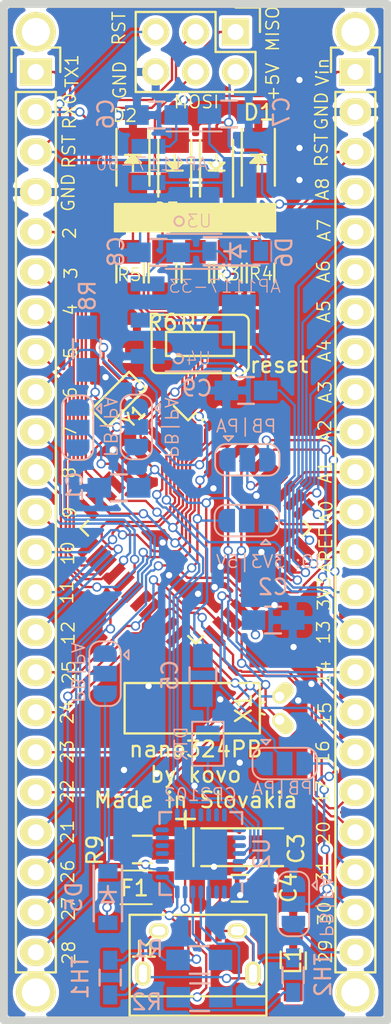
<source format=kicad_pcb>
(kicad_pcb (version 20190331) (host pcbnew "6.0.0-unknown-a40367c~86~ubuntu16.04.1")
  (title_block (date "jeu. 02 avril 2015"))
  (layers (0 "F.Cu" signal) (31 "B.Cu" signal) (34 "B.Paste" user) (35 "F.Paste" user) (36 "B.SilkS" user) (37 "F.SilkS" user) (38 "B.Mask" user) (39 "F.Mask" user) (44 "Edge.Cuts" user))
  (net 0 "")
  (net 1 "/1(Tx)")
  (net 2 "/0(Rx)")
  (net 3 "/Reset")
  (net 4 "GND")
  (net 5 "/2")
  (net 6 "/3(**)")
  (net 7 "/4")
  (net 8 "/5(**)")
  (net 9 "/6(**)")
  (net 10 "/7")
  (net 11 "/8")
  (net 12 "/9(**)")
  (net 13 "/10(**/SS)")
  (net 14 "/Vin")
  (net 15 "+5V")
  (net 16 "/A7")
  (net 17 "/A6")
  (net 18 "/A5")
  (net 19 "/A4")
  (net 20 "/A3")
  (net 21 "/A2")
  (net 22 "/A1")
  (net 23 "/A0")
  (net 24 "/AREF")
  (net 25 "/13(SCK)")
  (net 26 "/11(**/MOSI)")
  (net 27 "/12(MISO)")
  (net 28 "Net-(C3-Pad1)")
  (net 29 "3V3")
  (net 30 "Net-(D1-Pad2)")
  (net 31 "Net-(D2-Pad2)")
  (net 32 "Net-(D5-Pad2)")
  (net 33 "/VBUS")
  (net 34 "/D-")
  (net 35 "/D+")
  (net 36 "/DTR")
  (net 37 "/DD-")
  (net 38 "/DD+")
  (net 39 "Net-(C7-Pad1)")
  (net 40 "/D14")
  (net 41 "/D21")
  (net 42 "/D20")
  (net 43 "/D16")
  (net 44 "/D17")
  (net 45 "/D22")
  (net 46 "/D23")
  (net 47 "/D15")
  (net 48 "/XTAL2")
  (net 49 "/D34")
  (net 50 "/D35")
  (net 51 "/XTAL1")
  (net 52 "/17")
  (net 53 "/D36")
  (net 54 "/D37")
  (net 55 "/18")
  (net 56 "/D39")
  (net 57 "/38")
  (net 58 "/39")
  (net 59 "/D40")
  (net 60 "GNDPWR")
  (net 61 "/D32")
  (net 62 "/D33")
  (net 63 "/D8")
  (net 64 "/D7")
  (net 65 "/#RST")
  (net 66 "Net-(C5-Pad2)")
  (net 67 "Net-(D3-Pad1)")
  (net 68 "Net-(D4-Pad1)")
  (net 69 "VCC")
  (module "Housings_DFN_QFN.pretty:QFN-28-1EP_5x5mm_Pitch0.5mm" (layer "B.Cu") (at 198.4502 125.8062 90)
    (fp_text reference "U2" (at 0 3.875 90) (layer "B.SilkS") (effects (justify mirror)))
    (fp_text value "CP2102N-A01-GQFN28")
    (pad "1" smd oval (at -2.45 1.5 90) (size 0.85 0.3) (layers "B.Cu" "B.Paste" "B.Mask"))
    (pad "2" smd oval (at -2.45 1 90) (size 0.85 0.3) (layers "B.Cu" "B.Paste" "B.Mask"))
    (pad "3" smd oval (at -2.45 0.5 90) (size 0.85 0.3) (layers "B.Cu" "B.Paste" "B.Mask") (net 4 "GND"))
    (pad "4" smd oval (at -2.45 0 90) (size 0.85 0.3) (layers "B.Cu" "B.Paste" "B.Mask") (net 38 "/DD+"))
    (pad "5" smd oval (at -2.45 -0.5 90) (size 0.85 0.3) (layers "B.Cu" "B.Paste" "B.Mask") (net 37 "/DD-"))
    (pad "6" smd oval (at -2.45 -1 90) (size 0.85 0.3) (layers "B.Cu" "B.Paste" "B.Mask") (net 28 "Net-(C3-Pad1)"))
    (pad "7" smd oval (at -2.45 -1.5 90) (size 0.85 0.3) (layers "B.Cu" "B.Paste" "B.Mask") (net 33 "/VBUS"))
    (pad "8" smd oval (at -1.5 -2.45) (size 0.85 0.3) (layers "B.Cu" "B.Paste" "B.Mask") (net 33 "/VBUS"))
    (pad "9" smd oval (at -1 -2.45) (size 0.85 0.3) (layers "B.Cu" "B.Paste" "B.Mask") (net 65 "/#RST"))
    (pad "10" smd oval (at -0.5 -2.45) (size 0.85 0.3) (layers "B.Cu" "B.Paste" "B.Mask"))
    (pad "11" smd oval (at 0 -2.45) (size 0.85 0.3) (layers "B.Cu" "B.Paste" "B.Mask"))
    (pad "12" smd oval (at 0.5 -2.45) (size 0.85 0.3) (layers "B.Cu" "B.Paste" "B.Mask"))
    (pad "13" smd oval (at 1 -2.45) (size 0.85 0.3) (layers "B.Cu" "B.Paste" "B.Mask"))
    (pad "14" smd oval (at 1.5 -2.45) (size 0.85 0.3) (layers "B.Cu" "B.Paste" "B.Mask"))
    (pad "15" smd oval (at 2.45 -1.5 90) (size 0.85 0.3) (layers "B.Cu" "B.Paste" "B.Mask"))
    (pad "16" smd oval (at 2.45 -1 90) (size 0.85 0.3) (layers "B.Cu" "B.Paste" "B.Mask"))
    (pad "17" smd oval (at 2.45 -0.5 90) (size 0.85 0.3) (layers "B.Cu" "B.Paste" "B.Mask"))
    (pad "18" smd oval (at 2.45 0 90) (size 0.85 0.3) (layers "B.Cu" "B.Paste" "B.Mask"))
    (pad "19" smd oval (at 2.45 0.5 90) (size 0.85 0.3) (layers "B.Cu" "B.Paste" "B.Mask"))
    (pad "20" smd oval (at 2.45 1 90) (size 0.85 0.3) (layers "B.Cu" "B.Paste" "B.Mask"))
    (pad "21" smd oval (at 2.45 1.5 90) (size 0.85 0.3) (layers "B.Cu" "B.Paste" "B.Mask"))
    (pad "22" smd oval (at 1.5 2.45) (size 0.85 0.3) (layers "B.Cu" "B.Paste" "B.Mask"))
    (pad "23" smd oval (at 1 2.45) (size 0.85 0.3) (layers "B.Cu" "B.Paste" "B.Mask"))
    (pad "24" smd oval (at 0.5 2.45) (size 0.85 0.3) (layers "B.Cu" "B.Paste" "B.Mask"))
    (pad "25" smd oval (at 0 2.45) (size 0.85 0.3) (layers "B.Cu" "B.Paste" "B.Mask") (net 1 "/1(Tx)"))
    (pad "26" smd oval (at -0.5 2.45) (size 0.85 0.3) (layers "B.Cu" "B.Paste" "B.Mask") (net 2 "/0(Rx)"))
    (pad "27" smd oval (at -1 2.45) (size 0.85 0.3) (layers "B.Cu" "B.Paste" "B.Mask"))
    (pad "28" smd oval (at -1.5 2.45) (size 0.85 0.3) (layers "B.Cu" "B.Paste" "B.Mask") (net 36 "/DTR"))
    (pad "29" smd rect (at 0.8375 -0.8375 90) (size 1.675 1.675) (layers "B.Cu" "B.Paste" "B.Mask") (net 4 "GND"))
    (pad "29" smd rect (at 0.8375 0.8375 90) (size 1.675 1.675) (layers "B.Cu" "B.Paste" "B.Mask") (net 4 "GND"))
    (pad "29" smd rect (at -0.8375 -0.8375 90) (size 1.675 1.675) (layers "B.Cu" "B.Paste" "B.Mask") (net 4 "GND"))
    (pad "29" smd rect (at -0.8375 0.8375 90) (size 1.675 1.675) (layers "B.Cu" "B.Paste" "B.Mask") (net 4 "GND"))
  )
  (module "Socket_Arduino_Nano:1pin_Nano" (layer "F.Cu") (at 187.96 73.66)
    (fp_text reference "P3" hide)
    (fp_text value "CONN_01X01" hide)
    (pad "1" thru_hole circle (at 0 0) (size 2.54 2.54) (drill 1.778) (layers *.Cu *.Mask "F.SilkS"))
  )
  (module "Socket_Arduino_Nano:1pin_Nano" (layer "F.Cu") (at 187.96 134.62)
    (fp_text reference "P4" hide)
    (fp_text value "CONN_01X01" hide)
    (pad "1" thru_hole circle (at 0 0) (size 2.54 2.54) (drill 1.778) (layers *.Cu *.Mask "F.SilkS"))
  )
  (module "Socket_Arduino_Nano:1pin_Nano" (layer "F.Cu") (at 208.28 134.62)
    (fp_text reference "P5" hide)
    (fp_text value "CONN_01X01" hide)
    (pad "1" thru_hole circle (at 0 0) (size 2.54 2.54) (drill 1.778) (layers *.Cu *.Mask "F.SilkS"))
  )
  (module "Socket_Arduino_Nano:1pin_Nano" (layer "F.Cu") (at 208.28 73.66)
    (fp_text reference "P6" hide)
    (fp_text value "CONN_01X01" hide)
    (pad "1" thru_hole circle (at 0 0) (size 2.54 2.54) (drill 1.778) (layers *.Cu *.Mask "F.SilkS"))
  )
  (module "Capacitors_SMD.pretty:C_0805_HandSoldering" (layer "B.Cu") (at 193.24574 102.59314)
    (fp_text reference "C1" (at -2.81686 -0.06858 90) (layer "B.SilkS") (effects (justify mirror)))
    (fp_text value "0.1m")
    (pad "2" smd rect (at 1.25 0) (size 1.5 1.25) (layers "B.Cu" "B.Paste" "B.Mask") (net 69 "VCC"))
    (pad "1" smd rect (at -1.25 0) (size 1.5 1.25) (layers "B.Cu" "B.Paste" "B.Mask") (net 4 "GND"))
  )
  (module "Capacitors_SMD.pretty:C_0805_HandSoldering" (layer "B.Cu") (at 195.6362 78.93304 180)
    (fp_text reference "C6" (at 3.2312 0.06604 270) (layer "B.SilkS") (effects (justify mirror)))
    (fp_text value "0.1m")
    (pad "2" smd rect (at 1.25 0 180) (size 1.5 1.25) (layers "B.Cu" "B.Paste" "B.Mask") (net 4 "GND"))
    (pad "1" smd rect (at -1.25 0 180) (size 1.5 1.25) (layers "B.Cu" "B.Paste" "B.Mask") (net 14 "/Vin"))
  )
  (module "Capacitors_SMD.pretty:C_0805_HandSoldering" (layer "B.Cu") (at 200.2482 78.867)
    (fp_text reference "C7" (at 3.3328 -0.13716 90) (layer "B.SilkS") (effects (justify mirror)))
    (fp_text value "0.1m")
    (pad "1" smd rect (at -1.25 0) (size 1.5 1.25) (layers "B.Cu" "B.Paste" "B.Mask") (net 39 "Net-(C7-Pad1)"))
    (pad "2" smd rect (at 1.25 0) (size 1.5 1.25) (layers "B.Cu" "B.Paste" "B.Mask") (net 4 "GND"))
  )
  (module "LEDs.pretty:LED-1206" (layer "F.Cu") (at 194.1322 81.96834 270)
    (fp_text reference "D2" (at -3.00736 0.508 180) (layer "F.SilkS") (effects (font (size 0.8 0.8) (thickness 0.1))))
    (fp_text value "GLED")
    (pad "2" smd rect (at 1.41986 0 90) (size 1.59766 1.80086) (layers "F.Cu" "F.Paste" "F.Mask") (net 31 "Net-(D2-Pad2)"))
    (pad "1" smd rect (at -1.41986 0 90) (size 1.59766 1.80086) (layers "F.Cu" "F.Paste" "F.Mask") (net 4 "GND"))
  )
  (module "Diodes_SMD.pretty:SOD-123" (layer "B.Cu") (at 192.53962 128.56972 270)
    (fp_text reference "D5" (at 0 2.159 270) (layer "B.SilkS") (effects (justify mirror)))
    (fp_text value "MBR120")
    (pad "1" smd rect (at -1.635 0 270) (size 0.91 1.22) (layers "B.Cu" "B.Paste" "B.Mask") (net 15 "+5V"))
    (pad "2" smd rect (at 1.635 0 270) (size 0.91 1.22) (layers "B.Cu" "B.Paste" "B.Mask") (net 32 "Net-(D5-Pad2)"))
  )
  (module "Pin_Headers.pretty:Pin_Header_Straight_2x03" (layer "F.Cu") (at 200.66 73.66 270)
    (fp_text reference "P7" hide)
    (fp_text value "CONN_6" hide)
    (pad "1" thru_hole rect (at 0 0 270) (size 1.7272 1.7272) (drill 1.016) (layers *.Cu *.Mask "F.SilkS") (net 27 "/12(MISO)"))
    (pad "2" thru_hole oval (at 2.54 0 270) (size 1.7272 1.7272) (drill 1.016) (layers *.Cu *.Mask "F.SilkS") (net 15 "+5V"))
    (pad "3" thru_hole oval (at 0 2.54 270) (size 1.7272 1.7272) (drill 1.016) (layers *.Cu *.Mask "F.SilkS") (net 25 "/13(SCK)"))
    (pad "4" thru_hole oval (at 2.54 2.54 270) (size 1.7272 1.7272) (drill 1.016) (layers *.Cu *.Mask "F.SilkS") (net 26 "/11(**/MOSI)"))
    (pad "5" thru_hole oval (at 0 5.08 270) (size 1.7272 1.7272) (drill 1.016) (layers *.Cu *.Mask "F.SilkS") (net 3 "/Reset"))
    (pad "6" thru_hole oval (at 2.54 5.08 270) (size 1.7272 1.7272) (drill 1.016) (layers *.Cu *.Mask "F.SilkS") (net 4 "GND"))
  )
  (module "Resistors_SMD.pretty:R_0805_HandSoldering" (layer "F.Cu") (at 200.17232 88.9635 90)
    (fp_text reference "R3" (at -0.05716 0.00508 180) (layer "F.SilkS") (effects (font (size 0.8 0.8) (thickness 0.1))))
    (fp_text value "1k")
    (pad "2" smd rect (at 1.35 0 90) (size 1.5 1.3) (layers "F.Cu" "F.Paste" "F.Mask") (net 30 "Net-(D1-Pad2)"))
    (pad "1" smd rect (at -1.35 0 90) (size 1.5 1.3) (layers "F.Cu" "F.Paste" "F.Mask") (net 15 "+5V"))
  )
  (module "Resistors_SMD.pretty:R_0805_HandSoldering" (layer "F.Cu") (at 202.2475 88.96096 270)
    (fp_text reference "R4" (at 0.0508 -0.03048) (layer "F.SilkS") (effects (font (size 0.8 0.8) (thickness 0.1))))
    (fp_text value "10k")
    (pad "2" smd rect (at 1.35 0 270) (size 1.5 1.3) (layers "F.Cu" "F.Paste" "F.Mask") (net 3 "/Reset"))
    (pad "1" smd rect (at -1.35 0 270) (size 1.5 1.3) (layers "F.Cu" "F.Paste" "F.Mask") (net 15 "+5V"))
  )
  (module "Resistors_SMD.pretty:R_0805_HandSoldering" (layer "F.Cu") (at 193.9544 88.9635 90)
    (fp_text reference "R5" (at -0.1016 -0.0508 180) (layer "F.SilkS") (effects (font (size 0.8 0.8) (thickness 0.1))))
    (fp_text value "1k")
    (pad "2" smd rect (at 1.35 0 90) (size 1.5 1.3) (layers "F.Cu" "F.Paste" "F.Mask") (net 31 "Net-(D2-Pad2)"))
    (pad "1" smd rect (at -1.35 0 90) (size 1.5 1.3) (layers "F.Cu" "F.Paste" "F.Mask") (net 25 "/13(SCK)"))
  )
  (module "modules:3x6x2.5mm_tact_switch" (layer "F.Cu") (at 199.0344 93.4636 180)
    (fp_text reference "SW1" hide)
    (fp_text value "SW_PUSH" hide)
    (pad "2" smd rect (at 4.65 0 180) (size 1.5 1.4) (layers "F.Cu" "F.Paste" "F.Mask") (net 4 "GND"))
    (pad "1" smd rect (at -3.4036 -0.0084 180) (size 1.5 1.4) (layers "F.Cu" "F.Paste" "F.Mask") (net 3 "/Reset"))
  )
  (module "modules:AB2_SOT223" (layer "B.Cu") (at 198.0184 83.2231 90)
    (fp_text reference "U3" (at -2.4384 0.3302) (layer "B.SilkS") (effects (font (size 0.8128 0.8128) (thickness 0.0762)) (justify mirror)))
    (fp_text value "AP1117-50" (at 1.1811 -2.6924 180) (layer "B.SilkS") (effects (font (size 0.8128 0.8128) (thickness 0.0762)) (justify mirror)))
    (pad "3" smd rect (at 2.3 -2.9 90) (size 0.95 2.15) (layers "B.Cu" "B.Paste" "B.Mask") (net 14 "/Vin"))
    (pad "2" smd rect (at 0 -2.9 90) (size 0.95 2.15) (layers "B.Cu" "B.Paste" "B.Mask") (net 39 "Net-(C7-Pad1)"))
    (pad "1" smd rect (at -2.3 -2.9 90) (size 0.95 2.15) (layers "B.Cu" "B.Paste" "B.Mask") (net 4 "GND"))
    (pad "2" smd rect (at 0 2.9 90) (size 3.25 2.15) (layers "B.Cu" "B.Paste" "B.Mask") (net 39 "Net-(C7-Pad1)"))
  )
  (module "Housings_QFP.pretty:TQFP-44_10x10mm_Pitch0.8mm" (layer "F.Cu") (at 198.12 105.156 315)
    (fp_text reference "U1" hide)
    (fp_text value "ATMEGA324PB-AU")
    (pad "1" smd rect (at -5.7 -4 315) (size 1.5 0.55) (layers "F.Cu" "F.Paste" "F.Mask") (net 26 "/11(**/MOSI)"))
    (pad "2" smd rect (at -5.7 -3.2 315) (size 1.5 0.55) (layers "F.Cu" "F.Paste" "F.Mask") (net 27 "/12(MISO)"))
    (pad "3" smd rect (at -5.7 -2.4 315) (size 1.5 0.55) (layers "F.Cu" "F.Paste" "F.Mask") (net 25 "/13(SCK)"))
    (pad "4" smd rect (at -5.7 -1.6 315) (size 1.5 0.55) (layers "F.Cu" "F.Paste" "F.Mask") (net 3 "/Reset"))
    (pad "5" smd rect (at -5.7 -0.8 315) (size 1.5 0.55) (layers "F.Cu" "F.Paste" "F.Mask") (net 69 "VCC"))
    (pad "6" smd rect (at -5.7 0 315) (size 1.5 0.55) (layers "F.Cu" "F.Paste" "F.Mask") (net 4 "GND"))
    (pad "7" smd rect (at -5.7 0.8 315) (size 1.5 0.55) (layers "F.Cu" "F.Paste" "F.Mask") (net 10 "/7"))
    (pad "8" smd rect (at -5.7 1.6 315) (size 1.5 0.55) (layers "F.Cu" "F.Paste" "F.Mask") (net 11 "/8"))
    (pad "9" smd rect (at -5.7 2.4 315) (size 1.5 0.55) (layers "F.Cu" "F.Paste" "F.Mask") (net 2 "/0(Rx)"))
    (pad "10" smd rect (at -5.7 3.2 315) (size 1.5 0.55) (layers "F.Cu" "F.Paste" "F.Mask") (net 1 "/1(Tx)"))
    (pad "11" smd rect (at -5.7 4 315) (size 1.5 0.55) (layers "F.Cu" "F.Paste" "F.Mask") (net 5 "/2"))
    (pad "12" smd rect (at -4 5.7 45) (size 1.5 0.55) (layers "F.Cu" "F.Paste" "F.Mask") (net 6 "/3(**)"))
    (pad "13" smd rect (at -3.2 5.7 45) (size 1.5 0.55) (layers "F.Cu" "F.Paste" "F.Mask") (net 7 "/4"))
    (pad "14" smd rect (at -2.4 5.7 45) (size 1.5 0.55) (layers "F.Cu" "F.Paste" "F.Mask") (net 8 "/5(**)"))
    (pad "15" smd rect (at -1.6 5.7 45) (size 1.5 0.55) (layers "F.Cu" "F.Paste" "F.Mask") (net 63 "/D8"))
    (pad "16" smd rect (at -0.8 5.7 45) (size 1.5 0.55) (layers "F.Cu" "F.Paste" "F.Mask") (net 64 "/D7"))
    (pad "17" smd rect (at 0 5.7 45) (size 1.5 0.55) (layers "F.Cu" "F.Paste" "F.Mask") (net 52 "/17"))
    (pad "18" smd rect (at 0.8 5.7 45) (size 1.5 0.55) (layers "F.Cu" "F.Paste" "F.Mask") (net 55 "/18"))
    (pad "19" smd rect (at 1.6 5.7 45) (size 1.5 0.55) (layers "F.Cu" "F.Paste" "F.Mask") (net 41 "/D21"))
    (pad "20" smd rect (at 2.4 5.7 45) (size 1.5 0.55) (layers "F.Cu" "F.Paste" "F.Mask") (net 42 "/D20"))
    (pad "21" smd rect (at 3.2 5.7 45) (size 1.5 0.55) (layers "F.Cu" "F.Paste" "F.Mask") (net 61 "/D32"))
    (pad "22" smd rect (at 4 5.7 45) (size 1.5 0.55) (layers "F.Cu" "F.Paste" "F.Mask") (net 43 "/D16"))
    (pad "23" smd rect (at 5.7 4 315) (size 1.5 0.55) (layers "F.Cu" "F.Paste" "F.Mask") (net 44 "/D17"))
    (pad "24" smd rect (at 5.7 3.2 315) (size 1.5 0.55) (layers "F.Cu" "F.Paste" "F.Mask") (net 62 "/D33"))
    (pad "25" smd rect (at 5.7 2.4 315) (size 1.5 0.55) (layers "F.Cu" "F.Paste" "F.Mask") (net 45 "/D22"))
    (pad "26" smd rect (at 5.7 1.6 315) (size 1.5 0.55) (layers "F.Cu" "F.Paste" "F.Mask") (net 46 "/D23"))
    (pad "27" smd rect (at 5.7 0.8 315) (size 1.5 0.55) (layers "F.Cu" "F.Paste" "F.Mask") (net 69 "VCC"))
    (pad "28" smd rect (at 5.7 0 315) (size 1.5 0.55) (layers "F.Cu" "F.Paste" "F.Mask") (net 4 "GND"))
    (pad "29" smd rect (at 5.7 -0.8 315) (size 1.5 0.55) (layers "F.Cu" "F.Paste" "F.Mask") (net 24 "/AREF"))
    (pad "30" smd rect (at 5.7 -1.6 315) (size 1.5 0.55) (layers "F.Cu" "F.Paste" "F.Mask") (net 16 "/A7"))
    (pad "31" smd rect (at 5.7 -2.4 315) (size 1.5 0.55) (layers "F.Cu" "F.Paste" "F.Mask") (net 17 "/A6"))
    (pad "32" smd rect (at 5.7 -3.2 315) (size 1.5 0.55) (layers "F.Cu" "F.Paste" "F.Mask") (net 18 "/A5"))
    (pad "33" smd rect (at 5.7 -4 315) (size 1.5 0.55) (layers "F.Cu" "F.Paste" "F.Mask") (net 19 "/A4"))
    (pad "34" smd rect (at 4 -5.7 45) (size 1.5 0.55) (layers "F.Cu" "F.Paste" "F.Mask") (net 20 "/A3"))
    (pad "35" smd rect (at 3.2 -5.7 45) (size 1.5 0.55) (layers "F.Cu" "F.Paste" "F.Mask") (net 21 "/A2"))
    (pad "36" smd rect (at 2.4 -5.7 45) (size 1.5 0.55) (layers "F.Cu" "F.Paste" "F.Mask") (net 22 "/A1"))
    (pad "37" smd rect (at 1.6 -5.7 45) (size 1.5 0.55) (layers "F.Cu" "F.Paste" "F.Mask") (net 23 "/A0"))
    (pad "38" smd rect (at 0.8 -5.7 45) (size 1.5 0.55) (layers "F.Cu" "F.Paste" "F.Mask") (net 57 "/38"))
    (pad "39" smd rect (at 0 -5.7 45) (size 1.5 0.55) (layers "F.Cu" "F.Paste" "F.Mask") (net 58 "/39"))
    (pad "40" smd rect (at -0.8 -5.7 45) (size 1.5 0.55) (layers "F.Cu" "F.Paste" "F.Mask") (net 40 "/D14"))
    (pad "41" smd rect (at -1.6 -5.7 45) (size 1.5 0.55) (layers "F.Cu" "F.Paste" "F.Mask") (net 47 "/D15"))
    (pad "42" smd rect (at -2.4 -5.7 45) (size 1.5 0.55) (layers "F.Cu" "F.Paste" "F.Mask") (net 9 "/6(**)"))
    (pad "43" smd rect (at -3.2 -5.7 45) (size 1.5 0.55) (layers "F.Cu" "F.Paste" "F.Mask") (net 12 "/9(**)"))
    (pad "44" smd rect (at -4 -5.7 45) (size 1.5 0.55) (layers "F.Cu" "F.Paste" "F.Mask") (net 13 "/10(**/SS)"))
  )
  (module "Crystals.pretty:Crystal_Round_Horizontal_3mm_BigPad" (layer "F.Cu") (at 203.454 116.586 90)
    (fp_text reference "X1" (at 0 -2.286 90) (layer "F.SilkS"))
    (fp_text value "CRYSTAL")
    (pad "1" thru_hole oval (at -0.7493 0 135) (size 1.50114 1.00076) (drill 0.59944 (offset -0.29972 0)) (layers *.Cu *.Mask "F.SilkS") (net 45 "/D22"))
    (pad "2" thru_hole oval (at 0.7493 0 45) (size 1.50114 1.00076) (drill 0.59944 (offset 0.29972 0)) (layers *.Cu *.Mask "F.SilkS") (net 46 "/D23"))
  )
  (module "Pin_Headers.pretty:Pin_Header_Straight_1x23" (layer "F.Cu") (at 187.96 76.2)
    (fp_text reference "P1" hide)
    (fp_text value "Digital" hide)
    (pad "23" thru_hole oval (at 0 55.88) (size 2.032 1.7272) (drill 1.016) (layers *.Cu *.Mask "F.SilkS") (net 53 "/D36"))
    (pad "22" thru_hole oval (at 0 53.34) (size 2.032 1.7272) (drill 1.016) (layers *.Cu *.Mask "F.SilkS") (net 50 "/D35"))
    (pad "21" thru_hole oval (at 0 50.8) (size 2.032 1.7272) (drill 1.016) (layers *.Cu *.Mask "F.SilkS") (net 49 "/D34"))
    (pad "20" thru_hole oval (at 0 48.26) (size 2.032 1.7272) (drill 1.016) (layers *.Cu *.Mask "F.SilkS") (net 41 "/D21"))
    (pad "19" thru_hole oval (at 0 45.72) (size 2.032 1.7272) (drill 1.016) (layers *.Cu *.Mask "F.SilkS") (net 45 "/D22"))
    (pad "18" thru_hole oval (at 0 43.18) (size 2.032 1.7272) (drill 1.016) (layers *.Cu *.Mask "F.SilkS") (net 46 "/D23"))
    (pad "17" thru_hole oval (at 0 40.64) (size 2.032 1.7272) (drill 1.016) (layers *.Cu *.Mask "F.SilkS") (net 61 "/D32"))
    (pad "16" thru_hole oval (at 0 38.1) (size 2.032 1.7272) (drill 1.016) (layers *.Cu *.Mask "F.SilkS") (net 62 "/D33"))
    (pad "15" thru_hole oval (at 0 35.56) (size 2.032 1.7272) (drill 1.016) (layers *.Cu *.Mask "F.SilkS") (net 27 "/12(MISO)"))
    (pad "14" thru_hole oval (at 0 33.02) (size 2.032 1.7272) (drill 1.016) (layers *.Cu *.Mask "F.SilkS") (net 26 "/11(**/MOSI)"))
    (pad "13" thru_hole oval (at 0 30.48) (size 2.032 1.7272) (drill 1.016) (layers *.Cu *.Mask "F.SilkS") (net 13 "/10(**/SS)"))
    (pad "12" thru_hole oval (at 0 27.94) (size 2.032 1.7272) (drill 1.016) (layers *.Cu *.Mask "F.SilkS") (net 12 "/9(**)"))
    (pad "11" thru_hole oval (at 0 25.4) (size 2.032 1.7272) (drill 1.016) (layers *.Cu *.Mask "F.SilkS") (net 63 "/D8"))
    (pad "10" thru_hole oval (at 0 22.86) (size 2.032 1.7272) (drill 1.016) (layers *.Cu *.Mask "F.SilkS") (net 64 "/D7"))
    (pad "9" thru_hole oval (at 0 20.32) (size 2.032 1.7272) (drill 1.016) (layers *.Cu *.Mask "F.SilkS") (net 9 "/6(**)"))
    (pad "8" thru_hole oval (at 0 17.78) (size 2.032 1.7272) (drill 1.016) (layers *.Cu *.Mask "F.SilkS") (net 8 "/5(**)"))
    (pad "7" thru_hole oval (at 0 15.24) (size 2.032 1.7272) (drill 1.016) (layers *.Cu *.Mask "F.SilkS") (net 7 "/4"))
    (pad "6" thru_hole oval (at 0 12.7) (size 2.032 1.7272) (drill 1.016) (layers *.Cu *.Mask "F.SilkS") (net 6 "/3(**)"))
    (pad "5" thru_hole oval (at 0 10.16) (size 2.032 1.7272) (drill 1.016) (layers *.Cu *.Mask "F.SilkS") (net 5 "/2"))
    (pad "4" thru_hole oval (at 0 7.62) (size 2.032 1.7272) (drill 1.016) (layers *.Cu *.Mask "F.SilkS") (net 4 "GND"))
    (pad "3" thru_hole oval (at 0 5.08) (size 2.032 1.7272) (drill 1.016) (layers *.Cu *.Mask "F.SilkS") (net 3 "/Reset"))
    (pad "2" thru_hole oval (at 0 2.54) (size 2.032 1.7272) (drill 1.016) (layers *.Cu *.Mask "F.SilkS") (net 2 "/0(Rx)"))
    (pad "1" thru_hole rect (at 0 0) (size 2.032 1.7272) (drill 1.016) (layers *.Cu *.Mask "F.SilkS") (net 1 "/1(Tx)"))
  )
  (module "Pin_Headers.pretty:Pin_Header_Straight_1x23" (layer "F.Cu") (at 208.28 76.2)
    (fp_text reference "P2" hide)
    (fp_text value "Analog" hide)
    (pad "1" thru_hole rect (at 0 0) (size 2.032 1.7272) (drill 1.016) (layers *.Cu *.Mask "F.SilkS") (net 14 "/Vin"))
    (pad "2" thru_hole oval (at 0 2.54) (size 2.032 1.7272) (drill 1.016) (layers *.Cu *.Mask "F.SilkS") (net 4 "GND"))
    (pad "3" thru_hole oval (at 0 5.08) (size 2.032 1.7272) (drill 1.016) (layers *.Cu *.Mask "F.SilkS") (net 3 "/Reset"))
    (pad "4" thru_hole oval (at 0 7.62) (size 2.032 1.7272) (drill 1.016) (layers *.Cu *.Mask "F.SilkS") (net 15 "+5V"))
    (pad "5" thru_hole oval (at 0 10.16) (size 2.032 1.7272) (drill 1.016) (layers *.Cu *.Mask "F.SilkS") (net 16 "/A7"))
    (pad "6" thru_hole oval (at 0 12.7) (size 2.032 1.7272) (drill 1.016) (layers *.Cu *.Mask "F.SilkS") (net 17 "/A6"))
    (pad "7" thru_hole oval (at 0 15.24) (size 2.032 1.7272) (drill 1.016) (layers *.Cu *.Mask "F.SilkS") (net 18 "/A5"))
    (pad "8" thru_hole oval (at 0 17.78) (size 2.032 1.7272) (drill 1.016) (layers *.Cu *.Mask "F.SilkS") (net 19 "/A4"))
    (pad "9" thru_hole oval (at 0 20.32) (size 2.032 1.7272) (drill 1.016) (layers *.Cu *.Mask "F.SilkS") (net 20 "/A3"))
    (pad "10" thru_hole oval (at 0 22.86) (size 2.032 1.7272) (drill 1.016) (layers *.Cu *.Mask "F.SilkS") (net 21 "/A2"))
    (pad "11" thru_hole oval (at 0 25.4) (size 2.032 1.7272) (drill 1.016) (layers *.Cu *.Mask "F.SilkS") (net 22 "/A1"))
    (pad "12" thru_hole oval (at 0 27.94) (size 2.032 1.7272) (drill 1.016) (layers *.Cu *.Mask "F.SilkS") (net 23 "/A0"))
    (pad "13" thru_hole oval (at 0 30.48) (size 2.032 1.7272) (drill 1.016) (layers *.Cu *.Mask "F.SilkS") (net 24 "/AREF"))
    (pad "14" thru_hole oval (at 0 33.02) (size 2.032 1.7272) (drill 1.016) (layers *.Cu *.Mask "F.SilkS") (net 29 "3V3"))
    (pad "15" thru_hole oval (at 0 35.56) (size 2.032 1.7272) (drill 1.016) (layers *.Cu *.Mask "F.SilkS") (net 25 "/13(SCK)"))
    (pad "16" thru_hole oval (at 0 38.1) (size 2.032 1.7272) (drill 1.016) (layers *.Cu *.Mask "F.SilkS") (net 40 "/D14"))
    (pad "17" thru_hole oval (at 0 40.64) (size 2.032 1.7272) (drill 1.016) (layers *.Cu *.Mask "F.SilkS") (net 47 "/D15"))
    (pad "18" thru_hole oval (at 0 43.18) (size 2.032 1.7272) (drill 1.016) (layers *.Cu *.Mask "F.SilkS") (net 43 "/D16"))
    (pad "19" thru_hole oval (at 0 45.72) (size 2.032 1.7272) (drill 1.016) (layers *.Cu *.Mask "F.SilkS") (net 44 "/D17"))
    (pad "20" thru_hole oval (at 0 48.26) (size 2.032 1.7272) (drill 1.016) (layers *.Cu *.Mask "F.SilkS") (net 42 "/D20"))
    (pad "21" thru_hole oval (at 0 50.8) (size 2.032 1.7272) (drill 1.016) (layers *.Cu *.Mask "F.SilkS") (net 54 "/D37"))
    (pad "22" thru_hole oval (at 0 53.34) (size 2.032 1.7272) (drill 1.016) (layers *.Cu *.Mask "F.SilkS") (net 56 "/D39"))
    (pad "23" thru_hole oval (at 0 55.88) (size 2.032 1.7272) (drill 1.016) (layers *.Cu *.Mask "F.SilkS") (net 59 "/D40"))
  )
  (module "Capacitors_SMD.pretty:C_0805_HandSoldering" (layer "B.Cu") (at 203.04506 110.98784 180)
    (fp_text reference "C2" (at 0 2.1 180) (layer "B.SilkS") (effects (justify mirror)))
    (fp_text value "0.1m")
    (pad "1" smd rect (at -1.25 0 180) (size 1.5 1.25) (layers "B.Cu" "B.Paste" "B.Mask") (net 4 "GND"))
    (pad "2" smd rect (at 1.25 0 180) (size 1.5 1.25) (layers "B.Cu" "B.Paste" "B.Mask") (net 69 "VCC"))
  )
  (module "Capacitors_Tantalum_SMD.pretty:TantalC_SizeA_EIA-3216_Wave" (layer "F.Cu") (at 201.0791 125.40742)
    (fp_text reference "C3" (at 3.43662 0.08636 90) (layer "F.SilkS"))
    (fp_text value "1u")
    (fp_text user "+" (at -3.64236 -1.8542) (layer "F.SilkS"))
    (pad "2" smd rect (at 1.50114 0) (size 2.14884 1.50114) (layers "F.Cu" "F.Paste" "F.Mask") (net 4 "GND"))
    (pad "1" smd rect (at -1.50114 0) (size 2.14884 1.50114) (layers "F.Cu" "F.Paste" "F.Mask") (net 28 "Net-(C3-Pad1)"))
  )
  (module "Capacitors_SMD.pretty:C_0805_HandSoldering" (layer "F.Cu") (at 200.914 128.016)
    (fp_text reference "C4" (at 3.12166 -0.0381 90) (layer "F.SilkS"))
    (fp_text value "0.1m")
    (pad "1" smd rect (at -1.25 0) (size 1.5 1.25) (layers "F.Cu" "F.Paste" "F.Mask") (net 33 "/VBUS"))
    (pad "2" smd rect (at 1.25 0) (size 1.5 1.25) (layers "F.Cu" "F.Paste" "F.Mask") (net 4 "GND"))
  )
  (module "Capacitors_SMD.pretty:C_0805_HandSoldering" (layer "B.Cu") (at 198.58228 114.49336 270)
    (fp_text reference "C5" (at 0 2.1 270) (layer "B.SilkS") (effects (justify mirror)))
    (fp_text value "0.1m")
    (pad "1" smd rect (at -1.25 0 270) (size 1.5 1.25) (layers "B.Cu" "B.Paste" "B.Mask") (net 3 "/Reset"))
    (pad "2" smd rect (at 1.25 0 270) (size 1.5 1.25) (layers "B.Cu" "B.Paste" "B.Mask") (net 66 "Net-(C5-Pad2)"))
  )
  (module "Capacitors_SMD.pretty:C_0805_HandSoldering" (layer "B.Cu") (at 195.75494 87.65032 180)
    (fp_text reference "C8" (at 2.69462 0.0508 90) (layer "B.SilkS") (effects (justify mirror)))
    (fp_text value "0.1m")
    (pad "1" smd rect (at -1.25 0 180) (size 1.5 1.25) (layers "B.Cu" "B.Paste" "B.Mask") (net 15 "+5V"))
    (pad "2" smd rect (at 1.25 0 180) (size 1.5 1.25) (layers "B.Cu" "B.Paste" "B.Mask") (net 4 "GND"))
  )
  (module "Capacitors_SMD.pretty:C_0805_HandSoldering" (layer "B.Cu") (at 201.32548 96.41332 180)
    (fp_text reference "C9" (at 3.11658 0.13716) (layer "B.SilkS") (effects (justify mirror)))
    (fp_text value "0.1m")
    (pad "2" smd rect (at 1.25 0 180) (size 1.5 1.25) (layers "B.Cu" "B.Paste" "B.Mask") (net 4 "GND"))
    (pad "1" smd rect (at -1.25 0 180) (size 1.5 1.25) (layers "B.Cu" "B.Paste" "B.Mask") (net 29 "3V3"))
  )
  (module "LEDs.pretty:LED-1206" (layer "F.Cu") (at 202.1078 81.9658 270)
    (fp_text reference "D1" (at -3.20294 -0.0254) (layer "F.SilkS"))
    (fp_text value "GRED")
    (pad "2" smd rect (at 1.41986 0 90) (size 1.59766 1.80086) (layers "F.Cu" "F.Paste" "F.Mask") (net 30 "Net-(D1-Pad2)"))
    (pad "1" smd rect (at -1.41986 0 90) (size 1.59766 1.80086) (layers "F.Cu" "F.Paste" "F.Mask") (net 4 "GND"))
  )
  (module "LEDs.pretty:LED-1206" (layer "F.Cu") (at 196.79158 81.95818 90)
    (fp_text reference "D3" (at -2.94386 -0.508) (layer "F.SilkS") (effects (font (size 0.8 0.8) (thickness 0.1))))
    (fp_text value "YLED")
    (pad "1" smd rect (at -1.41986 0 270) (size 1.59766 1.80086) (layers "F.Cu" "F.Paste" "F.Mask") (net 67 "Net-(D3-Pad1)"))
    (pad "2" smd rect (at 1.41986 0 270) (size 1.59766 1.80086) (layers "F.Cu" "F.Paste" "F.Mask") (net 15 "+5V"))
  )
  (module "LEDs.pretty:LED-1206" (layer "F.Cu") (at 199.44842 81.95818 90)
    (fp_text reference "D4" (at -3.0988 0.4572 -180) (layer "F.SilkS") (effects (font (size 0.8 0.8) (thickness 0.1))))
    (fp_text value "YLED")
    (pad "2" smd rect (at 1.41986 0 270) (size 1.59766 1.80086) (layers "F.Cu" "F.Paste" "F.Mask") (net 15 "+5V"))
    (pad "1" smd rect (at -1.41986 0 270) (size 1.59766 1.80086) (layers "F.Cu" "F.Paste" "F.Mask") (net 68 "Net-(D4-Pad1)"))
  )
  (module "Diodes_SMD.pretty:SOD-123" (layer "B.Cu") (at 200.64146 87.58174)
    (fp_text reference "D6" (at 3.10718 0.06858 270) (layer "B.SilkS") (effects (justify mirror)))
    (fp_text value "MBR120")
    (pad "1" smd rect (at -1.635 0) (size 0.91 1.22) (layers "B.Cu" "B.Paste" "B.Mask") (net 15 "+5V"))
    (pad "2" smd rect (at 1.635 0) (size 0.91 1.22) (layers "B.Cu" "B.Paste" "B.Mask") (net 39 "Net-(C7-Pad1)"))
  )
  (module "Fuse_Holders_and_Fuses:Fuse_SMD1206_Wave" (layer "F.Cu") (at 194.3354 127.95504)
    (fp_text reference "F1" (at -0.1016 0.0508) (layer "F.SilkS"))
    (fp_text value "Fuse")
    (pad "2" smd rect (at 1.58 0 90) (size 2.03 1.65) (layers "F.Cu" "F.Paste" "F.Mask") (net 33 "/VBUS"))
    (pad "1" smd rect (at -1.58 0 90) (size 2.03 1.65) (layers "F.Cu" "F.Paste" "F.Mask") (net 32 "Net-(D5-Pad2)"))
  )
  (module "Jumper:SolderJumper-3_P1.3mm_Open_RoundedPad1.0x1.5mm" (layer "B.Cu") (at 190.61684 98.77298 270)
    (fp_text reference "JP1" hide)
    (fp_text value "Jumper_3_Open" hide)
    (pad "1" smd roundrect (at -1.3 0 270) (size 1 1.5) (layers "B.Cu" "B.Mask") (roundrect_rratio 0.5) (net 48 "/XTAL2"))
    (pad "1" smd rect (at -1 0 270) (size 0.5 1.5) (layers "B.Cu" "B.Mask") (net 48 "/XTAL2"))
    (pad "2" smd rect (at 0 0 270) (size 1 1.5) (layers "B.Cu" "B.Mask") (net 10 "/7"))
    (pad "3" smd roundrect (at 1.3 0 270) (size 1 1.5) (layers "B.Cu" "B.Mask") (roundrect_rratio 0.5) (net 49 "/D34"))
    (pad "3" smd rect (at 1 0 270) (size 0.5 1.5) (layers "B.Cu" "B.Mask") (net 49 "/D34"))
  )
  (module "Jumper:SolderJumper-3_P1.3mm_Open_RoundedPad1.0x1.5mm" (layer "B.Cu") (at 194.34556 98.73488 270)
    (fp_text reference "JP2" hide)
    (fp_text value "Jumper_3_Open" hide)
    (pad "3" smd rect (at 1 0 270) (size 0.5 1.5) (layers "B.Cu" "B.Mask") (net 50 "/D35"))
    (pad "3" smd roundrect (at 1.3 0 270) (size 1 1.5) (layers "B.Cu" "B.Mask") (roundrect_rratio 0.5) (net 50 "/D35"))
    (pad "2" smd rect (at 0 0 270) (size 1 1.5) (layers "B.Cu" "B.Mask") (net 11 "/8"))
    (pad "1" smd rect (at -1 0 270) (size 0.5 1.5) (layers "B.Cu" "B.Mask") (net 51 "/XTAL1"))
    (pad "1" smd roundrect (at -1.3 0 270) (size 1 1.5) (layers "B.Cu" "B.Mask") (roundrect_rratio 0.5) (net 51 "/XTAL1"))
  )
  (module "Jumper:SolderJumper-3_P1.3mm_Open_RoundedPad1.0x1.5mm" (layer "B.Cu") (at 192.35674 114.39144 270)
    (fp_text reference "JP3" hide)
    (fp_text value "Jumper_3_Open" hide)
    (pad "1" smd roundrect (at -1.3 0 270) (size 1 1.5) (layers "B.Cu" "B.Mask") (roundrect_rratio 0.5) (net 69 "VCC"))
    (pad "1" smd rect (at -1 0 270) (size 0.5 1.5) (layers "B.Cu" "B.Mask") (net 69 "VCC"))
    (pad "2" smd rect (at 0 0 270) (size 1 1.5) (layers "B.Cu" "B.Mask") (net 52 "/17"))
    (pad "3" smd roundrect (at 1.3 0 270) (size 1 1.5) (layers "B.Cu" "B.Mask") (roundrect_rratio 0.5) (net 53 "/D36"))
    (pad "3" smd rect (at 1 0 270) (size 0.5 1.5) (layers "B.Cu" "B.Mask") (net 53 "/D36"))
  )
  (module "Jumper:SolderJumper-3_P1.3mm_Open_RoundedPad1.0x1.5mm" (layer "B.Cu") (at 203.78674 120.09374)
    (fp_text reference "JP4" hide)
    (fp_text value "Jumper_3_Open" hide)
    (pad "3" smd rect (at 1 0) (size 0.5 1.5) (layers "B.Cu" "B.Mask") (net 54 "/D37"))
    (pad "3" smd roundrect (at 1.3 0) (size 1 1.5) (layers "B.Cu" "B.Mask") (roundrect_rratio 0.5) (net 54 "/D37"))
    (pad "2" smd rect (at 0 0) (size 1 1.5) (layers "B.Cu" "B.Mask") (net 55 "/18"))
    (pad "1" smd rect (at -1 0) (size 0.5 1.5) (layers "B.Cu" "B.Mask") (net 4 "GND"))
    (pad "1" smd roundrect (at -1.3 0) (size 1 1.5) (layers "B.Cu" "B.Mask") (roundrect_rratio 0.5) (net 4 "GND"))
  )
  (module "Jumper:SolderJumper-3_P1.3mm_Open_RoundedPad1.0x1.5mm" (layer "B.Cu") (at 201.4093 100.81768)
    (fp_text reference "JP5" hide)
    (fp_text value "Jumper_3_Open" hide)
    (pad "3" smd rect (at 1 0) (size 0.5 1.5) (layers "B.Cu" "B.Mask") (net 56 "/D39"))
    (pad "3" smd roundrect (at 1.3 0) (size 1 1.5) (layers "B.Cu" "B.Mask") (roundrect_rratio 0.5) (net 56 "/D39"))
    (pad "2" smd rect (at 0 0) (size 1 1.5) (layers "B.Cu" "B.Mask") (net 57 "/38"))
    (pad "1" smd rect (at -1 0) (size 0.5 1.5) (layers "B.Cu" "B.Mask") (net 69 "VCC"))
    (pad "1" smd roundrect (at -1.3 0) (size 1 1.5) (layers "B.Cu" "B.Mask") (roundrect_rratio 0.5) (net 69 "VCC"))
  )
  (module "Jumper:SolderJumper-3_P1.3mm_Open_RoundedPad1.0x1.5mm" (layer "B.Cu") (at 204.33792 129.00914 270)
    (fp_text reference "JP6" hide)
    (fp_text value "Jumper_3_Open" hide)
    (pad "1" smd roundrect (at -1.3 0 270) (size 1 1.5) (layers "B.Cu" "B.Mask") (roundrect_rratio 0.5) (net 4 "GND"))
    (pad "1" smd rect (at -1 0 270) (size 0.5 1.5) (layers "B.Cu" "B.Mask") (net 4 "GND"))
    (pad "2" smd rect (at 0 0 270) (size 1 1.5) (layers "B.Cu" "B.Mask") (net 58 "/39"))
    (pad "3" smd roundrect (at 1.3 0 270) (size 1 1.5) (layers "B.Cu" "B.Mask") (roundrect_rratio 0.5) (net 59 "/D40"))
    (pad "3" smd rect (at 1 0 270) (size 0.5 1.5) (layers "B.Cu" "B.Mask") (net 59 "/D40"))
  )
  (module "Choke_SMD.pretty:Choke_SMD_1206_Standard" (layer "F.Cu") (at 204.32776 132.58546 270)
    (fp_text reference "L1" (at 0.0381 0.0127 270) (layer "F.SilkS"))
    (fp_text value "ferite_bead")
    (pad "1" smd rect (at -1.80086 0 270) (size 1.6002 1.19888) (layers "F.Cu" "F.Paste" "F.Mask") (net 4 "GND"))
    (pad "2" smd rect (at 1.80086 0 270) (size 1.6002 1.19888) (layers "F.Cu" "F.Paste" "F.Mask") (net 60 "GNDPWR"))
  )
  (module "Resistors_SMD.pretty:R_0805_HandSoldering" (layer "B.Cu") (at 198.3486 132.5626 180)
    (fp_text reference "R1" (at 3.2512 0.69596 180) (layer "B.SilkS") (effects (justify mirror)))
    (fp_text value "22")
    (pad "1" smd rect (at -1.35 0 180) (size 1.5 1.3) (layers "B.Cu" "B.Paste" "B.Mask") (net 37 "/DD-"))
    (pad "2" smd rect (at 1.35 0 180) (size 1.5 1.3) (layers "B.Cu" "B.Paste" "B.Mask") (net 34 "/D-"))
  )
  (module "Resistors_SMD.pretty:R_0805_HandSoldering" (layer "B.Cu") (at 198.374 134.9248 180)
    (fp_text reference "R2" (at 3.3655 -0.30734 180) (layer "B.SilkS") (effects (justify mirror)))
    (fp_text value "22")
    (pad "2" smd rect (at 1.35 0 180) (size 1.5 1.3) (layers "B.Cu" "B.Paste" "B.Mask") (net 35 "/D+"))
    (pad "1" smd rect (at -1.35 0 180) (size 1.5 1.3) (layers "B.Cu" "B.Paste" "B.Mask") (net 38 "/DD+"))
  )
  (module "Resistors_SMD.pretty:R_0805_HandSoldering" (layer "F.Cu") (at 196.0118 88.9635 90)
    (fp_text reference "R6" (at -3.13182 0 180) (layer "F.SilkS"))
    (fp_text value "1k")
    (pad "1" smd rect (at -1.35 0 90) (size 1.5 1.3) (layers "F.Cu" "F.Paste" "F.Mask") (net 2 "/0(Rx)"))
    (pad "2" smd rect (at 1.35 0 90) (size 1.5 1.3) (layers "F.Cu" "F.Paste" "F.Mask") (net 67 "Net-(D3-Pad1)"))
  )
  (module "Resistors_SMD.pretty:R_0805_HandSoldering" (layer "F.Cu") (at 198.10476 88.9635 90)
    (fp_text reference "R7" (at -3.19532 0.01778 180) (layer "F.SilkS"))
    (fp_text value "1k")
    (pad "2" smd rect (at 1.35 0 90) (size 1.5 1.3) (layers "F.Cu" "F.Paste" "F.Mask") (net 68 "Net-(D4-Pad1)"))
    (pad "1" smd rect (at -1.35 0 90) (size 1.5 1.3) (layers "F.Cu" "F.Paste" "F.Mask") (net 1 "/1(Tx)"))
  )
  (module "Resistors_SMD.pretty:R_0805_HandSoldering" (layer "B.Cu") (at 191.19342 93.76156 270)
    (fp_text reference "R8" (at -3.36042 -0.0508 270) (layer "B.SilkS") (effects (justify mirror)))
    (fp_text value "1M")
    (pad "1" smd rect (at -1.35 0 270) (size 1.5 1.3) (layers "B.Cu" "B.Paste" "B.Mask") (net 51 "/XTAL1"))
    (pad "2" smd rect (at 1.35 0 270) (size 1.5 1.3) (layers "B.Cu" "B.Paste" "B.Mask") (net 48 "/XTAL2"))
  )
  (module "Resistors_SMD.pretty:R_0805_HandSoldering" (layer "F.Cu") (at 194.73164 125.5522)
    (fp_text reference "R9" (at -3.01752 0.04064 90) (layer "F.SilkS"))
    (fp_text value "10k")
    (pad "2" smd rect (at 1.35 0) (size 1.5 1.3) (layers "F.Cu" "F.Paste" "F.Mask") (net 28 "Net-(C3-Pad1)"))
    (pad "1" smd rect (at -1.35 0) (size 1.5 1.3) (layers "F.Cu" "F.Paste" "F.Mask") (net 65 "/#RST"))
  )
  (module "Resistors_SMD.pretty:R_0603_HandSoldering" (layer "B.Cu") (at 192.6844 133.6802 270)
    (fp_text reference "TH1" (at 0 1.9 270) (layer "B.SilkS") (effects (justify mirror)))
    (fp_text value "MLC-05E")
    (pad "1" smd rect (at -1.1 0 270) (size 1.2 0.9) (layers "B.Cu" "B.Paste" "B.Mask") (net 34 "/D-"))
    (pad "2" smd rect (at 1.1 0 270) (size 1.2 0.9) (layers "B.Cu" "B.Paste" "B.Mask") (net 60 "GNDPWR"))
  )
  (module "Resistors_SMD.pretty:R_0603_HandSoldering" (layer "B.Cu") (at 204.3176 133.5278 90)
    (fp_text reference "TH2" (at 0 1.9 90) (layer "B.SilkS") (effects (justify mirror)))
    (fp_text value "MLC-05E")
    (pad "2" smd rect (at 1.1 0 90) (size 1.2 0.9) (layers "B.Cu" "B.Paste" "B.Mask") (net 60 "GNDPWR"))
    (pad "1" smd rect (at -1.1 0 90) (size 1.2 0.9) (layers "B.Cu" "B.Paste" "B.Mask") (net 35 "/D+"))
  )
  (module "modules:AB2_SOT223" (layer "B.Cu") (at 197.9676 91.948 90)
    (fp_text reference "U4" (at -2.4384 0.3302) (layer "B.SilkS") (effects (font (size 0.8128 0.8128) (thickness 0.0762)) (justify mirror)))
    (fp_text value "AP1117-33" (at 2.14376 2.00152 180) (layer "B.SilkS") (effects (font (size 0.8128 0.8128) (thickness 0.0762)) (justify mirror)))
    (pad "2" smd rect (at 0 2.9 90) (size 3.25 2.15) (layers "B.Cu" "B.Paste" "B.Mask") (net 29 "3V3"))
    (pad "1" smd rect (at -2.3 -2.9 90) (size 0.95 2.15) (layers "B.Cu" "B.Paste" "B.Mask") (net 4 "GND"))
    (pad "2" smd rect (at 0 -2.9 90) (size 0.95 2.15) (layers "B.Cu" "B.Paste" "B.Mask") (net 29 "3V3"))
    (pad "3" smd rect (at 2.3 -2.9 90) (size 0.95 2.15) (layers "B.Cu" "B.Paste" "B.Mask") (net 15 "+5V"))
  )
  (module "modules:MURATA_CSTCE_V53" (layer "F.Cu") (at 192.542317 97.637443 45)
    (fp_text reference "Y1" (at 0.87 1.47 45) (layer "F.SilkS") (effects (font (size 0.8 0.8))))
    (fp_text value "16Mhz")
    (pad "1" smd rect (at 0 0 45) (size 0.6 1.3) (layers "F.Cu" "F.Paste" "F.Mask") (net 48 "/XTAL2"))
    (pad "3" smd rect (at 1.9 0 45) (size 0.6 1.3) (layers "F.Cu" "F.Paste" "F.Mask") (net 51 "/XTAL1"))
    (pad "2" smd rect (at 0.95 0 45) (size 0.6 1.3) (layers "F.Cu" "F.Paste" "F.Mask") (net 4 "GND"))
  )
  (module "Connect.pretty:USB_Micro-B" (layer "F.Cu") (at 198.2724 132.2832)
    (fp_text reference "J1" (at -3.4163 -0.38608) (layer "F.SilkS"))
    (fp_text value "USB_B_Micro")
    (pad "1" smd rect (at -1.3009 -1.56254 90) (size 1.35 0.4) (layers "F.Cu" "F.Paste" "F.Mask") (net 33 "/VBUS"))
    (pad "2" smd rect (at -0.6509 -1.56254 90) (size 1.35 0.4) (layers "F.Cu" "F.Paste" "F.Mask") (net 34 "/D-"))
    (pad "3" smd rect (at -0.0009 -1.56254 90) (size 1.35 0.4) (layers "F.Cu" "F.Paste" "F.Mask") (net 35 "/D+"))
    (pad "4" smd rect (at 0.6491 -1.56254 90) (size 1.35 0.4) (layers "F.Cu" "F.Paste" "F.Mask"))
    (pad "5" smd rect (at 1.2991 -1.56254 90) (size 1.35 0.4) (layers "F.Cu" "F.Paste" "F.Mask") (net 60 "GNDPWR"))
    (pad "6" thru_hole oval (at -2.5009 -1.56254 90) (size 0.95 1.25) (drill oval 0.55 0.85) (layers *.Cu *.Mask "F.SilkS") (net 60 "GNDPWR"))
    (pad "6" thru_hole oval (at 2.4991 -1.56254 90) (size 0.95 1.25) (drill oval 0.55 0.85) (layers *.Cu *.Mask "F.SilkS") (net 60 "GNDPWR"))
    (pad "6" thru_hole oval (at -3.5009 1.13746 90) (size 1.55 1) (drill oval 1.15 0.5) (layers *.Cu *.Mask "F.SilkS") (net 60 "GNDPWR"))
    (pad "6" thru_hole oval (at 3.4991 1.13746 90) (size 1.55 1) (drill oval 1.15 0.5) (layers *.Cu *.Mask "F.SilkS") (net 60 "GNDPWR"))
  )
  (module "Jumper:SolderJumper-2_P1.3mm_Open_Pad1.0x1.5mm" (layer "B.Cu") (at 198.89724 118.84128 270)
    (fp_text reference "JP9" hide)
    (fp_text value "Jumper")
    (pad "2" smd rect (at 0.65 0 270) (size 1 1.5) (layers "B.Cu" "B.Mask") (net 36 "/DTR"))
    (pad "1" smd rect (at -0.65 0 270) (size 1 1.5) (layers "B.Cu" "B.Mask") (net 66 "Net-(C5-Pad2)"))
  )
  (module "Jumper:SolderJumper-3_P1.3mm_Open_RoundedPad1.0x1.5mm" (layer "B.Cu") (at 201.37628 104.67594 180)
    (fp_text reference "JP7" hide)
    (fp_text value "VIO")
    (pad "1" smd roundrect (at -1.3 0 180) (size 1 1.5) (layers "B.Cu" "B.Mask") (roundrect_rratio 0.5) (net 29 "3V3"))
    (pad "1" smd rect (at -1 0 180) (size 0.5 1.5) (layers "B.Cu" "B.Mask") (net 29 "3V3"))
    (pad "2" smd rect (at 0 0 180) (size 1 1.5) (layers "B.Cu" "B.Mask") (net 69 "VCC"))
    (pad "3" smd roundrect (at 1.3 0 180) (size 1 1.5) (layers "B.Cu" "B.Mask") (roundrect_rratio 0.5) (net 15 "+5V"))
    (pad "3" smd rect (at 1 0 180) (size 0.5 1.5) (layers "B.Cu" "B.Mask") (net 15 "+5V"))
  )
  (gr_line (start 210.31454 71.882) (end 210.312 136.398) (layer "Edge.Cuts") (width 0.5))
  (gr_line (start 185.928 136.398) (end 185.928 71.882) (layer "Edge.Cuts") (width 0.5))
  (gr_text "nano324PB\nby kovo\nMade in Slovakia" (at 198.12762 120.79478) (layer "F.SilkS") (effects (font (size 1 1))))
  (gr_text "IO: 3V3|5V" (at 202.72502 107.2769) (layer "B.SilkS") (effects (font (size 0.8 0.8) (thickness 0.1)) (justify mirror)))
  (gr_text "PB|PA" (at 192.6844 98.7171 270) (layer "B.SilkS") (effects (font (size 0.8 0.8) (thickness 0.1)) (justify mirror)))
  (gr_text "PB|PA" (at 196.56044 98.77552 270) (layer "B.SilkS") (effects (font (size 0.8 0.8) (thickness 0.1)) (justify mirror)))
  (gr_text "CP2102" (at 198.41718 122.06478) (layer "B.SilkS") (effects (font (size 0.8 0.8) (thickness 0.1)) (justify mirror)))
  (gr_text "DTR" (at 197.1929 118.8466 90) (layer "B.SilkS") (effects (font (size 0.8 0.8) (thickness 0.1)) (justify mirror)))
  (gr_text "PB|PA" (at 190.6143 114.32286 270) (layer "B.SilkS") (effects (font (size 0.8 0.8) (thickness 0.1)) (justify mirror)))
  (gr_text "PB|PA" (at 203.6445 121.66092) (layer "B.SilkS") (effects (font (size 0.8 0.8) (thickness 0.1)) (justify mirror)))
  (gr_text "PB|PA" (at 206.40294 129.1971 270) (layer "B.SilkS") (effects (font (size 0.8 0.8) (thickness 0.1)) (justify mirror)))
  (gr_text "PB|PA" (at 201.33056 98.679) (layer "B.SilkS") (effects (font (size 0.8 0.8) (thickness 0.1)) (justify mirror)))
  (gr_text "MOSI" (at 198.1708 78.105) (layer "F.SilkS") (effects (font (size 0.8 0.8) (thickness 0.1))))
  (gr_text "+5V" (at 203.0222 76.835 90) (layer "F.SilkS") (effects (font (size 0.8 0.8) (thickness 0.1))))
  (gr_text "MISO" (at 203.0222 73.4568 90) (layer "F.SilkS") (effects (font (size 0.8 0.8) (thickness 0.1))))
  (gr_text "GND" (at 193.294 76.708 90) (layer "F.SilkS") (effects (font (size 0.8 0.8) (thickness 0.1))))
  (gr_text "RST" (at 193.2432 73.4314 90) (layer "F.SilkS") (effects (font (size 0.8 0.8) (thickness 0.1))))
  (gr_poly (pts (xy 192.9638 86.3346) (xy 203.2 86.3346) (xy 203.2 84.5566) (xy 192.9638 84.5566)) (layer "F.SilkS") (width 0.1))
  (gr_line (start 185.928 71.882) (end 210.312 71.882) (layer "Edge.Cuts") (width 0.5))
  (gr_text "31" (at 206.23022 126.95428 90) (layer "F.SilkS") (effects (font (size 0.8 0.8) (thickness 0.1))))
  (gr_text "30" (at 206.31658 129.60604 90) (layer "F.SilkS") (effects (font (size 0.8 0.8) (thickness 0.1))))
  (gr_text "29" (at 206.38262 132.01904 90) (layer "F.SilkS") (effects (font (size 0.8 0.8) (thickness 0.1))))
  (gr_text "28" (at 190.05804 132.10032 90) (layer "F.SilkS") (effects (font (size 0.8 0.8) (thickness 0.1))))
  (gr_text "27" (at 190.03518 129.31902 90) (layer "F.SilkS") (effects (font (size 0.8 0.8) (thickness 0.1))))
  (gr_text "26" (at 189.992 126.9492 90) (layer "F.SilkS") (effects (font (size 0.8 0.8) (thickness 0.1))))
  (gr_text "Vin" (at 206.1845 76.2 90) (layer "F.SilkS") (effects (font (size 0.8 0.8) (thickness 0.1))))
  (gr_text "GND" (at 206.121 78.6765 90) (layer "F.SilkS") (effects (font (size 0.8 0.8) (thickness 0.1))))
  (gr_text "RST" (at 206.121 81.153 90) (layer "F.SilkS") (effects (font (size 0.8 0.8) (thickness 0.1))))
  (gr_text "A8" (at 206.1845 83.6295 90) (layer "F.SilkS") (effects (font (size 0.8 0.8) (thickness 0.1))))
  (gr_text "A7" (at 206.29626 86.24824 90) (layer "F.SilkS") (effects (font (size 0.8 0.8) (thickness 0.1))))
  (gr_text "A6" (at 206.25054 88.85682 90) (layer "F.SilkS") (effects (font (size 0.8 0.8) (thickness 0.1))))
  (gr_text "A5" (at 206.2734 91.39936 90) (layer "F.SilkS") (effects (font (size 0.8 0.8) (thickness 0.1))))
  (gr_text "A4" (at 206.31658 93.89872 90) (layer "F.SilkS") (effects (font (size 0.8 0.8) (thickness 0.1))))
  (gr_text "A3" (at 206.35976 96.5073 90) (layer "F.SilkS") (effects (font (size 0.8 0.8) (thickness 0.1))))
  (gr_text "A2" (at 206.33944 98.9838 90) (layer "F.SilkS") (effects (font (size 0.8 0.8) (thickness 0.1))))
  (gr_text "A1" (at 206.35976 101.59238 90) (layer "F.SilkS") (effects (font (size 0.8 0.8) (thickness 0.1))))
  (gr_text "A0" (at 206.4258 104.11206 90) (layer "F.SilkS") (effects (font (size 0.8 0.8) (thickness 0.1))))
  (gr_text "AREF" (at 206.40294 106.54792 90) (layer "F.SilkS") (effects (font (size 0.8 0.8) (thickness 0.1))))
  (gr_text "3V3" (at 206.29626 109.28604 90) (layer "F.SilkS") (effects (font (size 0.8 0.8) (thickness 0.1))))
  (gr_text "13" (at 206.25054 111.76254 90) (layer "F.SilkS") (effects (font (size 0.8 0.8) (thickness 0.1))))
  (gr_text "14" (at 206.29626 114.30508 90) (layer "F.SilkS") (effects (font (size 0.8 0.8) (thickness 0.1))))
  (gr_text "15" (at 206.33944 116.93652 90) (layer "F.SilkS") (effects (font (size 0.8 0.8) (thickness 0.1))))
  (gr_text "16" (at 206.20736 119.36984 90) (layer "F.SilkS") (effects (font (size 0.8 0.8) (thickness 0.1))))
  (gr_text "17" (at 206.20736 121.91238 90) (layer "F.SilkS") (effects (font (size 0.8 0.8) (thickness 0.1))))
  (gr_text "20" (at 206.25054 124.4981 90) (layer "F.SilkS") (effects (font (size 0.8 0.8) (thickness 0.1))))
  (gr_text "21" (at 189.97168 124.42698 90) (layer "F.SilkS") (effects (font (size 0.8 0.8) (thickness 0.1))))
  (gr_text "22" (at 189.95136 121.8692 90) (layer "F.SilkS") (effects (font (size 0.8 0.8) (thickness 0.1))))
  (gr_text "23" (at 189.95136 119.34698 90) (layer "F.SilkS") (effects (font (size 0.8 0.8) (thickness 0.1))))
  (gr_text "24" (at 189.95136 116.84762 90) (layer "F.SilkS") (effects (font (size 0.8 0.8) (thickness 0.1))))
  (gr_text "25" (at 190.06058 114.30508 90) (layer "F.SilkS") (effects (font (size 0.8 0.8) (thickness 0.1))))
  (gr_text "12" (at 190.0174 111.80572 90) (layer "F.SilkS") (effects (font (size 0.8 0.8) (thickness 0.1))))
  (gr_text "11" (at 189.93104 109.22 90) (layer "F.SilkS") (effects (font (size 0.8 0.8) (thickness 0.1))))
  (gr_text "10" (at 189.992 106.7435 90) (layer "F.SilkS") (effects (font (size 0.8 0.8) (thickness 0.1))))
  (gr_text "9" (at 190.10376 104.15778 90) (layer "F.SilkS") (effects (font (size 0.8 0.8) (thickness 0.1))))
  (gr_text "8" (at 190.08344 101.63556 90) (layer "F.SilkS") (effects (font (size 0.8 0.8) (thickness 0.1))))
  (gr_text "7" (at 190.12662 99.02698 90) (layer "F.SilkS") (effects (font (size 0.8 0.8) (thickness 0.1))))
  (gr_text "6" (at 190.14694 96.55048 90) (layer "F.SilkS") (effects (font (size 0.8 0.8) (thickness 0.1))))
  (gr_text "5" (at 190.1698 94.02826 90) (layer "F.SilkS") (effects (font (size 0.8 0.8) (thickness 0.1))))
  (gr_text "4" (at 190.1698 91.29014 90) (layer "F.SilkS") (effects (font (size 0.8 0.8) (thickness 0.1))))
  (gr_text "3" (at 190.19012 88.96604 90) (layer "F.SilkS") (effects (font (size 0.8 0.8) (thickness 0.1))))
  (gr_text "2" (at 190.10376 86.4235 90) (layer "F.SilkS") (effects (font (size 0.8 0.8) (thickness 0.1))))
  (gr_text "GND" (at 190.0174 83.8581 90) (layer "F.SilkS") (effects (font (size 0.8 0.8) (thickness 0.1))))
  (gr_text "RST" (at 190.06058 81.24952 90) (layer "F.SilkS") (effects (font (size 0.8 0.8) (thickness 0.1))))
  (gr_text "reset" (at 203.4286 94.7928) (layer "F.SilkS") (effects (font (size 1 1))))
  (gr_text "RX0" (at 190.10376 78.68666 90) (layer "F.SilkS") (effects (font (size 0.8 0.8) (thickness 0.1))))
  (gr_text "TX1" (at 190.25616 76.14412 90) (layer "F.SilkS") (effects (font (size 0.8 0.8) (thickness 0.1))))
  (gr_line (start 210.312 136.398) (end 185.928 136.398) (layer "Edge.Cuts") (width 0.5))
  (via (at 194.79514 104.23906) (size 0.6) (drill 0.4) (layers "F.Cu" "B.Cu") (net 1))
  (segment (start 194.370876 104.23906) (end 194.79514 104.23906) (width 0.15) (layer "F.Cu") (net 1))
  (segment (start 191.82675 103.388233) (end 192.677577 104.23906) (width 0.15) (layer "F.Cu") (net 1))
  (segment (start 192.677577 104.23906) (end 194.370876 104.23906) (width 0.15) (layer "F.Cu") (net 1))
  (via (at 196.80936 106.0958) (size 0.6) (drill 0.4) (layers "F.Cu" "B.Cu") (net 1))
  (segment (start 194.95262 104.23906) (end 194.79514 104.23906) (width 0.15) (layer "B.Cu") (net 1))
  (segment (start 196.80936 106.0958) (end 194.95262 104.23906) (width 0.15) (layer "B.Cu") (net 1))
  (segment (start 201.1752 125.8062) (end 200.9002 125.8062) (width 0.15) (layer "B.Cu") (net 1))
  (segment (start 198.346081 107.906221) (end 196.721909 109.530393) (width 0.15) (layer "B.Cu") (net 1))
  (segment (start 196.991662 106.0958) (end 198.346081 107.450219) (width 0.15) (layer "B.Cu") (net 1))
  (segment (start 196.80936 106.0958) (end 196.991662 106.0958) (width 0.15) (layer "B.Cu") (net 1))
  (segment (start 201.599799 125.381601) (end 201.1752 125.8062) (width 0.15) (layer "B.Cu") (net 1))
  (segment (start 198.346081 107.450219) (end 198.346081 107.906221) (width 0.15) (layer "B.Cu") (net 1))
  (segment (start 196.721909 109.530393) (end 196.721909 121.449009) (width 0.15) (layer "B.Cu") (net 1))
  (segment (start 196.721909 121.449009) (end 197.834504 122.561604) (width 0.15) (layer "B.Cu") (net 1))
  (segment (start 199.891396 122.561604) (end 201.599799 124.270007) (width 0.15) (layer "B.Cu") (net 1))
  (segment (start 197.834504 122.561604) (end 199.891396 122.561604) (width 0.15) (layer "B.Cu") (net 1))
  (segment (start 201.599799 124.270007) (end 201.599799 125.381601) (width 0.15) (layer "B.Cu") (net 1))
  (segment (start 198.094578 98.483744) (end 198.094578 100.007004) (width 0.15) (layer "F.Cu") (net 1))
  (segment (start 197.256706 105.648454) (end 197.109359 105.795801) (width 0.15) (layer "F.Cu") (net 1))
  (segment (start 198.277458 93.190546) (end 198.277458 97.455318) (width 0.15) (layer "F.Cu") (net 1))
  (segment (start 197.256706 104.126524) (end 197.256706 105.648454) (width 0.15) (layer "F.Cu") (net 1))
  (segment (start 197.560446 102.933184) (end 197.560446 103.822784) (width 0.15) (layer "F.Cu") (net 1))
  (segment (start 198.10476 90.3135) (end 198.10476 93.017848) (width 0.15) (layer "F.Cu") (net 1))
  (segment (start 197.264357 100.837225) (end 197.264357 102.637095) (width 0.15) (layer "F.Cu") (net 1))
  (segment (start 198.094578 100.007004) (end 197.264357 100.837225) (width 0.15) (layer "F.Cu") (net 1))
  (segment (start 198.277458 97.455318) (end 197.789778 97.942998) (width 0.15) (layer "F.Cu") (net 1))
  (segment (start 197.264357 102.637095) (end 197.560446 102.933184) (width 0.15) (layer "F.Cu") (net 1))
  (segment (start 197.789778 98.178944) (end 198.094578 98.483744) (width 0.15) (layer "F.Cu") (net 1))
  (segment (start 197.109359 105.795801) (end 196.80936 106.0958) (width 0.15) (layer "F.Cu") (net 1))
  (segment (start 197.789778 97.942998) (end 197.789778 98.178944) (width 0.15) (layer "F.Cu") (net 1))
  (segment (start 197.560446 103.822784) (end 197.256706 104.126524) (width 0.15) (layer "F.Cu") (net 1))
  (segment (start 198.10476 93.017848) (end 198.277458 93.190546) (width 0.15) (layer "F.Cu") (net 1))
  (segment (start 187.96 76.2) (end 189.126 76.2) (width 0.15) (layer "F.Cu") (net 1))
  (segment (start 189.126 76.2) (end 190.142 77.216) (width 0.15) (layer "F.Cu") (net 1))
  (segment (start 190.881 79.883) (end 190.881 102.442483) (width 0.15) (layer "F.Cu") (net 1))
  (segment (start 190.142 77.216) (end 190.142 79.144) (width 0.15) (layer "F.Cu") (net 1))
  (segment (start 190.881 102.442483) (end 191.516 103.077483) (width 0.15) (layer "F.Cu") (net 1))
  (segment (start 190.142 79.144) (end 190.881 79.883) (width 0.15) (layer "F.Cu") (net 1))
  (segment (start 187.96 78.74) (end 190.754 78.74) (width 0.15) (layer "B.Cu") (net 2))
  (via (at 190.754 78.74) (size 0.6) (drill 0.4) (layers "F.Cu" "B.Cu") (net 2))
  (segment (start 191.053999 79.039999) (end 190.754 78.74) (width 0.15) (layer "F.Cu") (net 2))
  (segment (start 191.135 79.121) (end 191.053999 79.039999) (width 0.15) (layer "F.Cu") (net 2))
  (segment (start 192.392435 102.822548) (end 191.135 101.565113) (width 0.15) (layer "F.Cu") (net 2))
  (segment (start 191.135 87.7443) (end 191.135 79.121) (width 0.15) (layer "F.Cu") (net 2))
  (segment (start 191.135 101.565113) (end 191.135 87.7443) (width 0.15) (layer "F.Cu") (net 2))
  (via (at 196.6722 105.11536) (size 0.6) (drill 0.4) (layers "F.Cu" "B.Cu") (net 2))
  (segment (start 201.1752 126.3062) (end 200.9002 126.3062) (width 0.15) (layer "B.Cu") (net 2))
  (segment (start 201.84981 124.16645) (end 201.84981 125.63159) (width 0.15) (layer "B.Cu") (net 2))
  (segment (start 199.994954 122.311594) (end 201.84981 124.16645) (width 0.15) (layer "B.Cu") (net 2))
  (segment (start 198.181394 122.311594) (end 199.994954 122.311594) (width 0.15) (layer "B.Cu") (net 2))
  (segment (start 196.97192 121.10212) (end 198.181394 122.311594) (width 0.15) (layer "B.Cu") (net 2))
  (segment (start 201.84981 125.63159) (end 201.1752 126.3062) (width 0.15) (layer "B.Cu") (net 2))
  (segment (start 196.97192 109.63395) (end 196.97192 121.10212) (width 0.15) (layer "B.Cu") (net 2))
  (segment (start 198.596092 108.009778) (end 196.97192 109.63395) (width 0.15) (layer "B.Cu") (net 2))
  (segment (start 198.596092 107.039252) (end 198.596092 108.009778) (width 0.15) (layer "B.Cu") (net 2))
  (segment (start 196.6722 105.11536) (end 198.596092 107.039252) (width 0.15) (layer "B.Cu") (net 2))
  (segment (start 195.69882 104.14198) (end 195.662 104.14198) (width 0.15) (layer "B.Cu") (net 2))
  (via (at 195.662 104.14198) (size 0.6) (drill 0.4) (layers "F.Cu" "B.Cu") (net 2))
  (segment (start 195.362001 103.841981) (end 195.662 104.14198) (width 0.15) (layer "F.Cu") (net 2))
  (segment (start 192.993475 103.423588) (end 194.943608 103.423588) (width 0.15) (layer "F.Cu") (net 2))
  (segment (start 192.392435 102.822548) (end 192.993475 103.423588) (width 0.15) (layer "F.Cu") (net 2))
  (segment (start 196.6722 105.11536) (end 195.69882 104.14198) (width 0.15) (layer "B.Cu") (net 2))
  (segment (start 194.943608 103.423588) (end 195.362001 103.841981) (width 0.15) (layer "F.Cu") (net 2))
  (segment (start 197.09892 91.1352) (end 197.36562 91.4019) (width 0.15) (layer "F.Cu") (net 2))
  (segment (start 197.822628 99.925386) (end 197.014346 100.733668) (width 0.15) (layer "F.Cu") (net 2))
  (segment (start 196.8118 90.3135) (end 197.09892 90.60062) (width 0.15) (layer "F.Cu") (net 2))
  (segment (start 196.0118 90.3135) (end 196.8118 90.3135) (width 0.15) (layer "F.Cu") (net 2))
  (segment (start 197.822628 98.565362) (end 197.822628 99.925386) (width 0.15) (layer "F.Cu") (net 2))
  (segment (start 197.795642 93.062298) (end 198.027447 93.294103) (width 0.15) (layer "F.Cu") (net 2))
  (segment (start 197.310435 103.719227) (end 197.006695 104.022967) (width 0.15) (layer "F.Cu") (net 2))
  (segment (start 197.36562 91.4019) (end 197.4977 91.4019) (width 0.15) (layer "F.Cu") (net 2))
  (segment (start 197.014346 102.740652) (end 197.310435 103.036741) (width 0.15) (layer "F.Cu") (net 2))
  (segment (start 197.310435 103.036741) (end 197.310435 103.719227) (width 0.15) (layer "F.Cu") (net 2))
  (segment (start 197.4977 91.4019) (end 197.795642 91.699842) (width 0.15) (layer "F.Cu") (net 2))
  (segment (start 197.014346 100.733668) (end 197.014346 102.740652) (width 0.15) (layer "F.Cu") (net 2))
  (segment (start 197.539767 98.282501) (end 197.822628 98.565362) (width 0.15) (layer "F.Cu") (net 2))
  (segment (start 198.027447 93.294103) (end 198.027447 97.323821) (width 0.15) (layer "F.Cu") (net 2))
  (segment (start 197.006695 104.780865) (end 196.972199 104.815361) (width 0.15) (layer "F.Cu") (net 2))
  (segment (start 197.09892 90.60062) (end 197.09892 91.1352) (width 0.15) (layer "F.Cu") (net 2))
  (segment (start 196.972199 104.815361) (end 196.6722 105.11536) (width 0.15) (layer "F.Cu") (net 2))
  (segment (start 198.027447 97.323821) (end 197.539767 97.811501) (width 0.15) (layer "F.Cu") (net 2))
  (segment (start 197.795642 91.699842) (end 197.795642 93.062298) (width 0.15) (layer "F.Cu") (net 2))
  (segment (start 197.539767 97.811501) (end 197.539767 98.282501) (width 0.15) (layer "F.Cu") (net 2))
  (segment (start 197.006695 104.022967) (end 197.006695 104.780865) (width 0.15) (layer "F.Cu") (net 2))
  (via (at 189.478324 78.237676) (size 0.6) (drill 0.4) (layers "F.Cu" "B.Cu") (net 3))
  (segment (start 189.478324 79.761676) (end 189.478324 78.237676) (width 0.15) (layer "F.Cu") (net 3))
  (segment (start 189.478324 79.914076) (end 189.478324 79.761676) (width 0.15) (layer "F.Cu") (net 3))
  (segment (start 187.96 81.28) (end 188.1124 81.28) (width 0.15) (layer "F.Cu") (net 3))
  (segment (start 188.1124 81.28) (end 189.478324 79.914076) (width 0.15) (layer "F.Cu") (net 3))
  (via (at 199.39 82.042) (size 0.6) (drill 0.4) (layers "F.Cu" "B.Cu") (net 3))
  (segment (start 207.114 81.28) (end 206.352 82.042) (width 0.15) (layer "F.Cu") (net 3))
  (segment (start 206.352 82.042) (end 199.39 82.042) (width 0.15) (layer "F.Cu") (net 3))
  (segment (start 208.28 81.28) (end 207.114 81.28) (width 0.15) (layer "F.Cu") (net 3))
  (segment (start 199.136 81.788) (end 199.39 82.042) (width 0.15) (layer "B.Cu") (net 3))
  (segment (start 189.634 81.788) (end 199.136 81.788) (width 0.15) (layer "B.Cu") (net 3))
  (segment (start 189.126 81.28) (end 189.634 81.788) (width 0.15) (layer "B.Cu") (net 3))
  (segment (start 187.96 81.28) (end 189.126 81.28) (width 0.15) (layer "B.Cu") (net 3))
  (segment (start 202.984 90.25) (end 203.5429 89.6911) (width 0.15) (layer "F.Cu") (net 3))
  (segment (start 202.184 90.25) (end 202.984 90.25) (width 0.15) (layer "F.Cu") (net 3))
  (segment (start 203.5429 86.0171) (end 203.6953 85.8647) (width 0.15) (layer "F.Cu") (net 3))
  (segment (start 203.5429 89.6911) (end 203.5429 86.0171) (width 0.15) (layer "F.Cu") (net 3))
  (segment (start 203.6953 85.8647) (end 208.28 81.28) (width 0.15) (layer "F.Cu") (net 3))
  (segment (start 202.438 90.504) (end 202.184 90.25) (width 0.15) (layer "F.Cu") (net 3))
  (segment (start 202.438 93.472) (end 202.438 90.504) (width 0.15) (layer "F.Cu") (net 3))
  (via (at 196.802008 96.518828) (size 0.6) (drill 0.4) (layers "F.Cu" "B.Cu") (net 3))
  (via (at 200.89368 95.28302) (size 0.6) (drill 0.4) (layers "F.Cu" "B.Cu") (net 3))
  (segment (start 202.388 93.472) (end 200.89368 94.96632) (width 0.15) (layer "F.Cu") (net 3))
  (segment (start 202.438 93.472) (end 202.388 93.472) (width 0.15) (layer "F.Cu") (net 3))
  (segment (start 200.89368 94.96632) (end 200.89368 95.28302) (width 0.15) (layer "F.Cu") (net 3))
  (segment (start 200.89368 95.10014) (end 200.89368 95.28302) (width 0.15) (layer "B.Cu") (net 3))
  (segment (start 200.48728 94.69374) (end 200.89368 95.10014) (width 0.15) (layer "B.Cu") (net 3))
  (segment (start 198.627096 94.69374) (end 200.48728 94.69374) (width 0.15) (layer "B.Cu") (net 3))
  (segment (start 196.802008 96.518828) (end 198.627096 94.69374) (width 0.15) (layer "B.Cu") (net 3))
  (segment (start 196.551452 96.518828) (end 196.802008 96.518828) (width 0.15) (layer "F.Cu") (net 3))
  (segment (start 194.619822 98.450458) (end 196.551452 96.518828) (width 0.15) (layer "F.Cu") (net 3))
  (segment (start 194.619822 99.39308) (end 194.619822 98.450458) (width 0.15) (layer "F.Cu") (net 3))
  (segment (start 195.220862 99.99412) (end 194.619822 99.39308) (width 0.15) (layer "F.Cu") (net 3))
  (segment (start 198.58228 113.24336) (end 198.58228 112.34336) (width 0.15) (layer "B.Cu") (net 3))
  (via (at 195.648638 103.025202) (size 0.6) (drill 0.4) (layers "F.Cu" "B.Cu") (net 3))
  (segment (start 195.648638 103.449466) (end 195.648638 103.025202) (width 0.15) (layer "B.Cu") (net 3))
  (segment (start 198.846103 109.840097) (end 198.846103 106.463847) (width 0.15) (layer "B.Cu") (net 3))
  (segment (start 196.222808 103.840552) (end 196.039724 103.840552) (width 0.15) (layer "B.Cu") (net 3))
  (segment (start 198.03618 111.79726) (end 198.03618 110.65002) (width 0.15) (layer "B.Cu") (net 3))
  (segment (start 198.03618 110.65002) (end 198.846103 109.840097) (width 0.15) (layer "B.Cu") (net 3))
  (segment (start 196.039724 103.840552) (end 195.648638 103.449466) (width 0.15) (layer "B.Cu") (net 3))
  (segment (start 198.58228 112.34336) (end 198.03618 111.79726) (width 0.15) (layer "B.Cu") (net 3))
  (segment (start 198.846103 106.463847) (end 196.222808 103.840552) (width 0.15) (layer "B.Cu") (net 3))
  (segment (start 195.993864 102.679976) (end 195.948637 102.725203) (width 0.15) (layer "F.Cu") (net 3))
  (segment (start 195.948637 102.725203) (end 195.648638 103.025202) (width 0.15) (layer "F.Cu") (net 3))
  (segment (start 195.993864 100.767122) (end 195.993864 102.679976) (width 0.15) (layer "F.Cu") (net 3))
  (segment (start 195.220862 99.99412) (end 195.993864 100.767122) (width 0.15) (layer "F.Cu") (net 3))
  (segment (start 194.056 73.66) (end 195.58 73.66) (width 0.15) (layer "B.Cu") (net 3))
  (segment (start 189.478324 78.237676) (end 194.056 73.66) (width 0.15) (layer "B.Cu") (net 3))
  (segment (start 194.58908 86.05242) (end 195.1184 85.5231) (width 0.15) (layer "B.Cu") (net 4))
  (segment (start 194.58908 87.62492) (end 194.58908 86.05242) (width 0.15) (layer "B.Cu") (net 4))
  (segment (start 194.3862 78.93304) (end 193.20256 78.93304) (width 0.15) (layer "B.Cu") (net 4))
  (segment (start 193.20256 78.93304) (end 193.1797 78.9559) (width 0.15) (layer "B.Cu") (net 4))
  (via (at 193.1797 78.9559) (size 0.6) (drill 0.4) (layers "F.Cu" "B.Cu") (net 4))
  (segment (start 193.9163 78.9559) (end 193.1797 78.9559) (width 0.15) (layer "F.Cu") (net 4))
  (segment (start 194.1322 79.1718) (end 193.9163 78.9559) (width 0.15) (layer "F.Cu") (net 4))
  (segment (start 194.1322 80.5307) (end 194.1322 79.1718) (width 0.15) (layer "F.Cu") (net 4))
  (segment (start 208.28 78.74) (end 207.114 78.74) (width 0.15) (layer "F.Cu") (net 4))
  (segment (start 207.114 78.74) (end 205.486 78.74) (width 0.15) (layer "F.Cu") (net 4))
  (via (at 204.724 81.026) (size 0.6) (drill 0.4) (layers "F.Cu" "B.Cu") (net 4))
  (segment (start 204.724 79.502) (end 204.724 81.026) (width 0.15) (layer "F.Cu") (net 4))
  (segment (start 205.486 78.74) (end 204.724 79.502) (width 0.15) (layer "F.Cu") (net 4))
  (via (at 204.724 83.058) (size 0.6) (drill 0.4) (layers "F.Cu" "B.Cu") (net 4))
  (segment (start 204.724 81.026) (end 204.724 83.058) (width 0.15) (layer "B.Cu") (net 4))
  (via (at 204.724 76.708) (size 0.6) (drill 0.4) (layers "F.Cu" "B.Cu") (net 4))
  (segment (start 204.724 78.486) (end 204.724 76.708) (width 0.15) (layer "B.Cu") (net 4))
  (segment (start 198.628 124.2459) (end 198.5374 124.3365) (width 0.15) (layer "B.Cu") (net 4))
  (via (at 203.1365 110.03788) (size 0.6) (drill 0.4) (layers "F.Cu" "B.Cu") (net 4))
  (segment (start 203.00188 110.03788) (end 202.150509 109.186509) (width 0.15) (layer "F.Cu") (net 4))
  (segment (start 203.1365 110.03788) (end 203.00188 110.03788) (width 0.15) (layer "F.Cu") (net 4))
  (segment (start 198.9502 126.9812) (end 199.2877 126.6437) (width 0.15) (layer "B.Cu") (net 4))
  (segment (start 198.9502 128.2562) (end 198.9502 126.9812) (width 0.15) (layer "B.Cu") (net 4))
  (via (at 200.94956 128.45288) (size 0.6) (drill 0.4) (layers "F.Cu" "B.Cu") (net 4))
  (segment (start 201.72712 128.45288) (end 202.164 128.016) (width 0.15) (layer "F.Cu") (net 4))
  (segment (start 200.94956 128.45288) (end 201.72712 128.45288) (width 0.15) (layer "F.Cu") (net 4))
  (segment (start 200.15962 129.24282) (end 200.94956 128.45288) (width 0.15) (layer "B.Cu") (net 4))
  (segment (start 198.96836 129.24282) (end 200.15962 129.24282) (width 0.15) (layer "B.Cu") (net 4))
  (segment (start 198.9502 128.5312) (end 198.94296 128.53844) (width 0.15) (layer "B.Cu") (net 4))
  (segment (start 198.9502 128.2562) (end 198.9502 128.5312) (width 0.15) (layer "B.Cu") (net 4))
  (segment (start 198.94296 128.53844) (end 198.94296 129.21742) (width 0.15) (layer "B.Cu") (net 4))
  (segment (start 198.94296 129.21742) (end 198.96836 129.24282) (width 0.15) (layer "B.Cu") (net 4))
  (via (at 199.2877 126.6437) (size 0.6) (drill 0.4) (layers "F.Cu" "B.Cu") (net 4))
  (segment (start 197.6127 124.9687) (end 199.2877 126.6437) (width 0.15) (layer "B.Cu") (net 4))
  (via (at 192.85712 100.18776) (size 0.6) (drill 0.4) (layers "F.Cu" "B.Cu") (net 4))
  (segment (start 192.85712 101.73176) (end 192.85712 100.18776) (width 0.15) (layer "B.Cu") (net 4))
  (segment (start 191.99574 102.59314) (end 192.85712 101.73176) (width 0.15) (layer "B.Cu") (net 4))
  (segment (start 194.089491 101.077231) (end 194.089491 101.125491) (width 0.15) (layer "F.Cu") (net 4))
  (segment (start 193.20002 100.18776) (end 194.089491 101.077231) (width 0.15) (layer "F.Cu") (net 4))
  (segment (start 192.85712 100.18776) (end 193.20002 100.18776) (width 0.15) (layer "F.Cu") (net 4))
  (segment (start 193.214068 96.965692) (end 193.214068 96.935368) (width 0.15) (layer "F.Cu") (net 4))
  (segment (start 193.214068 96.935368) (end 192.38214 96.10344) (width 0.15) (layer "F.Cu") (net 4))
  (via (at 192.38976 95.57258) (size 0.6) (drill 0.4) (layers "F.Cu" "B.Cu") (net 4))
  (segment (start 192.38214 95.5802) (end 192.38976 95.57258) (width 0.15) (layer "F.Cu") (net 4))
  (segment (start 192.38214 96.10344) (end 192.38214 95.5802) (width 0.15) (layer "F.Cu") (net 4))
  (segment (start 204.29506 112.64678) (end 204.34808 112.6998) (width 0.15) (layer "B.Cu") (net 4))
  (via (at 204.34808 112.6998) (size 0.6) (drill 0.4) (layers "F.Cu" "B.Cu") (net 4))
  (segment (start 204.29506 110.98784) (end 204.29506 112.64678) (width 0.15) (layer "B.Cu") (net 4))
  (via (at 205.486 115.04168) (size 0.6) (drill 0.4) (layers "F.Cu" "B.Cu") (net 4))
  (segment (start 205.486 113.83772) (end 205.486 115.04168) (width 0.15) (layer "F.Cu") (net 4))
  (segment (start 204.34808 112.6998) (end 205.486 113.83772) (width 0.15) (layer "F.Cu") (net 4))
  (via (at 204.64526 116.09068) (size 0.6) (drill 0.4) (layers "F.Cu" "B.Cu") (net 4))
  (segment (start 205.486 115.24994) (end 204.64526 116.09068) (width 0.15) (layer "B.Cu") (net 4))
  (segment (start 205.486 115.04168) (end 205.486 115.24994) (width 0.15) (layer "B.Cu") (net 4))
  (via (at 200.92416 120.0404) (size 0.6) (drill 0.4) (layers "F.Cu" "B.Cu") (net 4))
  (segment (start 202.542224 120.0404) (end 201.348424 120.0404) (width 0.15) (layer "F.Cu") (net 4))
  (segment (start 204.64526 116.09068) (end 204.64526 117.937364) (width 0.15) (layer "F.Cu") (net 4))
  (segment (start 201.348424 120.0404) (end 200.92416 120.0404) (width 0.15) (layer "F.Cu") (net 4))
  (segment (start 204.64526 117.937364) (end 202.542224 120.0404) (width 0.15) (layer "F.Cu") (net 4))
  (segment (start 200.92416 119.616136) (end 200.34504 119.037016) (width 0.15) (layer "B.Cu") (net 4))
  (segment (start 200.92416 120.0404) (end 200.92416 119.616136) (width 0.15) (layer "B.Cu") (net 4))
  (via (at 199.68718 116.02466) (size 0.6) (drill 0.4) (layers "F.Cu" "B.Cu") (net 4))
  (segment (start 200.34504 116.68252) (end 199.68718 116.02466) (width 0.15) (layer "B.Cu") (net 4))
  (segment (start 200.34504 119.037016) (end 200.34504 116.68252) (width 0.15) (layer "B.Cu") (net 4))
  (via (at 195.12534 115.1763) (size 0.6) (drill 0.4) (layers "F.Cu" "B.Cu") (net 4))
  (segment (start 195.9737 116.02466) (end 195.12534 115.1763) (width 0.15) (layer "F.Cu") (net 4))
  (segment (start 199.68718 116.02466) (end 195.9737 116.02466) (width 0.15) (layer "F.Cu") (net 4))
  (via (at 193.56324 120.50522) (size 0.6) (drill 0.4) (layers "F.Cu" "B.Cu") (net 4))
  (segment (start 193.56324 116.7384) (end 193.56324 120.50522) (width 0.15) (layer "B.Cu") (net 4))
  (segment (start 195.12534 115.1763) (end 193.56324 116.7384) (width 0.15) (layer "B.Cu") (net 4))
  (via (at 195.63588 120.74906) (size 0.6) (drill 0.4) (layers "F.Cu" "B.Cu") (net 4))
  (segment (start 195.39204 120.50522) (end 195.63588 120.74906) (width 0.15) (layer "F.Cu") (net 4))
  (segment (start 193.56324 120.50522) (end 195.39204 120.50522) (width 0.15) (layer "F.Cu") (net 4))
  (via (at 194.58686 122.98172) (size 0.6) (drill 0.4) (layers "F.Cu" "B.Cu") (net 4))
  (segment (start 194.58686 121.79808) (end 194.58686 122.98172) (width 0.15) (layer "B.Cu") (net 4))
  (segment (start 195.63588 120.74906) (end 194.58686 121.79808) (width 0.15) (layer "B.Cu") (net 4))
  (via (at 198.048206 121.506654) (size 0.6) (drill 0.4) (layers "F.Cu" "B.Cu") (net 4))
  (segment (start 199.51446 120.0404) (end 198.048206 121.506654) (width 0.15) (layer "F.Cu") (net 4))
  (segment (start 200.92416 120.0404) (end 199.51446 120.0404) (width 0.15) (layer "F.Cu") (net 4))
  (segment (start 197.748207 121.206655) (end 197.748207 120.567767) (width 0.15) (layer "B.Cu") (net 4))
  (segment (start 198.048206 121.506654) (end 197.748207 121.206655) (width 0.15) (layer "B.Cu") (net 4))
  (segment (start 197.748207 120.567767) (end 197.54596 120.36552) (width 0.15) (layer "B.Cu") (net 4))
  (via (at 198.2724 109.3216) (size 0.6) (drill 0.4) (layers "F.Cu" "B.Cu") (net 4))
  (segment (start 197.54596 110.04804) (end 198.2724 109.3216) (width 0.15) (layer "B.Cu") (net 4))
  (segment (start 197.54596 120.36552) (end 197.54596 110.04804) (width 0.15) (layer "B.Cu") (net 4))
  (via (at 199.3265 108.89488) (size 0.6) (drill 0.4) (layers "F.Cu" "B.Cu") (net 4))
  (segment (start 198.89978 109.3216) (end 199.3265 108.89488) (width 0.15) (layer "F.Cu") (net 4))
  (segment (start 198.2724 109.3216) (end 198.89978 109.3216) (width 0.15) (layer "F.Cu") (net 4))
  (via (at 199.70496 107.60456) (size 0.6) (drill 0.4) (layers "F.Cu" "B.Cu") (net 4))
  (segment (start 199.3265 107.98302) (end 199.70496 107.60456) (width 0.15) (layer "B.Cu") (net 4))
  (segment (start 199.3265 108.89488) (end 199.3265 107.98302) (width 0.15) (layer "B.Cu") (net 4))
  (segment (start 200.129224 107.60456) (end 200.710884 108.18622) (width 0.15) (layer "F.Cu") (net 4))
  (segment (start 199.70496 107.60456) (end 200.129224 107.60456) (width 0.15) (layer "F.Cu") (net 4))
  (segment (start 201.15022 108.18622) (end 202.150509 109.186509) (width 0.15) (layer "F.Cu") (net 4))
  (segment (start 200.710884 108.18622) (end 201.15022 108.18622) (width 0.15) (layer "F.Cu") (net 4))
  (segment (start 199.70496 107.60456) (end 201.62774 107.60456) (width 0.15) (layer "F.Cu") (net 4))
  (segment (start 201.62774 107.60456) (end 202.0697 107.1626) (width 0.15) (layer "F.Cu") (net 4))
  (via (at 201.99096 103.0986) (size 0.6) (drill 0.4) (layers "F.Cu" "B.Cu") (net 4))
  (segment (start 202.0697 103.17734) (end 201.99096 103.0986) (width 0.15) (layer "F.Cu") (net 4))
  (segment (start 202.0697 107.1626) (end 202.0697 103.17734) (width 0.15) (layer "F.Cu") (net 4))
  (via (at 196.68998 94.20098) (size 0.6) (drill 0.4) (layers "F.Cu" "B.Cu") (net 4))
  (segment (start 194.3844 93.4636) (end 195.9526 93.4636) (width 0.15) (layer "F.Cu") (net 4))
  (segment (start 195.9526 93.4636) (end 196.389981 93.900981) (width 0.15) (layer "F.Cu") (net 4))
  (segment (start 196.389981 93.900981) (end 196.68998 94.20098) (width 0.15) (layer "F.Cu") (net 4))
  (segment (start 195.12534 115.1763) (end 195.12534 111.81588) (width 0.15) (layer "B.Cu") (net 4))
  (segment (start 195.12534 111.81588) (end 195.94322 110.998) (width 0.15) (layer "B.Cu") (net 4))
  (segment (start 195.94322 110.998) (end 195.94322 108.63072) (width 0.15) (layer "B.Cu") (net 4))
  (segment (start 196.70522 107.86872) (end 196.70522 106.94162) (width 0.15) (layer "B.Cu") (net 4))
  (segment (start 196.0245 106.2609) (end 196.0245 106.0704) (width 0.15) (layer "B.Cu") (net 4))
  (via (at 196.0245 106.0704) (size 0.6) (drill 0.4) (layers "F.Cu" "B.Cu") (net 4))
  (segment (start 196.70522 106.94162) (end 196.0245 106.2609) (width 0.15) (layer "B.Cu") (net 4))
  (via (at 196.4309 108.14304) (size 0.6) (drill 0.4) (layers "F.Cu" "B.Cu") (net 4))
  (segment (start 195.94322 108.63072) (end 196.4309 108.14304) (width 0.15) (layer "B.Cu") (net 4))
  (segment (start 198.2724 109.3216) (end 197.60946 109.3216) (width 0.15) (layer "F.Cu") (net 4))
  (segment (start 196.4309 108.14304) (end 196.70522 107.86872) (width 0.15) (layer "B.Cu") (net 4))
  (segment (start 197.60946 109.3216) (end 196.4309 108.14304) (width 0.15) (layer "F.Cu") (net 4))
  (segment (start 199.404961 107.304561) (end 199.404961 106.423739) (width 0.15) (layer "F.Cu") (net 4))
  (segment (start 199.70496 107.60456) (end 199.404961 107.304561) (width 0.15) (layer "F.Cu") (net 4))
  (segment (start 199.404961 106.423739) (end 199.45604 106.37266) (width 0.15) (layer "F.Cu") (net 4))
  (via (at 199.2503 102.63124) (size 0.6) (drill 0.4) (layers "F.Cu" "B.Cu") (net 4))
  (segment (start 199.45604 102.83698) (end 199.2503 102.63124) (width 0.15) (layer "F.Cu") (net 4))
  (segment (start 199.45604 106.37266) (end 199.45604 102.83698) (width 0.15) (layer "F.Cu") (net 4))
  (segment (start 199.550299 102.331241) (end 199.550299 101.933019) (width 0.15) (layer "B.Cu") (net 4))
  (segment (start 199.2503 102.63124) (end 199.550299 102.331241) (width 0.15) (layer "B.Cu") (net 4))
  (segment (start 199.550299 101.933019) (end 199.31634 101.69906) (width 0.15) (layer "B.Cu") (net 4))
  (segment (start 199.31634 101.69906) (end 199.31634 99.441) (width 0.15) (layer "B.Cu") (net 4))
  (segment (start 199.31634 99.441) (end 200.18502 98.57232) (width 0.15) (layer "B.Cu") (net 4))
  (segment (start 200.07548 98.46278) (end 200.07548 96.41332) (width 0.15) (layer "B.Cu") (net 4))
  (segment (start 200.18502 98.57232) (end 200.07548 98.46278) (width 0.15) (layer "B.Cu") (net 4))
  (segment (start 203.1365 110.03788) (end 202.14844 109.04982) (width 0.15) (layer "B.Cu") (net 4))
  (segment (start 202.14844 106.82478) (end 202.30338 106.66984) (width 0.15) (layer "B.Cu") (net 4))
  (via (at 202.30338 106.66984) (size 0.6) (drill 0.4) (layers "F.Cu" "B.Cu") (net 4))
  (segment (start 202.14844 109.04982) (end 202.14844 106.82478) (width 0.15) (layer "B.Cu") (net 4))
  (segment (start 202.30338 106.66984) (end 201.93508 106.30154) (width 0.15) (layer "F.Cu") (net 4))
  (segment (start 201.99096 106.24566) (end 201.99096 103.0986) (width 0.15) (layer "F.Cu") (net 4))
  (segment (start 201.93508 106.30154) (end 201.99096 106.24566) (width 0.15) (layer "F.Cu") (net 4))
  (segment (start 203.1365 110.03788) (end 203.1365 109.64418) (width 0.15) (layer "B.Cu") (net 4))
  (segment (start 203.1365 109.64418) (end 203.15682 109.62386) (width 0.15) (layer "B.Cu") (net 4))
  (segment (start 203.15682 109.62386) (end 204.0509 109.62386) (width 0.15) (layer "B.Cu") (net 4))
  (segment (start 204.29506 109.86802) (end 204.29506 110.98784) (width 0.15) (layer "B.Cu") (net 4))
  (segment (start 204.0509 109.62386) (end 204.29506 109.86802) (width 0.15) (layer "B.Cu") (net 4))
  (segment (start 190.627 103.319854) (end 191.261064 103.953918) (width 0.15) (layer "F.Cu") (net 5))
  (segment (start 187.96 86.36) (end 189.126 86.36) (width 0.15) (layer "F.Cu") (net 5))
  (segment (start 189.126 86.36) (end 189.51702 86.75102) (width 0.15) (layer "F.Cu") (net 5))
  (segment (start 189.51702 89.65438) (end 190.627 90.76436) (width 0.15) (layer "F.Cu") (net 5))
  (segment (start 189.51702 86.75102) (end 189.51702 89.65438) (width 0.15) (layer "F.Cu") (net 5))
  (segment (start 190.627 90.76436) (end 190.627 103.319854) (width 0.15) (layer "F.Cu") (net 5))
  (segment (start 190.36127 105.458288) (end 190.9959 106.092918) (width 0.15) (layer "F.Cu") (net 6))
  (segment (start 190.36127 91.14887) (end 190.36127 105.458288) (width 0.15) (layer "F.Cu") (net 6))
  (segment (start 190.9959 106.092918) (end 191.261064 106.358082) (width 0.15) (layer "F.Cu") (net 6))
  (segment (start 188.1124 88.9) (end 190.36127 91.14887) (width 0.15) (layer "F.Cu") (net 6))
  (segment (start 187.96 88.9) (end 188.1124 88.9) (width 0.15) (layer "F.Cu") (net 6))
  (segment (start 190.11126 93.43886) (end 190.11126 106.79926) (width 0.15) (layer "F.Cu") (net 7))
  (segment (start 188.1124 91.44) (end 190.11126 93.43886) (width 0.15) (layer "F.Cu") (net 7))
  (segment (start 187.96 91.44) (end 188.1124 91.44) (width 0.15) (layer "F.Cu") (net 7))
  (segment (start 191.22571 107.524807) (end 191.82675 106.923767) (width 0.15) (layer "F.Cu") (net 7))
  (segment (start 190.836807 107.524807) (end 191.22571 107.524807) (width 0.15) (layer "F.Cu") (net 7))
  (segment (start 190.11126 106.79926) (end 190.836807 107.524807) (width 0.15) (layer "F.Cu") (net 7))
  (segment (start 190.894492 108.090492) (end 191.791395 108.090492) (width 0.15) (layer "F.Cu") (net 8))
  (segment (start 187.96 93.98) (end 188.1124 93.98) (width 0.15) (layer "F.Cu") (net 8))
  (segment (start 191.791395 108.090492) (end 192.392435 107.489452) (width 0.15) (layer "F.Cu") (net 8))
  (segment (start 188.1124 93.98) (end 189.86125 95.72885) (width 0.15) (layer "F.Cu") (net 8))
  (segment (start 189.86125 95.72885) (end 189.86125 107.05725) (width 0.15) (layer "F.Cu") (net 8))
  (segment (start 189.86125 107.05725) (end 190.894492 108.090492) (width 0.15) (layer "F.Cu") (net 8))
  (via (at 198.37146 101.1301) (size 0.6) (drill 0.4) (layers "F.Cu" "B.Cu") (net 9))
  (segment (start 199.917647 99.96424) (end 200.453452 99.428435) (width 0.15) (layer "F.Cu") (net 9))
  (segment (start 199.49414 99.96424) (end 199.917647 99.96424) (width 0.15) (layer "F.Cu") (net 9))
  (segment (start 198.37146 101.08692) (end 199.49414 99.96424) (width 0.15) (layer "F.Cu") (net 9))
  (segment (start 198.37146 101.1301) (end 198.37146 101.08692) (width 0.15) (layer "F.Cu") (net 9))
  (segment (start 198.35622 101.14534) (end 198.37146 101.1301) (width 0.15) (layer "B.Cu") (net 9))
  (segment (start 196.95922 101.14534) (end 198.35622 101.14534) (width 0.15) (layer "B.Cu") (net 9))
  (segment (start 195.638398 99.824518) (end 196.95922 101.14534) (width 0.15) (layer "B.Cu") (net 9))
  (segment (start 195.638398 96.525058) (end 195.638398 99.824518) (width 0.15) (layer "B.Cu") (net 9))
  (segment (start 187.96 96.52) (end 188.1124 96.52) (width 0.15) (layer "B.Cu") (net 9))
  (segment (start 194.7418 95.62846) (end 195.638398 96.525058) (width 0.15) (layer "B.Cu") (net 9))
  (segment (start 191.613096 93.84284) (end 193.398716 95.62846) (width 0.15) (layer "B.Cu") (net 9))
  (segment (start 188.1124 96.52) (end 190.78956 93.84284) (width 0.15) (layer "B.Cu") (net 9))
  (segment (start 193.398716 95.62846) (end 194.7418 95.62846) (width 0.15) (layer "B.Cu") (net 9))
  (segment (start 190.78956 93.84284) (end 191.613096 93.84284) (width 0.15) (layer "B.Cu") (net 9))
  (segment (start 192.1129 100.644876) (end 192.1129 101.06914) (width 0.15) (layer "B.Cu") (net 10))
  (segment (start 192.901769 101.06914) (end 192.537164 101.06914) (width 0.15) (layer "F.Cu") (net 10))
  (via (at 192.1129 101.06914) (size 0.6) (drill 0.4) (layers "F.Cu" "B.Cu") (net 10))
  (segment (start 190.61684 98.77298) (end 190.86684 98.77298) (width 0.15) (layer "B.Cu") (net 10))
  (segment (start 190.86684 98.77298) (end 192.1129 100.01904) (width 0.15) (layer "B.Cu") (net 10))
  (segment (start 192.537164 101.06914) (end 192.1129 101.06914) (width 0.15) (layer "F.Cu") (net 10))
  (segment (start 193.523806 101.691177) (end 192.901769 101.06914) (width 0.15) (layer "F.Cu") (net 10))
  (segment (start 192.1129 100.01904) (end 192.1129 100.644876) (width 0.15) (layer "B.Cu") (net 10))
  (via (at 193.10858 98.73488) (size 0.6) (drill 0.4) (layers "F.Cu" "B.Cu") (net 11))
  (segment (start 194.34556 98.73488) (end 193.10858 98.73488) (width 0.15) (layer "B.Cu") (net 11))
  (segment (start 191.523599 100.319861) (end 191.523599 101.311249) (width 0.15) (layer "F.Cu") (net 11))
  (segment (start 191.523599 101.311249) (end 192.469212 102.256862) (width 0.15) (layer "F.Cu") (net 11))
  (segment (start 192.469212 102.256862) (end 192.95812 102.256862) (width 0.15) (layer "F.Cu") (net 11))
  (segment (start 193.10858 98.73488) (end 191.523599 100.319861) (width 0.15) (layer "F.Cu") (net 11))
  (via (at 191.84112 108.89234) (size 0.6) (drill 0.4) (layers "F.Cu" "B.Cu") (net 12))
  (segment (start 190.989207 108.89234) (end 191.84112 108.89234) (width 0.15) (layer "F.Cu") (net 12))
  (segment (start 187.96 104.14) (end 188.1124 104.14) (width 0.15) (layer "F.Cu") (net 12))
  (segment (start 188.1124 104.14) (end 189.30257 105.33017) (width 0.15) (layer "F.Cu") (net 12))
  (segment (start 189.30257 105.33017) (end 189.30257 107.205703) (width 0.15) (layer "F.Cu") (net 12))
  (segment (start 189.30257 107.205703) (end 190.989207 108.89234) (width 0.15) (layer "F.Cu") (net 12))
  (via (at 194.783246 106.69273) (size 0.6) (drill 0.4) (layers "F.Cu" "B.Cu") (net 12))
  (segment (start 193.150814 108.89234) (end 194.773309 107.269845) (width 0.15) (layer "B.Cu") (net 12))
  (segment (start 194.773309 107.126931) (end 194.783246 107.116994) (width 0.15) (layer "B.Cu") (net 12))
  (segment (start 191.84112 108.89234) (end 193.150814 108.89234) (width 0.15) (layer "B.Cu") (net 12))
  (segment (start 194.773309 107.269845) (end 194.773309 107.126931) (width 0.15) (layer "B.Cu") (net 12))
  (segment (start 194.783246 107.116994) (end 194.783246 106.69273) (width 0.15) (layer "B.Cu") (net 12))
  (segment (start 197.764379 101.044339) (end 197.764379 102.429981) (width 0.15) (layer "F.Cu") (net 12))
  (segment (start 199.286727 99.46379) (end 199.286727 99.521991) (width 0.15) (layer "F.Cu") (net 12))
  (segment (start 197.756728 104.333638) (end 197.756728 106.657192) (width 0.15) (layer "F.Cu") (net 12))
  (segment (start 199.887767 98.86275) (end 199.286727 99.46379) (width 0.15) (layer "F.Cu") (net 12))
  (segment (start 197.764379 102.429981) (end 198.060468 102.72607) (width 0.15) (layer "F.Cu") (net 12))
  (segment (start 199.286727 99.521991) (end 197.764379 101.044339) (width 0.15) (layer "F.Cu") (net 12))
  (segment (start 198.060468 104.029898) (end 197.756728 104.333638) (width 0.15) (layer "F.Cu") (net 12))
  (segment (start 197.421191 106.992729) (end 195.083245 106.992729) (width 0.15) (layer "F.Cu") (net 12))
  (segment (start 198.060468 102.72607) (end 198.060468 104.029898) (width 0.15) (layer "F.Cu") (net 12))
  (segment (start 197.756728 106.657192) (end 197.421191 106.992729) (width 0.15) (layer "F.Cu") (net 12))
  (segment (start 195.083245 106.992729) (end 194.783246 106.69273) (width 0.15) (layer "F.Cu") (net 12))
  (segment (start 191.334376 106.68) (end 192.733437 105.280939) (width 0.15) (layer "B.Cu") (net 13))
  (via (at 193.473125 105.580938) (size 0.6) (drill 0.4) (layers "F.Cu" "B.Cu") (net 13))
  (segment (start 187.96 106.68) (end 191.334376 106.68) (width 0.15) (layer "B.Cu") (net 13))
  (segment (start 193.173126 105.280939) (end 193.473125 105.580938) (width 0.15) (layer "B.Cu") (net 13))
  (segment (start 192.733437 105.280939) (end 193.173126 105.280939) (width 0.15) (layer "B.Cu") (net 13))
  (segment (start 198.721042 98.898104) (end 198.721042 99.734108) (width 0.15) (layer "F.Cu") (net 13))
  (segment (start 198.721042 99.734108) (end 197.514368 100.940782) (width 0.15) (layer "F.Cu") (net 13))
  (segment (start 197.810457 102.829627) (end 197.810457 103.926341) (width 0.15) (layer "F.Cu") (net 13))
  (segment (start 193.897389 105.580938) (end 193.473125 105.580938) (width 0.15) (layer "F.Cu") (net 13))
  (segment (start 194.383764 105.580938) (end 193.897389 105.580938) (width 0.15) (layer "F.Cu") (net 13))
  (segment (start 197.514368 100.940782) (end 197.514368 102.533538) (width 0.15) (layer "F.Cu") (net 13))
  (segment (start 195.424427 106.621601) (end 194.383764 105.580938) (width 0.15) (layer "F.Cu") (net 13))
  (segment (start 197.506717 104.230081) (end 197.506717 106.117263) (width 0.15) (layer "F.Cu") (net 13))
  (segment (start 199.322082 98.297064) (end 198.721042 98.898104) (width 0.15) (layer "F.Cu") (net 13))
  (segment (start 197.506717 106.117263) (end 197.002379 106.621601) (width 0.15) (layer "F.Cu") (net 13))
  (segment (start 197.002379 106.621601) (end 195.424427 106.621601) (width 0.15) (layer "F.Cu") (net 13))
  (segment (start 197.514368 102.533538) (end 197.810457 102.829627) (width 0.15) (layer "F.Cu") (net 13))
  (segment (start 197.810457 103.926341) (end 197.506717 104.230081) (width 0.15) (layer "F.Cu") (net 13))
  (segment (start 196.8862 80.5199) (end 196.8862 78.93304) (width 0.15) (layer "B.Cu") (net 14))
  (segment (start 196.483 80.9231) (end 196.8862 80.5199) (width 0.15) (layer "B.Cu") (net 14))
  (segment (start 195.1184 80.9231) (end 196.483 80.9231) (width 0.15) (layer "B.Cu") (net 14))
  (segment (start 196.8862 78.15804) (end 197.06624 77.978) (width 0.15) (layer "B.Cu") (net 14))
  (segment (start 196.8862 78.93304) (end 196.8862 78.15804) (width 0.15) (layer "B.Cu") (net 14))
  (segment (start 205.59 77.724) (end 198.036264 77.724) (width 0.15) (layer "F.Cu") (net 14))
  (segment (start 207.114 76.2) (end 205.59 77.724) (width 0.15) (layer "F.Cu") (net 14))
  (via (at 197.358 77.978) (size 0.6) (drill 0.4) (layers "F.Cu" "B.Cu") (net 14))
  (segment (start 197.782264 77.978) (end 197.358 77.978) (width 0.15) (layer "F.Cu") (net 14))
  (segment (start 198.036264 77.724) (end 197.782264 77.978) (width 0.15) (layer "F.Cu") (net 14))
  (segment (start 197.06624 77.978) (end 197.358 77.978) (width 0.15) (layer "B.Cu") (net 14))
  (segment (start 208.28 76.2) (end 207.114 76.2) (width 0.15) (layer "F.Cu") (net 14))
  (via (at 203.454 84.582) (size 0.6) (drill 0.4) (layers "F.Cu" "B.Cu") (net 15))
  (segment (start 207.518 84.582) (end 208.28 83.82) (width 0.15) (layer "B.Cu") (net 15))
  (segment (start 203.454 84.582) (end 207.518 84.582) (width 0.15) (layer "B.Cu") (net 15))
  (segment (start 202.184 85.852) (end 203.454 84.582) (width 0.15) (layer "F.Cu") (net 15))
  (segment (start 202.184 87.55) (end 202.184 85.852) (width 0.15) (layer "F.Cu") (net 15))
  (via (at 200.0758 89.0143) (size 0.6) (drill 0.4) (layers "F.Cu" "B.Cu") (net 15))
  (segment (start 200.0758 88.8866) (end 200.0758 89.0143) (width 0.15) (layer "B.Cu") (net 15))
  (segment (start 200.0758 90.1738) (end 200.152 90.25) (width 0.15) (layer "F.Cu") (net 15))
  (segment (start 200.0758 89.0143) (end 200.0758 90.1738) (width 0.15) (layer "F.Cu") (net 15))
  (segment (start 202.184 87.65) (end 202.184 87.55) (width 0.15) (layer "F.Cu") (net 15))
  (segment (start 200.8197 89.0143) (end 202.184 87.65) (width 0.15) (layer "F.Cu") (net 15))
  (segment (start 200.0758 89.0143) (end 200.8197 89.0143) (width 0.15) (layer "F.Cu") (net 15))
  (segment (start 199.46112 80.54848) (end 199.4662 80.5434) (width 0.15) (layer "F.Cu") (net 15))
  (segment (start 196.7738 80.54848) (end 199.46112 80.54848) (width 0.15) (layer "F.Cu") (net 15))
  (segment (start 199.4662 80.5434) (end 199.4662 79.59457) (width 0.15) (layer "F.Cu") (net 15))
  (segment (start 200.279 76.581) (end 200.66 76.2) (width 0.15) (layer "B.Cu") (net 15))
  (segment (start 200.279 79.0702) (end 200.279 76.581) (width 0.15) (layer "B.Cu") (net 15))
  (segment (start 200.0758 88.590036) (end 200.0758 89.0143) (width 0.15) (layer "B.Cu") (net 15))
  (segment (start 199.61146 87.58174) (end 200.0758 88.04608) (width 0.15) (layer "B.Cu") (net 15))
  (segment (start 200.0758 88.04608) (end 200.0758 88.590036) (width 0.15) (layer "B.Cu") (net 15))
  (segment (start 199.00646 87.58174) (end 199.61146 87.58174) (width 0.15) (layer "B.Cu") (net 15))
  (segment (start 196.4563 87.62492) (end 197.08908 87.62492) (width 0.15) (layer "B.Cu") (net 15))
  (segment (start 195.0676 89.01362) (end 196.4563 87.62492) (width 0.15) (layer "B.Cu") (net 15))
  (segment (start 195.0676 89.648) (end 195.0676 89.01362) (width 0.15) (layer "B.Cu") (net 15))
  (segment (start 197.13226 87.58174) (end 197.08908 87.62492) (width 0.15) (layer "B.Cu") (net 15))
  (segment (start 199.00646 87.58174) (end 197.13226 87.58174) (width 0.15) (layer "B.Cu") (net 15))
  (via (at 200.2155 79.40294) (size 0.6) (drill 0.4) (layers "F.Cu" "B.Cu") (net 15))
  (segment (start 200.279 79.33944) (end 200.2155 79.40294) (width 0.15) (layer "B.Cu") (net 15))
  (segment (start 200.279 79.0702) (end 200.279 79.33944) (width 0.15) (layer "B.Cu") (net 15))
  (segment (start 199.44842 79.58949) (end 199.44842 80.53832) (width 0.15) (layer "F.Cu") (net 15))
  (segment (start 199.63497 79.40294) (end 199.44842 79.58949) (width 0.15) (layer "F.Cu") (net 15))
  (segment (start 200.2155 79.40294) (end 199.63497 79.40294) (width 0.15) (layer "F.Cu") (net 15))
  (via (at 197.87108 107.67822) (size 0.6) (drill 0.4) (layers "F.Cu" "B.Cu") (net 15))
  (segment (start 192.60675 126.26259) (end 192.60675 122.877068) (width 0.15) (layer "B.Cu") (net 15))
  (segment (start 192.53962 126.32972) (end 192.60675 126.26259) (width 0.15) (layer "B.Cu") (net 15))
  (segment (start 192.60675 122.877068) (end 196.471898 119.01192) (width 0.15) (layer "B.Cu") (net 15))
  (segment (start 197.571081 107.978219) (end 197.87108 107.67822) (width 0.15) (layer "B.Cu") (net 15))
  (segment (start 196.471898 119.01192) (end 196.471898 109.077402) (width 0.15) (layer "B.Cu") (net 15))
  (segment (start 192.53962 126.93472) (end 192.53962 126.32972) (width 0.15) (layer "B.Cu") (net 15))
  (segment (start 196.471898 109.077402) (end 197.571081 107.978219) (width 0.15) (layer "B.Cu") (net 15))
  (via (at 198.345224 98.062624) (size 0.6) (drill 0.4) (layers "F.Cu" "B.Cu") (net 15))
  (segment (start 200.17232 90.3135) (end 200.17232 90.4135) (width 0.15) (layer "F.Cu") (net 15))
  (segment (start 199.37232 91.2135) (end 199.27232 91.2135) (width 0.15) (layer "F.Cu") (net 15))
  (segment (start 200.17232 90.4135) (end 199.37232 91.2135) (width 0.15) (layer "F.Cu") (net 15))
  (segment (start 198.5391 91.94672) (end 198.5391 97.656502) (width 0.15) (layer "F.Cu") (net 15))
  (segment (start 199.27232 91.2135) (end 198.5391 91.94672) (width 0.15) (layer "F.Cu") (net 15))
  (segment (start 198.345224 97.850378) (end 198.5391 97.656502) (width 0.15) (layer "F.Cu") (net 15))
  (segment (start 198.345224 98.062624) (end 198.345224 97.850378) (width 0.15) (layer "F.Cu") (net 15))
  (via (at 198.39432 102.11562) (size 0.6) (drill 0.4) (layers "F.Cu" "B.Cu") (net 15))
  (segment (start 198.694319 101.815621) (end 198.39432 102.11562) (width 0.15) (layer "B.Cu") (net 15))
  (segment (start 198.849259 101.660681) (end 198.694319 101.815621) (width 0.15) (layer "B.Cu") (net 15))
  (segment (start 198.345224 98.062624) (end 198.849259 98.566659) (width 0.15) (layer "B.Cu") (net 15))
  (segment (start 198.849259 98.566659) (end 198.849259 101.660681) (width 0.15) (layer "B.Cu") (net 15))
  (segment (start 198.23173 104.985904) (end 198.23173 104.56164) (width 0.15) (layer "F.Cu") (net 15))
  (segment (start 198.23173 107.31757) (end 198.23173 104.985904) (width 0.15) (layer "F.Cu") (net 15))
  (segment (start 197.87108 107.67822) (end 198.23173 107.31757) (width 0.15) (layer "F.Cu") (net 15))
  (segment (start 200.07628 104.67594) (end 198.34603 104.67594) (width 0.15) (layer "B.Cu") (net 15))
  (segment (start 198.34603 104.67594) (end 198.23173 104.56164) (width 0.15) (layer "B.Cu") (net 15))
  (via (at 198.23173 104.56164) (size 0.6) (drill 0.4) (layers "F.Cu" "B.Cu") (net 15))
  (segment (start 198.310479 104.482891) (end 198.23173 104.56164) (width 0.15) (layer "F.Cu") (net 15))
  (segment (start 198.39432 102.11562) (end 198.39432 102.539884) (width 0.15) (layer "F.Cu") (net 15))
  (segment (start 198.310479 102.623725) (end 198.310479 104.482891) (width 0.15) (layer "F.Cu") (net 15))
  (segment (start 198.39432 102.539884) (end 198.310479 102.623725) (width 0.15) (layer "F.Cu") (net 15))
  (segment (start 200.2155 80.88884) (end 200.2155 79.40294) (width 0.15) (layer "B.Cu") (net 15))
  (segment (start 200.65746 81.3308) (end 200.2155 80.88884) (width 0.15) (layer "B.Cu") (net 15))
  (segment (start 202.041102 81.3308) (end 200.65746 81.3308) (width 0.15) (layer "B.Cu") (net 15))
  (segment (start 202.34656 81.636258) (end 202.041102 81.3308) (width 0.15) (layer "B.Cu") (net 15))
  (segment (start 202.34656 83.898824) (end 202.34656 81.636258) (width 0.15) (layer "B.Cu") (net 15))
  (segment (start 203.029736 84.582) (end 202.34656 83.898824) (width 0.15) (layer "B.Cu") (net 15))
  (segment (start 203.454 84.582) (end 203.029736 84.582) (width 0.15) (layer "B.Cu") (net 15))
  (segment (start 204.666671 89.820929) (end 204.666671 101.916917) (width 0.15) (layer "B.Cu") (net 16))
  (segment (start 204.666671 101.916917) (end 204.080951 102.502637) (width 0.15) (layer "B.Cu") (net 16))
  (segment (start 204.167449 108.451799) (end 204.58938 108.451799) (width 0.15) (layer "F.Cu") (net 16))
  (segment (start 203.28188 108.055138) (end 203.770788 108.055138) (width 0.15) (layer "F.Cu") (net 16))
  (segment (start 204.080951 102.502637) (end 204.080951 107.94337) (width 0.15) (layer "B.Cu") (net 16))
  (segment (start 208.1276 86.36) (end 204.666671 89.820929) (width 0.15) (layer "B.Cu") (net 16))
  (segment (start 204.080951 107.94337) (end 204.289381 108.1518) (width 0.15) (layer "B.Cu") (net 16))
  (segment (start 204.289381 108.1518) (end 204.58938 108.451799) (width 0.15) (layer "B.Cu") (net 16))
  (via (at 204.58938 108.451799) (size 0.6) (drill 0.4) (layers "F.Cu" "B.Cu") (net 16))
  (segment (start 203.770788 108.055138) (end 204.167449 108.451799) (width 0.15) (layer "F.Cu") (net 16))
  (segment (start 208.28 86.36) (end 208.1276 86.36) (width 0.15) (layer "B.Cu") (net 16))
  (segment (start 208.1276 88.9) (end 204.916682 92.110918) (width 0.15) (layer "B.Cu") (net 17))
  (segment (start 204.330962 102.606194) (end 204.330962 107.196282) (width 0.15) (layer "B.Cu") (net 17))
  (segment (start 204.916682 92.110918) (end 204.916682 102.020474) (width 0.15) (layer "B.Cu") (net 17))
  (segment (start 204.916682 102.020474) (end 204.330962 102.606194) (width 0.15) (layer "B.Cu") (net 17))
  (segment (start 208.28 88.9) (end 208.1276 88.9) (width 0.15) (layer "B.Cu") (net 17))
  (segment (start 204.802461 107.667781) (end 205.10246 107.96778) (width 0.15) (layer "B.Cu") (net 17))
  (via (at 205.10246 107.96778) (size 0.6) (drill 0.4) (layers "F.Cu" "B.Cu") (net 17))
  (segment (start 204.330962 107.196282) (end 204.802461 107.667781) (width 0.15) (layer "B.Cu") (net 17))
  (segment (start 204.325893 107.96778) (end 205.10246 107.96778) (width 0.15) (layer "F.Cu") (net 17))
  (segment (start 203.847565 107.489452) (end 204.325893 107.96778) (width 0.15) (layer "F.Cu") (net 17))
  (segment (start 204.580973 106.382033) (end 205.318081 107.119141) (width 0.15) (layer "B.Cu") (net 18))
  (segment (start 205.166693 94.400907) (end 205.166693 102.124031) (width 0.15) (layer "B.Cu") (net 18))
  (segment (start 208.28 91.44) (end 208.1276 91.44) (width 0.15) (layer "B.Cu") (net 18))
  (segment (start 205.318081 107.119141) (end 205.61808 107.41914) (width 0.15) (layer "B.Cu") (net 18))
  (via (at 205.61808 107.41914) (size 0.6) (drill 0.4) (layers "F.Cu" "B.Cu") (net 18))
  (segment (start 204.580973 102.709751) (end 204.580973 106.382033) (width 0.15) (layer "B.Cu") (net 18))
  (segment (start 205.166693 102.124031) (end 204.580973 102.709751) (width 0.15) (layer "B.Cu") (net 18))
  (segment (start 208.1276 91.44) (end 205.166693 94.400907) (width 0.15) (layer "B.Cu") (net 18))
  (segment (start 204.908623 107.41914) (end 205.61808 107.41914) (width 0.15) (layer "F.Cu") (net 18))
  (segment (start 204.41325 106.923767) (end 204.908623 107.41914) (width 0.15) (layer "F.Cu") (net 18))
  (via (at 205.359 105.918) (size 0.6) (drill 0.4) (layers "F.Cu" "B.Cu") (net 19))
  (segment (start 204.978936 106.298064) (end 205.359 105.918) (width 0.15) (layer "F.Cu") (net 19))
  (segment (start 204.978936 106.358082) (end 204.978936 106.298064) (width 0.15) (layer "F.Cu") (net 19))
  (segment (start 204.830984 105.389984) (end 204.830984 102.813308) (width 0.15) (layer "B.Cu") (net 19))
  (segment (start 208.1276 93.98) (end 208.28 93.98) (width 0.15) (layer "B.Cu") (net 19))
  (segment (start 205.416704 96.690896) (end 208.1276 93.98) (width 0.15) (layer "B.Cu") (net 19))
  (segment (start 204.830984 102.813308) (end 205.416704 102.227588) (width 0.15) (layer "B.Cu") (net 19))
  (segment (start 205.416704 102.227588) (end 205.416704 96.690896) (width 0.15) (layer "B.Cu") (net 19))
  (segment (start 205.359 105.918) (end 204.830984 105.389984) (width 0.15) (layer "B.Cu") (net 19))
  (segment (start 204.978936 103.953918) (end 205.543758 103.953918) (width 0.15) (layer "F.Cu") (net 20))
  (via (at 205.86954 104.2797) (size 0.6) (drill 0.4) (layers "F.Cu" "B.Cu") (net 20))
  (segment (start 205.543758 103.953918) (end 205.569541 103.979701) (width 0.15) (layer "F.Cu") (net 20))
  (segment (start 205.569541 103.979701) (end 205.86954 104.2797) (width 0.15) (layer "F.Cu") (net 20))
  (segment (start 205.080995 103.491155) (end 205.569541 103.979701) (width 0.15) (layer "B.Cu") (net 20))
  (segment (start 208.1276 96.52) (end 205.666715 98.980885) (width 0.15) (layer "B.Cu") (net 20))
  (segment (start 208.28 96.52) (end 208.1276 96.52) (width 0.15) (layer "B.Cu") (net 20))
  (segment (start 205.569541 103.979701) (end 205.86954 104.2797) (width 0.15) (layer "B.Cu") (net 20))
  (segment (start 205.666715 98.980885) (end 205.666715 102.331145) (width 0.15) (layer "B.Cu") (net 20))
  (segment (start 205.666715 102.331145) (end 205.080995 102.916865) (width 0.15) (layer "B.Cu") (net 20))
  (segment (start 205.080995 102.916865) (end 205.080995 103.491155) (width 0.15) (layer "B.Cu") (net 20))
  (via (at 205.82382 102.91826) (size 0.6) (drill 0.4) (layers "F.Cu" "B.Cu") (net 21))
  (segment (start 205.372131 102.91826) (end 205.399556 102.91826) (width 0.15) (layer "F.Cu") (net 21))
  (segment (start 204.41325 103.388233) (end 204.902158 103.388233) (width 0.15) (layer "F.Cu") (net 21))
  (segment (start 204.902158 103.388233) (end 205.372131 102.91826) (width 0.15) (layer "F.Cu") (net 21))
  (segment (start 205.399556 102.91826) (end 205.82382 102.91826) (width 0.15) (layer "F.Cu") (net 21))
  (segment (start 206.53502 99.06) (end 205.916726 99.678294) (width 0.15) (layer "B.Cu") (net 21))
  (segment (start 208.28 99.06) (end 206.53502 99.06) (width 0.15) (layer "B.Cu") (net 21))
  (segment (start 205.916726 99.678294) (end 205.916726 102.825354) (width 0.15) (layer "B.Cu") (net 21))
  (segment (start 205.916726 102.825354) (end 205.82382 102.91826) (width 0.15) (layer "B.Cu") (net 21))
  (segment (start 205.070113 101.6) (end 208.28 101.6) (width 0.15) (layer "F.Cu") (net 22))
  (segment (start 203.847565 102.822548) (end 205.070113 101.6) (width 0.15) (layer "F.Cu") (net 22))
  (segment (start 207.114 104.14) (end 208.28 104.14) (width 0.15) (layer "F.Cu") (net 23))
  (segment (start 206.352 104.902) (end 207.114 104.14) (width 0.15) (layer "F.Cu") (net 23))
  (segment (start 203.28188 102.256862) (end 202.68084 102.857902) (width 0.15) (layer "F.Cu") (net 23))
  (segment (start 202.68084 103.942842) (end 203.639998 104.902) (width 0.15) (layer "F.Cu") (net 23))
  (segment (start 202.68084 102.857902) (end 202.68084 103.942842) (width 0.15) (layer "F.Cu") (net 23))
  (segment (start 203.639998 104.902) (end 206.352 104.902) (width 0.15) (layer "F.Cu") (net 23))
  (segment (start 204.995802 108.846022) (end 204.995802 108.779982) (width 0.15) (layer "F.Cu") (net 24))
  (segment (start 204.995802 108.779982) (end 207.095784 106.68) (width 0.15) (layer "F.Cu") (net 24))
  (segment (start 203.317234 109.221863) (end 204.619961 109.221863) (width 0.15) (layer "F.Cu") (net 24))
  (segment (start 207.114 106.68) (end 208.28 106.68) (width 0.15) (layer "F.Cu") (net 24))
  (segment (start 207.095784 106.68) (end 207.114 106.68) (width 0.15) (layer "F.Cu") (net 24))
  (segment (start 204.619961 109.221863) (end 204.995802 108.846022) (width 0.15) (layer "F.Cu") (net 24))
  (segment (start 202.716194 108.620823) (end 203.317234 109.221863) (width 0.15) (layer "F.Cu") (net 24))
  (segment (start 192.708689 77.978) (end 192.454689 78.232) (width 0.15) (layer "F.Cu") (net 25))
  (segment (start 195.33913 77.978) (end 192.708689 77.978) (width 0.15) (layer "F.Cu") (net 25))
  (segment (start 198.12 73.66) (end 196.618601 75.161399) (width 0.15) (layer "F.Cu") (net 25))
  (segment (start 196.618601 75.161399) (end 196.618601 76.698529) (width 0.15) (layer "F.Cu") (net 25))
  (segment (start 196.618601 76.698529) (end 195.33913 77.978) (width 0.15) (layer "F.Cu") (net 25))
  (segment (start 192.454689 89.613789) (end 192.454689 87.0458) (width 0.15) (layer "F.Cu") (net 25))
  (segment (start 193.9544 90.3135) (end 193.1544 90.3135) (width 0.15) (layer "F.Cu") (net 25))
  (segment (start 193.1544 90.3135) (end 192.454689 89.613789) (width 0.15) (layer "F.Cu") (net 25))
  (segment (start 192.454689 87.0458) (end 192.454689 87.425689) (width 0.15) (layer "F.Cu") (net 25))
  (segment (start 192.454689 78.232) (end 192.454689 87.0458) (width 0.15) (layer "F.Cu") (net 25))
  (via (at 196.260341 103.36555) (size 0.6) (drill 0.4) (layers "F.Cu" "B.Cu") (net 25))
  (segment (start 196.260341 100.391136) (end 196.260341 102.941286) (width 0.15) (layer "F.Cu") (net 25))
  (segment (start 195.786548 99.428435) (end 195.786548 99.917343) (width 0.15) (layer "F.Cu") (net 25))
  (segment (start 196.260341 102.941286) (end 196.260341 103.36555) (width 0.15) (layer "F.Cu") (net 25))
  (segment (start 195.786548 99.917343) (end 196.260341 100.391136) (width 0.15) (layer "F.Cu") (net 25))
  (segment (start 194.1957 90.87612) (end 193.87312 90.87612) (width 0.15) (layer "F.Cu") (net 25))
  (segment (start 194.686777 91.410615) (end 194.686777 91.367197) (width 0.15) (layer "F.Cu") (net 25))
  (segment (start 194.686777 91.367197) (end 194.1957 90.87612) (width 0.15) (layer "F.Cu") (net 25))
  (segment (start 196.938064 92.035047) (end 196.641541 91.738523) (width 0.15) (layer "F.Cu") (net 25))
  (segment (start 195.014685 91.738523) (end 194.686777 91.410615) (width 0.15) (layer "F.Cu") (net 25))
  (segment (start 196.641541 91.738523) (end 195.014685 91.738523) (width 0.15) (layer "F.Cu") (net 25))
  (segment (start 196.980602 97.012782) (end 197.221534 96.77185) (width 0.15) (layer "F.Cu") (net 25))
  (segment (start 197.277414 93.604774) (end 196.938064 93.265424) (width 0.15) (layer "F.Cu") (net 25))
  (segment (start 197.221534 96.77185) (end 197.221534 96.74391) (width 0.15) (layer "F.Cu") (net 25))
  (segment (start 196.938064 93.265424) (end 196.938064 92.035047) (width 0.15) (layer "F.Cu") (net 25))
  (segment (start 195.185508 98.827395) (end 195.185508 98.367742) (width 0.15) (layer "F.Cu") (net 25))
  (segment (start 195.786548 99.428435) (end 195.185508 98.827395) (width 0.15) (layer "F.Cu") (net 25))
  (segment (start 196.540468 97.012782) (end 196.980602 97.012782) (width 0.15) (layer "F.Cu") (net 25))
  (segment (start 195.185508 98.367742) (end 196.540468 97.012782) (width 0.15) (layer "F.Cu") (net 25))
  (segment (start 197.221534 96.74391) (end 197.277414 96.68803) (width 0.15) (layer "F.Cu") (net 25))
  (segment (start 197.277414 96.68803) (end 197.277414 93.604774) (width 0.15) (layer "F.Cu") (net 25))
  (segment (start 206.8957 109.6264) (end 206.44612 109.17682) (width 0.15) (layer "B.Cu") (net 25))
  (segment (start 204.2287 109.17682) (end 203.4794 108.42752) (width 0.15) (layer "B.Cu") (net 25))
  (segment (start 206.8957 110.5281) (end 206.8957 109.6264) (width 0.15) (layer "B.Cu") (net 25))
  (segment (start 196.56034 103.665549) (end 196.260341 103.36555) (width 0.15) (layer "B.Cu") (net 25))
  (segment (start 208.1276 111.76) (end 206.8957 110.5281) (width 0.15) (layer "B.Cu") (net 25))
  (segment (start 208.28 111.76) (end 208.1276 111.76) (width 0.15) (layer "B.Cu") (net 25))
  (segment (start 206.44612 109.17682) (end 204.2287 109.17682) (width 0.15) (layer "B.Cu") (net 25))
  (segment (start 203.4794 108.42752) (end 203.4794 106.35488) (width 0.15) (layer "B.Cu") (net 25))
  (segment (start 203.4794 106.35488) (end 203.16952 106.045) (width 0.15) (layer "B.Cu") (net 25))
  (segment (start 203.16952 106.045) (end 198.939791 106.045) (width 0.15) (layer "B.Cu") (net 25))
  (segment (start 198.939791 106.045) (end 196.56034 103.665549) (width 0.15) (layer "B.Cu") (net 25))
  (segment (start 187.96 109.22) (end 189.497378 109.22) (width 0.15) (layer "B.Cu") (net 26))
  (segment (start 192.537724 106.179654) (end 192.837723 105.879655) (width 0.15) (layer "B.Cu") (net 26))
  (via (at 192.837723 105.879655) (size 0.6) (drill 0.4) (layers "F.Cu" "B.Cu") (net 26))
  (segment (start 189.497378 109.22) (end 192.537724 106.179654) (width 0.15) (layer "B.Cu") (net 26))
  (segment (start 195.1101 85.0519) (end 195.1101 91.063063) (width 0.15) (layer "F.Cu") (net 26))
  (segment (start 195.285538 91.238501) (end 196.848654 91.238501) (width 0.15) (layer "F.Cu") (net 26))
  (segment (start 197.777436 96.948638) (end 196.917918 97.808156) (width 0.15) (layer "F.Cu") (net 26))
  (segment (start 197.468998 91.858845) (end 197.468998 93.089222) (width 0.15) (layer "F.Cu") (net 26))
  (segment (start 196.917918 97.808156) (end 196.917918 98.297064) (width 0.15) (layer "F.Cu") (net 26))
  (segment (start 197.777436 93.39766) (end 197.777436 96.948638) (width 0.15) (layer "F.Cu") (net 26))
  (segment (start 195.53174 84.63026) (end 195.1101 85.0519) (width 0.15) (layer "F.Cu") (net 26))
  (segment (start 195.1101 91.063063) (end 195.285538 91.238501) (width 0.15) (layer "F.Cu") (net 26))
  (segment (start 195.53174 78.78826) (end 195.53174 84.63026) (width 0.15) (layer "F.Cu") (net 26))
  (segment (start 198.12 76.2) (end 195.53174 78.78826) (width 0.15) (layer "F.Cu") (net 26))
  (segment (start 197.468998 93.089222) (end 197.777436 93.39766) (width 0.15) (layer "F.Cu") (net 26))
  (segment (start 196.848654 91.238501) (end 197.468998 91.858845) (width 0.15) (layer "F.Cu") (net 26))
  (segment (start 197.518958 98.898104) (end 197.518958 99.875488) (width 0.15) (layer "F.Cu") (net 26))
  (segment (start 196.756684 103.91941) (end 196.756684 104.09213) (width 0.15) (layer "F.Cu") (net 26))
  (segment (start 196.764335 100.630111) (end 196.764335 102.844209) (width 0.15) (layer "F.Cu") (net 26))
  (segment (start 196.764335 102.844209) (end 197.060424 103.140298) (width 0.15) (layer "F.Cu") (net 26))
  (segment (start 197.060424 103.140298) (end 197.060424 103.61567) (width 0.15) (layer "F.Cu") (net 26))
  (segment (start 196.917918 98.297064) (end 197.518958 98.898104) (width 0.15) (layer "F.Cu") (net 26))
  (segment (start 193.27613 105.016984) (end 192.837723 105.455391) (width 0.15) (layer "F.Cu") (net 26))
  (segment (start 192.837723 105.455391) (end 192.837723 105.879655) (width 0.15) (layer "F.Cu") (net 26))
  (segment (start 195.83183 105.016984) (end 193.27613 105.016984) (width 0.15) (layer "F.Cu") (net 26))
  (segment (start 197.060424 103.61567) (end 196.756684 103.91941) (width 0.15) (layer "F.Cu") (net 26))
  (segment (start 196.756684 104.09213) (end 195.83183 105.016984) (width 0.15) (layer "F.Cu") (net 26))
  (segment (start 197.518958 99.875488) (end 196.764335 100.630111) (width 0.15) (layer "F.Cu") (net 26))
  (segment (start 187.96 111.76) (end 188.1124 111.76) (width 0.15) (layer "B.Cu") (net 27))
  (segment (start 188.1124 111.76) (end 193.190386 106.682014) (width 0.15) (layer "B.Cu") (net 27))
  (segment (start 193.190386 106.682014) (end 193.190386 106.484342) (width 0.15) (layer "B.Cu") (net 27))
  (via (at 193.190386 106.484342) (size 0.6) (drill 0.4) (layers "F.Cu" "B.Cu") (net 27))
  (segment (start 192.704699 78.727899) (end 192.704699 88.475799) (width 0.15) (layer "F.Cu") (net 27))
  (segment (start 194.4878 89.0143) (end 194.82562 89.35212) (width 0.15) (layer "F.Cu") (net 27))
  (segment (start 197.188075 91.93149) (end 197.188075 93.161867) (width 0.15) (layer "F.Cu") (net 27))
  (segment (start 197.358 74.93) (end 196.868611 75.419389) (width 0.15) (layer "F.Cu") (net 27))
  (segment (start 195.331101 78.480899) (end 192.951699 78.480899) (width 0.15) (layer "F.Cu") (net 27))
  (segment (start 195.18198 91.488512) (end 196.745097 91.488512) (width 0.15) (layer "F.Cu") (net 27))
  (segment (start 196.644025 97.262793) (end 195.751193 98.155625) (width 0.15) (layer "F.Cu") (net 27))
  (segment (start 195.751193 98.155625) (end 195.751193 98.26171) (width 0.15) (layer "F.Cu") (net 27))
  (segment (start 198.3764 74.93) (end 197.358 74.93) (width 0.15) (layer "F.Cu") (net 27))
  (segment (start 199.6464 73.66) (end 198.3764 74.93) (width 0.15) (layer "F.Cu") (net 27))
  (segment (start 197.084159 97.262793) (end 196.644025 97.262793) (width 0.15) (layer "F.Cu") (net 27))
  (segment (start 193.2432 89.0143) (end 194.4878 89.0143) (width 0.15) (layer "F.Cu") (net 27))
  (segment (start 196.868611 76.943389) (end 195.331101 78.480899) (width 0.15) (layer "F.Cu") (net 27))
  (segment (start 195.751193 98.26171) (end 196.352233 98.86275) (width 0.15) (layer "F.Cu") (net 27))
  (segment (start 194.82562 91.132152) (end 195.18198 91.488512) (width 0.15) (layer "F.Cu") (net 27))
  (segment (start 192.951699 78.480899) (end 192.704699 78.727899) (width 0.15) (layer "F.Cu") (net 27))
  (segment (start 200.66 73.66) (end 199.6464 73.66) (width 0.15) (layer "F.Cu") (net 27))
  (segment (start 192.704699 88.475799) (end 193.2432 89.0143) (width 0.15) (layer "F.Cu") (net 27))
  (segment (start 197.527425 93.501217) (end 197.527425 96.819527) (width 0.15) (layer "F.Cu") (net 27))
  (segment (start 196.868611 75.419389) (end 196.868611 76.943389) (width 0.15) (layer "F.Cu") (net 27))
  (segment (start 196.745097 91.488512) (end 197.188075 91.93149) (width 0.15) (layer "F.Cu") (net 27))
  (segment (start 194.82562 89.35212) (end 194.82562 91.132152) (width 0.15) (layer "F.Cu") (net 27))
  (segment (start 197.188075 93.161867) (end 197.527425 93.501217) (width 0.15) (layer "F.Cu") (net 27))
  (segment (start 197.527425 96.819527) (end 197.084159 97.262793) (width 0.15) (layer "F.Cu") (net 27))
  (segment (start 195.728273 104.766973) (end 192.467891 104.766973) (width 0.15) (layer "F.Cu") (net 27))
  (segment (start 196.352233 98.86275) (end 196.953273 99.46379) (width 0.15) (layer "F.Cu") (net 27))
  (segment (start 196.953273 99.46379) (end 196.953273 100.087605) (width 0.15) (layer "F.Cu") (net 27))
  (segment (start 196.810413 103.512113) (end 196.506673 103.815853) (width 0.15) (layer "F.Cu") (net 27))
  (segment (start 196.810413 103.243855) (end 196.810413 103.512113) (width 0.15) (layer "F.Cu") (net 27))
  (segment (start 192.144854 105.09001) (end 192.144854 105.863074) (width 0.15) (layer "F.Cu") (net 27))
  (segment (start 196.514324 100.526554) (end 196.514324 102.947766) (width 0.15) (layer "F.Cu") (net 27))
  (segment (start 192.766122 106.484342) (end 193.190386 106.484342) (width 0.15) (layer "F.Cu") (net 27))
  (segment (start 196.514324 102.947766) (end 196.810413 103.243855) (width 0.15) (layer "F.Cu") (net 27))
  (segment (start 192.144854 105.863074) (end 192.766122 106.484342) (width 0.15) (layer "F.Cu") (net 27))
  (segment (start 192.467891 104.766973) (end 192.144854 105.09001) (width 0.15) (layer "F.Cu") (net 27))
  (segment (start 196.506673 103.988573) (end 195.728273 104.766973) (width 0.15) (layer "F.Cu") (net 27))
  (segment (start 196.953273 100.087605) (end 196.514324 100.526554) (width 0.15) (layer "F.Cu") (net 27))
  (segment (start 196.506673 103.815853) (end 196.506673 103.988573) (width 0.15) (layer "F.Cu") (net 27))
  (via (at 197.45198 129.30632) (size 0.6) (drill 0.4) (layers "F.Cu" "B.Cu") (net 28))
  (segment (start 197.45198 128.25798) (end 197.4502 128.2562) (width 0.15) (layer "B.Cu") (net 28))
  (segment (start 197.45198 129.30632) (end 197.45198 128.25798) (width 0.15) (layer "B.Cu") (net 28))
  (segment (start 199.43064 125.55474) (end 199.57796 125.40742) (width 0.15) (layer "F.Cu") (net 28))
  (segment (start 197.45198 125.57252) (end 197.45198 129.30632) (width 0.15) (layer "F.Cu") (net 28))
  (segment (start 197.46976 125.55474) (end 197.45198 125.57252) (width 0.15) (layer "F.Cu") (net 28))
  (segment (start 195.44664 125.55474) (end 197.46976 125.55474) (width 0.15) (layer "F.Cu") (net 28))
  (segment (start 197.46976 125.55474) (end 199.43064 125.55474) (width 0.15) (layer "F.Cu") (net 28))
  (segment (start 199.7188 91.9607) (end 200.9438 91.9607) (width 0.15) (layer "B.Cu") (net 29))
  (segment (start 195.1438 91.9607) (end 199.7188 91.9607) (width 0.15) (layer "B.Cu") (net 29))
  (segment (start 200.8676 91.948) (end 200.8676 92.498) (width 0.15) (layer "B.Cu") (net 29))
  (segment (start 202.57548 94.26416) (end 202.57548 96.41332) (width 0.15) (layer "B.Cu") (net 29))
  (segment (start 202.60462 94.23502) (end 202.57548 94.26416) (width 0.15) (layer "B.Cu") (net 29))
  (segment (start 200.8676 92.498) (end 202.60462 94.23502) (width 0.15) (layer "B.Cu") (net 29))
  (segment (start 204.41666 97.3545) (end 204.41666 98.05162) (width 0.15) (layer "B.Cu") (net 29))
  (segment (start 203.47548 96.41332) (end 204.41666 97.3545) (width 0.15) (layer "B.Cu") (net 29))
  (segment (start 202.57548 96.41332) (end 203.47548 96.41332) (width 0.15) (layer "B.Cu") (net 29))
  (segment (start 204.41666 98.05162) (end 204.41666 101.81336) (width 0.15) (layer "B.Cu") (net 29))
  (segment (start 203.818371 102.411649) (end 204.17409 102.05593) (width 0.15) (layer "B.Cu") (net 29))
  (segment (start 204.41666 101.81336) (end 204.17409 102.05593) (width 0.15) (layer "B.Cu") (net 29))
  (segment (start 202.67628 104.67594) (end 203.786502 104.67594) (width 0.15) (layer "B.Cu") (net 29))
  (segment (start 203.786502 104.67594) (end 203.818371 104.707809) (width 0.15) (layer "B.Cu") (net 29))
  (segment (start 203.818371 104.707809) (end 203.818371 102.411649) (width 0.15) (layer "B.Cu") (net 29))
  (segment (start 206.98206 109.22) (end 208.28 109.22) (width 0.15) (layer "B.Cu") (net 29))
  (segment (start 203.818371 104.707809) (end 203.818371 108.412923) (width 0.15) (layer "B.Cu") (net 29))
  (segment (start 204.332257 108.926809) (end 206.688869 108.926809) (width 0.15) (layer "B.Cu") (net 29))
  (segment (start 206.688869 108.926809) (end 206.98206 109.22) (width 0.15) (layer "B.Cu") (net 29))
  (segment (start 203.818371 108.412923) (end 204.332257 108.926809) (width 0.15) (layer "B.Cu") (net 29))
  (segment (start 200.152 86.65) (end 200.152 87.55) (width 0.15) (layer "F.Cu") (net 30))
  (segment (start 200.152 85.02142) (end 200.152 86.65) (width 0.15) (layer "F.Cu") (net 30))
  (segment (start 201.7903 83.38312) (end 200.152 85.02142) (width 0.15) (layer "F.Cu") (net 30))
  (segment (start 201.8919 83.38312) (end 201.7903 83.38312) (width 0.15) (layer "F.Cu") (net 30))
  (segment (start 194.1322 87.4357) (end 193.9544 87.6135) (width 0.15) (layer "F.Cu") (net 31))
  (segment (start 194.1322 83.37042) (end 194.1322 87.4357) (width 0.15) (layer "F.Cu") (net 31))
  (segment (start 192.4812 129.22504) (end 192.4812 130.1463) (width 0.15) (layer "B.Cu") (net 32))
  (segment (start 192.4812 130.1463) (end 192.53962 130.20472) (width 0.15) (layer "B.Cu") (net 32))
  (via (at 192.4812 129.22504) (size 0.6) (drill 0.4) (layers "F.Cu" "B.Cu") (net 32))
  (segment (start 192.4812 127.93218) (end 192.54978 127.8636) (width 0.15) (layer "F.Cu") (net 32))
  (segment (start 192.4812 129.22504) (end 192.4812 127.93218) (width 0.15) (layer "F.Cu") (net 32))
  (segment (start 192.7554 128.95084) (end 192.4812 129.22504) (width 0.15) (layer "F.Cu") (net 32))
  (segment (start 192.7554 127.95504) (end 192.7554 128.95084) (width 0.15) (layer "F.Cu") (net 32))
  (via (at 196.4436 129.73812) (size 0.6) (drill 0.4) (layers "F.Cu" "B.Cu") (net 33))
  (segment (start 197.0071 130.30162) (end 197.0071 130.69746) (width 0.15) (layer "F.Cu") (net 33))
  (segment (start 196.4436 129.73812) (end 197.0071 130.30162) (width 0.15) (layer "F.Cu") (net 33))
  (segment (start 196.9502 129.23152) (end 196.4436 129.73812) (width 0.15) (layer "B.Cu") (net 33))
  (segment (start 196.9502 128.2562) (end 196.9502 129.23152) (width 0.15) (layer "B.Cu") (net 33))
  (segment (start 196.191 127.3062) (end 196.9502 128.0654) (width 0.15) (layer "B.Cu") (net 33))
  (segment (start 196.9502 128.0654) (end 196.9502 128.2562) (width 0.15) (layer "B.Cu") (net 33))
  (segment (start 196.0002 127.3062) (end 196.191 127.3062) (width 0.15) (layer "B.Cu") (net 33))
  (segment (start 195.9154 129.20992) (end 196.4436 129.73812) (width 0.15) (layer "F.Cu") (net 33))
  (segment (start 195.9154 127.95504) (end 195.9154 129.20992) (width 0.15) (layer "F.Cu") (net 33))
  (segment (start 196.911065 129.781321) (end 196.867864 129.73812) (width 0.15) (layer "F.Cu") (net 33))
  (segment (start 198.673679 129.781321) (end 196.911065 129.781321) (width 0.15) (layer "F.Cu") (net 33))
  (segment (start 196.867864 129.73812) (end 196.4436 129.73812) (width 0.15) (layer "F.Cu") (net 33))
  (segment (start 199.664 128.791) (end 198.673679 129.781321) (width 0.15) (layer "F.Cu") (net 33))
  (segment (start 199.664 128.016) (end 199.664 128.791) (width 0.15) (layer "F.Cu") (net 33))
  (via (at 198.1708 132.5118) (size 0.6) (drill 0.4) (layers "F.Cu" "B.Cu") (net 34))
  (segment (start 198.0946 132.588) (end 198.1708 132.5118) (width 0.15) (layer "B.Cu") (net 34))
  (segment (start 197.024 132.588) (end 198.0946 132.588) (width 0.15) (layer "B.Cu") (net 34))
  (segment (start 197.6571 131.9981) (end 197.6571 130.69746) (width 0.15) (layer "F.Cu") (net 34))
  (segment (start 198.1708 132.5118) (end 197.6571 131.9981) (width 0.15) (layer "F.Cu") (net 34))
  (segment (start 192.6844 132.5802) (end 193.4796 132.5802) (width 0.15) (layer "B.Cu") (net 34))
  (segment (start 193.4796 132.5802) (end 193.9036 132.1562) (width 0.15) (layer "B.Cu") (net 34))
  (segment (start 196.0986 132.5626) (end 196.9986 132.5626) (width 0.15) (layer "B.Cu") (net 34))
  (segment (start 195.6922 132.1562) (end 196.0986 132.5626) (width 0.15) (layer "B.Cu") (net 34))
  (segment (start 193.9036 132.1562) (end 195.6922 132.1562) (width 0.15) (layer "B.Cu") (net 34))
  (segment (start 198.3071 130.69746) (end 198.3071 131.723098) (width 0.15) (layer "F.Cu") (net 35))
  (segment (start 198.3071 131.723098) (end 198.795801 132.211799) (width 0.15) (layer "F.Cu") (net 35))
  (segment (start 198.795801 132.211799) (end 198.795801 134.337899) (width 0.15) (layer "F.Cu") (net 35))
  (via (at 198.2216 134.9121) (size 0.6) (drill 0.4) (layers "F.Cu" "B.Cu") (net 35))
  (segment (start 198.795801 134.337899) (end 198.2216 134.9121) (width 0.15) (layer "F.Cu") (net 35))
  (segment (start 197.1383 134.9121) (end 197.024 134.7978) (width 0.15) (layer "B.Cu") (net 35))
  (segment (start 198.2216 134.9121) (end 197.1383 134.9121) (width 0.15) (layer "B.Cu") (net 35))
  (segment (start 197.124 134.9248) (end 197.024 134.9248) (width 0.15) (layer "B.Cu") (net 35))
  (segment (start 203.7176 134.6278) (end 202.595599 135.749801) (width 0.15) (layer "B.Cu") (net 35))
  (segment (start 204.3176 134.6278) (end 203.7176 134.6278) (width 0.15) (layer "B.Cu") (net 35))
  (segment (start 202.595599 135.749801) (end 197.949001 135.749801) (width 0.15) (layer "B.Cu") (net 35))
  (segment (start 197.949001 135.749801) (end 197.124 134.9248) (width 0.15) (layer "B.Cu") (net 35))
  (segment (start 201.1752 127.3062) (end 200.9002 127.3062) (width 0.15) (layer "B.Cu") (net 36))
  (segment (start 202.09982 126.38158) (end 201.1752 127.3062) (width 0.15) (layer "B.Cu") (net 36))
  (segment (start 202.09982 123.81702) (end 202.09982 126.38158) (width 0.15) (layer "B.Cu") (net 36))
  (segment (start 198.89724 119.49128) (end 198.89724 120.646954) (width 0.15) (layer "B.Cu") (net 36))
  (segment (start 201.81697 123.53417) (end 202.09982 123.81702) (width 0.15) (layer "B.Cu") (net 36))
  (segment (start 198.89724 120.646954) (end 201.784456 123.53417) (width 0.15) (layer "B.Cu") (net 36))
  (segment (start 201.784456 123.53417) (end 201.81697 123.53417) (width 0.15) (layer "B.Cu") (net 36))
  (segment (start 199.624 132.588) (end 199.724 132.588) (width 0.15) (layer "B.Cu") (net 37))
  (segment (start 197.9422 130.9062) (end 199.624 132.588) (width 0.15) (layer "B.Cu") (net 37))
  (segment (start 197.9422 128.3317) (end 197.9422 130.9062) (width 0.15) (layer "B.Cu") (net 37))
  (segment (start 199.824 134.7978) (end 199.724 134.7978) (width 0.15) (layer "B.Cu") (net 38))
  (segment (start 200.8759 133.7459) (end 199.824 134.7978) (width 0.15) (layer "B.Cu") (net 38))
  (segment (start 200.654902 131.5339) (end 200.8759 131.754898) (width 0.15) (layer "B.Cu") (net 38))
  (segment (start 200.8759 131.754898) (end 200.8759 133.7459) (width 0.15) (layer "B.Cu") (net 38))
  (segment (start 198.4502 130.4671) (end 199.517 131.5339) (width 0.15) (layer "B.Cu") (net 38))
  (segment (start 198.4502 128.3237) (end 198.4502 130.4671) (width 0.15) (layer "B.Cu") (net 38))
  (segment (start 199.517 131.5339) (end 200.654902 131.5339) (width 0.15) (layer "B.Cu") (net 38))
  (segment (start 200.9184 82.6731) (end 198.9982 80.7529) (width 0.15) (layer "B.Cu") (net 39))
  (segment (start 200.9184 83.2231) (end 200.9184 82.6731) (width 0.15) (layer "B.Cu") (net 39))
  (segment (start 198.9982 80.7529) (end 198.9982 80.264) (width 0.15) (layer "B.Cu") (net 39))
  (segment (start 198.9982 78.87716) (end 198.9982 80.264) (width 0.15) (layer "B.Cu") (net 39))
  (segment (start 195.1184 83.2231) (end 198.9963 83.2231) (width 0.15) (layer "B.Cu") (net 39))
  (segment (start 198.9963 83.2231) (end 200.9184 83.2231) (width 0.15) (layer "B.Cu") (net 39))
  (segment (start 200.9184 85.5643) (end 202.27646 86.92236) (width 0.15) (layer "B.Cu") (net 39))
  (segment (start 202.27646 86.92236) (end 202.27646 87.58174) (width 0.15) (layer "B.Cu") (net 39))
  (segment (start 200.9184 83.2231) (end 200.9184 85.5643) (width 0.15) (layer "B.Cu") (net 39))
  (segment (start 202.671219 114.3) (end 200.728301 112.357082) (width 0.15) (layer "B.Cu") (net 40))
  (segment (start 201.0283 101.605237) (end 201.0283 106.159216) (width 0.15) (layer "F.Cu") (net 40))
  (segment (start 208.28 114.3) (end 202.671219 114.3) (width 0.15) (layer "B.Cu") (net 40))
  (segment (start 200.728301 112.357082) (end 200.728301 106.883479) (width 0.15) (layer "B.Cu") (net 40))
  (segment (start 200.728301 106.883479) (end 201.0283 106.58348) (width 0.15) (layer "B.Cu") (net 40))
  (segment (start 201.584823 100.559806) (end 201.584823 101.048714) (width 0.15) (layer "F.Cu") (net 40))
  (segment (start 201.584823 101.048714) (end 201.0283 101.605237) (width 0.15) (layer "F.Cu") (net 40))
  (via (at 201.0283 106.58348) (size 0.6) (drill 0.4) (layers "F.Cu" "B.Cu") (net 40))
  (segment (start 201.0283 106.159216) (end 201.0283 106.58348) (width 0.15) (layer "F.Cu") (net 40))
  (via (at 189.992 115.824) (size 0.6) (drill 0.4) (layers "F.Cu" "B.Cu") (net 41))
  (segment (start 190.291999 115.524001) (end 189.992 115.824) (width 0.15) (layer "F.Cu") (net 41))
  (segment (start 194.772331 111.255319) (end 194.772331 111.589221) (width 0.15) (layer "F.Cu") (net 41))
  (segment (start 194.772331 111.589221) (end 194.525331 111.836221) (width 0.15) (layer "F.Cu") (net 41))
  (segment (start 195.220862 110.806788) (end 194.772331 111.255319) (width 0.15) (layer "F.Cu") (net 41))
  (segment (start 193.979779 111.836221) (end 190.291999 115.524001) (width 0.15) (layer "F.Cu") (net 41))
  (segment (start 194.525331 111.836221) (end 193.979779 111.836221) (width 0.15) (layer "F.Cu") (net 41))
  (segment (start 195.220862 110.31788) (end 195.220862 110.806788) (width 0.15) (layer "F.Cu") (net 41))
  (segment (start 189.992 116.248264) (end 189.992 115.824) (width 0.15) (layer "B.Cu") (net 41))
  (segment (start 188.1124 124.46) (end 189.992 122.5804) (width 0.15) (layer "B.Cu") (net 41))
  (segment (start 189.992 122.5804) (end 189.992 116.248264) (width 0.15) (layer "B.Cu") (net 41))
  (segment (start 187.96 124.46) (end 188.1124 124.46) (width 0.15) (layer "B.Cu") (net 41))
  (segment (start 208.1276 124.46) (end 208.28 124.46) (width 0.15) (layer "F.Cu") (net 42))
  (segment (start 200.710202 114.454918) (end 200.895622 114.454918) (width 0.15) (layer "F.Cu") (net 42))
  (segment (start 200.248542 113.888542) (end 200.248542 113.993258) (width 0.15) (layer "F.Cu") (net 42))
  (segment (start 196.642525 110.282525) (end 200.248542 113.888542) (width 0.15) (layer "F.Cu") (net 42))
  (segment (start 196.387588 110.282525) (end 196.642525 110.282525) (width 0.15) (layer "F.Cu") (net 42))
  (segment (start 200.960257 114.519553) (end 203.927552 114.519553) (width 0.15) (layer "F.Cu") (net 42))
  (segment (start 206.74831 123.4464) (end 207.114 123.4464) (width 0.15) (layer "F.Cu") (net 42))
  (segment (start 200.248542 113.993258) (end 200.710202 114.454918) (width 0.15) (layer "F.Cu") (net 42))
  (segment (start 200.895622 114.454918) (end 200.960257 114.519553) (width 0.15) (layer "F.Cu") (net 42))
  (segment (start 205.50886 116.100861) (end 205.50886 122.20695) (width 0.15) (layer "F.Cu") (net 42))
  (segment (start 203.927552 114.519553) (end 205.50886 116.100861) (width 0.15) (layer "F.Cu") (net 42))
  (segment (start 207.114 123.4464) (end 208.1276 124.46) (width 0.15) (layer "F.Cu") (net 42))
  (segment (start 195.786548 110.883565) (end 196.387588 110.282525) (width 0.15) (layer "F.Cu") (net 42))
  (segment (start 205.50886 122.20695) (end 206.74831 123.4464) (width 0.15) (layer "F.Cu") (net 42))
  (segment (start 208.1276 119.38) (end 205.31328 116.56568) (width 0.15) (layer "B.Cu") (net 43))
  (segment (start 200.326981 114.683262) (end 200.62698 114.983261) (width 0.15) (layer "F.Cu") (net 43))
  (segment (start 208.28 119.38) (end 208.1276 119.38) (width 0.15) (layer "B.Cu") (net 43))
  (segment (start 196.917918 112.014936) (end 197.658655 112.014936) (width 0.15) (layer "F.Cu") (net 43))
  (segment (start 205.31328 116.56568) (end 202.209399 116.56568) (width 0.15) (layer "B.Cu") (net 43))
  (segment (start 197.658655 112.014936) (end 200.326981 114.683262) (width 0.15) (layer "F.Cu") (net 43))
  (segment (start 200.926979 115.28326) (end 200.62698 114.983261) (width 0.15) (layer "B.Cu") (net 43))
  (via (at 200.62698 114.983261) (size 0.6) (drill 0.4) (layers "F.Cu" "B.Cu") (net 43))
  (segment (start 202.209399 116.56568) (end 200.926979 115.28326) (width 0.15) (layer "B.Cu") (net 43))
  (segment (start 200.498553 113.889701) (end 200.813759 114.204907) (width 0.15) (layer "F.Cu") (net 44))
  (segment (start 205.758871 115.997304) (end 205.758871 122.080533) (width 0.15) (layer "F.Cu") (net 44))
  (segment (start 200.999179 114.204907) (end 201.063814 114.269542) (width 0.15) (layer "F.Cu") (net 44))
  (segment (start 205.758871 122.080533) (end 206.611938 122.9336) (width 0.15) (layer "F.Cu") (net 44))
  (segment (start 200.813759 114.204907) (end 200.999179 114.204907) (width 0.15) (layer "F.Cu") (net 44))
  (segment (start 199.322082 112.014936) (end 200.498553 113.191407) (width 0.15) (layer "F.Cu") (net 44))
  (segment (start 207.114 122.9336) (end 208.1276 121.92) (width 0.15) (layer "F.Cu") (net 44))
  (segment (start 206.611938 122.9336) (end 207.114 122.9336) (width 0.15) (layer "F.Cu") (net 44))
  (segment (start 204.031109 114.269542) (end 205.758871 115.997304) (width 0.15) (layer "F.Cu") (net 44))
  (segment (start 208.1276 121.92) (end 208.28 121.92) (width 0.15) (layer "F.Cu") (net 44))
  (segment (start 200.498553 113.191407) (end 200.498553 113.889701) (width 0.15) (layer "F.Cu") (net 44))
  (segment (start 201.063814 114.269542) (end 204.031109 114.269542) (width 0.15) (layer "F.Cu") (net 44))
  (segment (start 202.57008 116.45138) (end 202.57008 115.511664) (width 0.15) (layer "F.Cu") (net 45))
  (segment (start 202.191339 115.387399) (end 202.270081 115.387399) (width 0.15) (layer "F.Cu") (net 45))
  (segment (start 203.454 117.3353) (end 202.57008 116.45138) (width 0.15) (layer "F.Cu") (net 45))
  (segment (start 202.270081 115.387399) (end 202.57008 115.0874) (width 0.15) (layer "F.Cu") (net 45))
  (segment (start 187.96 121.92) (end 195.658738 121.92) (width 0.15) (layer "F.Cu") (net 45))
  (segment (start 202.57008 115.511664) (end 202.57008 115.0874) (width 0.15) (layer "F.Cu") (net 45))
  (segment (start 195.658738 121.92) (end 202.191339 115.387399) (width 0.15) (layer "F.Cu") (net 45))
  (via (at 202.57008 115.0874) (size 0.6) (drill 0.4) (layers "F.Cu" "B.Cu") (net 45))
  (via (at 201.046954 113.732305) (size 0.6) (drill 0.4) (layers "F.Cu" "B.Cu") (net 45))
  (segment (start 202.57008 115.0874) (end 201.214985 113.732305) (width 0.15) (layer "B.Cu") (net 45))
  (segment (start 200.453452 110.883565) (end 200.453452 111.372473) (width 0.15) (layer "F.Cu") (net 45))
  (segment (start 201.214985 113.732305) (end 201.046954 113.732305) (width 0.15) (layer "B.Cu") (net 45))
  (segment (start 201.046954 113.308041) (end 201.046954 113.732305) (width 0.15) (layer "F.Cu") (net 45))
  (segment (start 201.046954 111.965975) (end 201.046954 113.308041) (width 0.15) (layer "F.Cu") (net 45))
  (segment (start 200.453452 111.372473) (end 201.046954 111.965975) (width 0.15) (layer "F.Cu") (net 45))
  (segment (start 187.96 119.38) (end 197.357998 119.38) (width 0.15) (layer "F.Cu") (net 46))
  (segment (start 202.267822 115.8367) (end 201.884559 115.453437) (width 0.15) (layer "B.Cu") (net 46))
  (segment (start 201.884559 115.453437) (end 201.58456 115.153438) (width 0.15) (layer "B.Cu") (net 46))
  (segment (start 201.284561 115.453437) (end 201.58456 115.153438) (width 0.15) (layer "F.Cu") (net 46))
  (segment (start 197.357998 119.38) (end 201.284561 115.453437) (width 0.15) (layer "F.Cu") (net 46))
  (via (at 201.58456 115.153438) (size 0.6) (drill 0.4) (layers "F.Cu" "B.Cu") (net 46))
  (segment (start 203.454 115.8367) (end 202.267822 115.8367) (width 0.15) (layer "B.Cu") (net 46))
  (segment (start 199.956062 112.462206) (end 199.79386 112.300004) (width 0.15) (layer "B.Cu") (net 46))
  (segment (start 199.79386 112.300004) (end 199.79386 109.883024) (width 0.15) (layer "B.Cu") (net 46))
  (segment (start 201.019138 110.31788) (end 200.160018 109.45876) (width 0.15) (layer "F.Cu") (net 46))
  (via (at 199.79386 109.45876) (size 0.6) (drill 0.4) (layers "F.Cu" "B.Cu") (net 46))
  (segment (start 200.160018 109.45876) (end 199.79386 109.45876) (width 0.15) (layer "F.Cu") (net 46))
  (segment (start 199.79386 109.883024) (end 199.79386 109.45876) (width 0.15) (layer "B.Cu") (net 46))
  (segment (start 201.58456 115.153438) (end 199.956062 113.52494) (width 0.15) (layer "B.Cu") (net 46))
  (segment (start 199.956062 113.52494) (end 199.956062 112.462206) (width 0.15) (layer "B.Cu") (net 46))
  (segment (start 200.18756 106.159216) (end 200.18756 106.58348) (width 0.15) (layer "F.Cu") (net 47))
  (segment (start 200.18756 100.825698) (end 200.18756 106.159216) (width 0.15) (layer "F.Cu") (net 47))
  (segment (start 201.019138 99.99412) (end 200.18756 100.825698) (width 0.15) (layer "F.Cu") (net 47))
  (via (at 200.18756 106.58348) (size 0.6) (drill 0.4) (layers "F.Cu" "B.Cu") (net 47))
  (segment (start 200.18756 109.821402) (end 200.309501 109.699461) (width 0.15) (layer "B.Cu") (net 47))
  (segment (start 200.309501 109.699461) (end 200.309501 109.202819) (width 0.15) (layer "B.Cu") (net 47))
  (segment (start 200.18756 109.080878) (end 200.18756 107.007744) (width 0.15) (layer "B.Cu") (net 47))
  (segment (start 200.309501 109.202819) (end 200.18756 109.080878) (width 0.15) (layer "B.Cu") (net 47))
  (segment (start 205.837611 114.550011) (end 202.567662 114.550011) (width 0.15) (layer "B.Cu") (net 47))
  (segment (start 208.28 116.84) (end 208.1276 116.84) (width 0.15) (layer "B.Cu") (net 47))
  (segment (start 200.18756 112.169909) (end 200.18756 109.821402) (width 0.15) (layer "B.Cu") (net 47))
  (segment (start 200.18756 107.007744) (end 200.18756 106.58348) (width 0.15) (layer "B.Cu") (net 47))
  (segment (start 202.567662 114.550011) (end 200.18756 112.169909) (width 0.15) (layer "B.Cu") (net 47))
  (segment (start 208.1276 116.84) (end 205.837611 114.550011) (width 0.15) (layer "B.Cu") (net 47))
  (via (at 191.72936 96.52762) (size 0.6) (drill 0.4) (layers "F.Cu" "B.Cu") (net 48))
  (segment (start 191.72936 96.52762) (end 190.61684 97.64014) (width 0.15) (layer "B.Cu") (net 48))
  (segment (start 191.72936 95.4278) (end 191.41312 95.11156) (width 0.15) (layer "B.Cu") (net 48))
  (segment (start 191.41312 95.11156) (end 191.19342 95.11156) (width 0.15) (layer "B.Cu") (net 48))
  (segment (start 191.72936 96.52762) (end 191.72936 95.4278) (width 0.15) (layer "B.Cu") (net 48))
  (segment (start 191.72936 96.824486) (end 191.72936 96.52762) (width 0.15) (layer "F.Cu") (net 48))
  (segment (start 192.542317 97.637443) (end 191.72936 96.824486) (width 0.15) (layer "F.Cu") (net 48))
  (segment (start 195.033257 107.136417) (end 195.033257 107.239123) (width 0.15) (layer "B.Cu") (net 49))
  (segment (start 188.1124 127) (end 187.96 127) (width 0.15) (layer "B.Cu") (net 49))
  (segment (start 195.02332 107.24906) (end 195.02332 107.373402) (width 0.15) (layer "B.Cu") (net 49))
  (segment (start 193.864499 104.364991) (end 195.258248 105.75874) (width 0.15) (layer "B.Cu") (net 49))
  (segment (start 194.462737 108.667594) (end 190.524309 112.606022) (width 0.15) (layer "B.Cu") (net 49))
  (segment (start 195.033257 107.239123) (end 195.02332 107.24906) (width 0.15) (layer "B.Cu") (net 49))
  (segment (start 195.258248 105.75874) (end 195.258248 106.911426) (width 0.15) (layer "B.Cu") (net 49))
  (segment (start 190.524309 124.588091) (end 188.1124 127) (width 0.15) (layer "B.Cu") (net 49))
  (segment (start 189.78118 100.90864) (end 189.78118 104.1019) (width 0.15) (layer "B.Cu") (net 49))
  (segment (start 195.258248 106.911426) (end 195.033257 107.136417) (width 0.15) (layer "B.Cu") (net 49))
  (segment (start 190.61684 100.07298) (end 189.78118 100.90864) (width 0.15) (layer "B.Cu") (net 49))
  (segment (start 194.462737 107.933985) (end 194.462737 108.667594) (width 0.15) (layer "B.Cu") (net 49))
  (segment (start 190.524309 112.606022) (end 190.524309 124.588091) (width 0.15) (layer "B.Cu") (net 49))
  (segment (start 189.78118 104.1019) (end 190.044271 104.364991) (width 0.15) (layer "B.Cu") (net 49))
  (segment (start 195.02332 107.373402) (end 194.462737 107.933985) (width 0.15) (layer "B.Cu") (net 49))
  (segment (start 190.044271 104.364991) (end 193.864499 104.364991) (width 0.15) (layer "B.Cu") (net 49))
  (segment (start 188.1124 129.54) (end 187.96 129.54) (width 0.15) (layer "B.Cu") (net 50))
  (segment (start 190.77432 126.87808) (end 188.1124 129.54) (width 0.15) (layer "B.Cu") (net 50))
  (segment (start 194.712748 108.771151) (end 190.77432 112.709579) (width 0.15) (layer "B.Cu") (net 50))
  (segment (start 195.508259 105.655183) (end 195.508259 107.014983) (width 0.15) (layer "B.Cu") (net 50))
  (segment (start 190.77432 112.709579) (end 190.77432 126.87808) (width 0.15) (layer "B.Cu") (net 50))
  (segment (start 193.46926 100.91118) (end 193.46926 103.616184) (width 0.15) (layer "B.Cu") (net 50))
  (segment (start 195.283268 107.239974) (end 195.283268 107.34268) (width 0.15) (layer "B.Cu") (net 50))
  (segment (start 194.34556 100.03488) (end 193.46926 100.91118) (width 0.15) (layer "B.Cu") (net 50))
  (segment (start 193.46926 103.616184) (end 195.508259 105.655183) (width 0.15) (layer "B.Cu") (net 50))
  (segment (start 195.508259 107.014983) (end 195.283268 107.239974) (width 0.15) (layer "B.Cu") (net 50))
  (segment (start 195.273331 107.352617) (end 195.273331 107.476959) (width 0.15) (layer "B.Cu") (net 50))
  (segment (start 195.283268 107.34268) (end 195.273331 107.352617) (width 0.15) (layer "B.Cu") (net 50))
  (segment (start 195.273331 107.476959) (end 194.712748 108.037542) (width 0.15) (layer "B.Cu") (net 50))
  (segment (start 194.712748 108.037542) (end 194.712748 108.771151) (width 0.15) (layer "B.Cu") (net 50))
  (via (at 192.26022 93.69044) (size 0.6) (drill 0.4) (layers "F.Cu" "B.Cu") (net 51))
  (segment (start 191.19342 92.51156) (end 192.26022 93.57836) (width 0.15) (layer "B.Cu") (net 51))
  (segment (start 192.26022 94.114704) (end 192.26022 93.69044) (width 0.15) (layer "F.Cu") (net 51))
  (segment (start 192.26022 94.66834) (end 192.26022 94.114704) (width 0.15) (layer "F.Cu") (net 51))
  (segment (start 192.26022 93.57836) (end 192.26022 93.69044) (width 0.15) (layer "B.Cu") (net 51))
  (segment (start 191.19342 92.41156) (end 191.19342 92.51156) (width 0.15) (layer "B.Cu") (net 51))
  (segment (start 193.88582 96.29394) (end 192.26022 94.66834) (width 0.15) (layer "F.Cu") (net 51))
  (via (at 194.577367 96.135793) (size 0.6) (drill 0.4) (layers "F.Cu" "B.Cu") (net 51))
  (segment (start 193.88582 96.29394) (end 194.41922 96.29394) (width 0.15) (layer "F.Cu") (net 51))
  (segment (start 194.34556 96.3676) (end 194.577367 96.135793) (width 0.15) (layer "B.Cu") (net 51))
  (segment (start 194.34556 97.43488) (end 194.34556 96.3676) (width 0.15) (layer "B.Cu") (net 51))
  (segment (start 194.41922 96.29394) (end 194.577367 96.135793) (width 0.15) (layer "F.Cu") (net 51))
  (via (at 192.70218 111.54156) (size 0.6) (drill 0.4) (layers "F.Cu" "B.Cu") (net 52))
  (segment (start 192.70218 110.57382) (end 192.70218 111.068779) (width 0.15) (layer "F.Cu") (net 52))
  (segment (start 192.70218 111.068779) (end 192.70218 111.54156) (width 0.15) (layer "F.Cu") (net 52))
  (segment (start 194.089491 109.186509) (end 192.70218 110.57382) (width 0.15) (layer "F.Cu") (net 52))
  (segment (start 191.45674 114.39144) (end 191.19342 114.12812) (width 0.15) (layer "B.Cu") (net 52))
  (segment (start 192.35674 114.39144) (end 191.45674 114.39144) (width 0.15) (layer "B.Cu") (net 52))
  (segment (start 191.19342 114.12812) (end 191.19342 112.79886) (width 0.15) (layer "B.Cu") (net 52))
  (segment (start 192.45072 111.54156) (end 192.70218 111.54156) (width 0.15) (layer "B.Cu") (net 52))
  (segment (start 191.19342 112.79886) (end 192.45072 111.54156) (width 0.15) (layer "B.Cu") (net 52))
  (segment (start 188.1124 132.08) (end 187.96 132.08) (width 0.15) (layer "B.Cu") (net 53))
  (segment (start 192.35674 125.649228) (end 191.61252 126.393448) (width 0.15) (layer "B.Cu") (net 53))
  (segment (start 192.35674 115.69144) (end 192.35674 125.649228) (width 0.15) (layer "B.Cu") (net 53))
  (segment (start 191.61252 126.393448) (end 191.61252 128.57988) (width 0.15) (layer "B.Cu") (net 53))
  (segment (start 191.61252 128.57988) (end 188.1124 132.08) (width 0.15) (layer "B.Cu") (net 53))
  (segment (start 208.1276 127) (end 208.28 127) (width 0.15) (layer "B.Cu") (net 54))
  (segment (start 207.08899 125.96139) (end 208.1276 127) (width 0.15) (layer "B.Cu") (net 54))
  (segment (start 207.08899 120.610189) (end 207.08899 125.96139) (width 0.15) (layer "B.Cu") (net 54))
  (segment (start 206.572541 120.09374) (end 207.08899 120.610189) (width 0.15) (layer "B.Cu") (net 54))
  (segment (start 205.08674 120.09374) (end 206.572541 120.09374) (width 0.15) (layer "B.Cu") (net 54))
  (segment (start 198.6407 110.82782) (end 198.68388 110.78464) (width 0.15) (layer "B.Cu") (net 55))
  (segment (start 198.6407 110.82782) (end 198.53148 110.82782) (width 0.15) (layer "B.Cu") (net 55))
  (via (at 198.53148 110.82782) (size 0.6) (drill 0.4) (layers "F.Cu" "B.Cu") (net 55))
  (segment (start 199.706051 115.197711) (end 203.13674 118.6284) (width 0.15) (layer "B.Cu") (net 55))
  (segment (start 203.78674 119.84374) (end 203.78674 120.09374) (width 0.15) (layer "B.Cu") (net 55))
  (segment (start 198.53148 111.391192) (end 199.706051 112.565763) (width 0.15) (layer "B.Cu") (net 55))
  (segment (start 203.13674 119.19374) (end 203.78674 119.84374) (width 0.15) (layer "B.Cu") (net 55))
  (segment (start 203.13674 118.6284) (end 203.13674 119.19374) (width 0.15) (layer "B.Cu") (net 55))
  (segment (start 199.706051 112.565763) (end 199.706051 115.197711) (width 0.15) (layer "B.Cu") (net 55))
  (segment (start 198.53148 110.82782) (end 198.53148 111.391192) (width 0.15) (layer "B.Cu") (net 55))
  (segment (start 197.319621 110.527821) (end 198.231481 110.527821) (width 0.15) (layer "F.Cu") (net 55))
  (segment (start 198.231481 110.527821) (end 198.53148 110.82782) (width 0.15) (layer "F.Cu") (net 55))
  (segment (start 195.144085 109.752194) (end 195.640698 109.255581) (width 0.15) (layer "F.Cu") (net 55))
  (segment (start 195.640698 109.255581) (end 196.047381 109.255581) (width 0.15) (layer "F.Cu") (net 55))
  (segment (start 194.655177 109.752194) (end 195.144085 109.752194) (width 0.15) (layer "F.Cu") (net 55))
  (segment (start 196.047381 109.255581) (end 197.319621 110.527821) (width 0.15) (layer "F.Cu") (net 55))
  (segment (start 207.114 128.5264) (end 208.1276 129.54) (width 0.15) (layer "B.Cu") (net 56))
  (segment (start 208.1276 129.54) (end 208.28 129.54) (width 0.15) (layer "B.Cu") (net 56))
  (segment (start 207.114 127.973258) (end 207.114 128.5264) (width 0.15) (layer "B.Cu") (net 56))
  (via (at 206.88046 100.838) (size 0.6) (drill 0.4) (layers "F.Cu" "B.Cu") (net 56))
  (via (at 206.61399 120.91416) (size 0.6) (drill 0.4) (layers "F.Cu" "B.Cu") (net 56))
  (segment (start 205.816177 126.675435) (end 207.114 127.973258) (width 0.15) (layer "B.Cu") (net 56))
  (segment (start 206.189726 120.91416) (end 205.816177 121.287709) (width 0.15) (layer "B.Cu") (net 56))
  (segment (start 205.816177 121.287709) (end 205.816177 126.675435) (width 0.15) (layer "B.Cu") (net 56))
  (segment (start 206.61399 120.91416) (end 206.189726 120.91416) (width 0.15) (layer "B.Cu") (net 56))
  (via (at 202.62088 99.57054) (size 0.6) (drill 0.4) (layers "F.Cu" "B.Cu") (net 56))
  (segment (start 206.88046 100.838) (end 206.88046 99.972084) (width 0.15) (layer "F.Cu") (net 56))
  (segment (start 206.478916 99.57054) (end 203.045144 99.57054) (width 0.15) (layer "F.Cu") (net 56))
  (segment (start 202.7093 99.65896) (end 202.62088 99.57054) (width 0.15) (layer "B.Cu") (net 56))
  (segment (start 202.7093 100.81768) (end 202.7093 99.65896) (width 0.15) (layer "B.Cu") (net 56))
  (segment (start 203.045144 99.57054) (end 202.62088 99.57054) (width 0.15) (layer "F.Cu") (net 56))
  (segment (start 206.88046 99.972084) (end 206.478916 99.57054) (width 0.15) (layer "F.Cu") (net 56))
  (via (at 206.9719 107.90174) (size 0.6) (drill 0.4) (layers "F.Cu" "B.Cu") (net 56))
  (segment (start 206.88046 107.8103) (end 206.9719 107.90174) (width 0.15) (layer "B.Cu") (net 56))
  (segment (start 206.88046 100.838) (end 206.88046 107.8103) (width 0.15) (layer "B.Cu") (net 56))
  (segment (start 206.61399 120.91416) (end 206.9719 120.55625) (width 0.15) (layer "F.Cu") (net 56))
  (segment (start 206.9719 108.326004) (end 206.9719 107.90174) (width 0.15) (layer "F.Cu") (net 56))
  (segment (start 206.9719 120.55625) (end 206.9719 108.326004) (width 0.15) (layer "F.Cu") (net 56))
  (via (at 201.62012 102.45852) (size 0.6) (drill 0.4) (layers "F.Cu" "B.Cu") (net 57))
  (segment (start 201.4093 102.2477) (end 201.62012 102.45852) (width 0.15) (layer "B.Cu") (net 57))
  (segment (start 201.4093 100.81768) (end 201.4093 102.2477) (width 0.15) (layer "B.Cu") (net 57))
  (segment (start 201.948851 102.45852) (end 202.716194 101.691177) (width 0.15) (layer "F.Cu") (net 57))
  (segment (start 201.62012 102.45852) (end 201.948851 102.45852) (width 0.15) (layer "F.Cu") (net 57))
  (segment (start 205.51648 129.00914) (end 206.48168 128.04394) (width 0.15) (layer "B.Cu") (net 58))
  (via (at 206.48168 128.04394) (size 0.6) (drill 0.4) (layers "F.Cu" "B.Cu") (net 58))
  (segment (start 204.33792 129.00914) (end 205.51648 129.00914) (width 0.15) (layer "B.Cu") (net 58))
  (via (at 206.291178 121.74982) (size 0.6) (drill 0.4) (layers "F.Cu" "B.Cu") (net 58))
  (segment (start 206.291178 125.463298) (end 206.369921 125.542041) (width 0.15) (layer "B.Cu") (net 58))
  (via (at 206.369921 125.542041) (size 0.6) (drill 0.4) (layers "F.Cu" "B.Cu") (net 58))
  (segment (start 206.291178 121.74982) (end 206.291178 125.463298) (width 0.15) (layer "B.Cu") (net 58))
  (segment (start 206.48168 128.04394) (end 206.48168 125.6538) (width 0.15) (layer "F.Cu") (net 58))
  (segment (start 206.48168 125.6538) (end 206.369921 125.542041) (width 0.15) (layer "F.Cu") (net 58))
  (segment (start 205.967472 100.17252) (end 206.391736 100.17252) (width 0.15) (layer "F.Cu") (net 58))
  (segment (start 203.10348 100.17252) (end 205.967472 100.17252) (width 0.15) (layer "F.Cu") (net 58))
  (segment (start 202.150509 101.125491) (end 203.10348 100.17252) (width 0.15) (layer "F.Cu") (net 58))
  (via (at 206.391736 100.17252) (size 0.6) (drill 0.4) (layers "F.Cu" "B.Cu") (net 58))
  (segment (start 206.391736 108.055814) (end 206.195171 108.252379) (width 0.15) (layer "B.Cu") (net 58))
  (segment (start 206.1337 121.168078) (end 206.1337 108.738114) (width 0.15) (layer "F.Cu") (net 58))
  (via (at 206.195171 108.252379) (size 0.6) (drill 0.4) (layers "F.Cu" "B.Cu") (net 58))
  (segment (start 206.195171 108.676643) (end 206.195171 108.252379) (width 0.15) (layer "F.Cu") (net 58))
  (segment (start 206.1337 108.738114) (end 206.195171 108.676643) (width 0.15) (layer "F.Cu") (net 58))
  (segment (start 206.291178 121.74982) (end 206.291178 121.325556) (width 0.15) (layer "F.Cu") (net 58))
  (segment (start 206.291178 121.325556) (end 206.1337 121.168078) (width 0.15) (layer "F.Cu") (net 58))
  (segment (start 206.391736 100.17252) (end 206.391736 108.055814) (width 0.15) (layer "B.Cu") (net 58))
  (segment (start 206.10878 132.08) (end 208.28 132.08) (width 0.15) (layer "B.Cu") (net 59))
  (segment (start 204.33792 130.30914) (end 206.10878 132.08) (width 0.15) (layer "B.Cu") (net 59))
  (segment (start 201.8071 132.37246) (end 201.8071 133.39746) (width 0.15) (layer "B.Cu") (net 60))
  (segment (start 200.9571 130.69746) (end 201.8071 131.54746) (width 0.15) (layer "B.Cu") (net 60))
  (segment (start 200.8071 130.69746) (end 200.9571 130.69746) (width 0.15) (layer "B.Cu") (net 60))
  (segment (start 201.8071 131.54746) (end 201.8071 132.37246) (width 0.15) (layer "B.Cu") (net 60))
  (segment (start 200.9215 130.72066) (end 200.7715 130.72066) (width 0.15) (layer "F.Cu") (net 60))
  (segment (start 201.7715 131.57066) (end 200.9215 130.72066) (width 0.15) (layer "F.Cu") (net 60))
  (segment (start 201.7715 133.42066) (end 201.7715 131.57066) (width 0.15) (layer "F.Cu") (net 60))
  (segment (start 194.7715 131.57066) (end 195.6215 130.72066) (width 0.15) (layer "F.Cu") (net 60))
  (segment (start 195.6215 130.72066) (end 195.7715 130.72066) (width 0.15) (layer "F.Cu") (net 60))
  (segment (start 194.7715 133.42066) (end 194.7715 131.57066) (width 0.15) (layer "F.Cu") (net 60))
  (segment (start 199.5715 130.72066) (end 200.7715 130.72066) (width 0.15) (layer "F.Cu") (net 60))
  (segment (start 201.7715 133.14566) (end 201.7715 133.42066) (width 0.15) (layer "B.Cu") (net 60))
  (segment (start 202.48936 132.4278) (end 201.7715 133.14566) (width 0.15) (layer "B.Cu") (net 60))
  (segment (start 204.3176 132.4278) (end 202.48936 132.4278) (width 0.15) (layer "B.Cu") (net 60))
  (segment (start 194.7715 133.69566) (end 194.7715 133.42066) (width 0.15) (layer "B.Cu") (net 60))
  (segment (start 193.68696 134.7802) (end 194.7715 133.69566) (width 0.15) (layer "B.Cu") (net 60))
  (segment (start 192.6844 134.7802) (end 193.68696 134.7802) (width 0.15) (layer "B.Cu") (net 60))
  (via (at 200.08596 133.731) (size 0.6) (drill 0.4) (layers "F.Cu" "B.Cu") (net 60))
  (segment (start 201.46116 133.731) (end 201.7715 133.42066) (width 0.15) (layer "F.Cu") (net 60))
  (segment (start 200.08596 133.731) (end 201.46116 133.731) (width 0.15) (layer "F.Cu") (net 60))
  (segment (start 195.0031 133.65226) (end 200.00722 133.65226) (width 0.15) (layer "B.Cu") (net 60))
  (segment (start 200.00722 133.65226) (end 200.08596 133.731) (width 0.15) (layer "B.Cu") (net 60))
  (segment (start 194.7715 133.42066) (end 195.0031 133.65226) (width 0.15) (layer "B.Cu") (net 60))
  (segment (start 201.7715 133.69566) (end 201.7715 133.42066) (width 0.15) (layer "F.Cu") (net 60))
  (segment (start 202.46216 134.38632) (end 201.7715 133.69566) (width 0.15) (layer "F.Cu") (net 60))
  (segment (start 204.32776 134.38632) (end 202.46216 134.38632) (width 0.15) (layer "F.Cu") (net 60))
  (segment (start 187.96 116.84) (end 189.738 116.84) (width 0.15) (layer "F.Cu") (net 61))
  (segment (start 195.279483 112.522) (end 196.352233 111.44925) (width 0.15) (layer "F.Cu") (net 61))
  (segment (start 194.056 112.522) (end 195.279483 112.522) (width 0.15) (layer "F.Cu") (net 61))
  (segment (start 189.738 116.84) (end 194.056 112.522) (width 0.15) (layer "F.Cu") (net 61))
  (via (at 194.29733 111.36122) (size 0.6) (drill 0.4) (layers "F.Cu" "B.Cu") (net 62))
  (segment (start 189.126 114.3) (end 189.22252 114.39652) (width 0.15) (layer "F.Cu") (net 62))
  (segment (start 190.654886 114.39652) (end 193.690186 111.36122) (width 0.15) (layer "F.Cu") (net 62))
  (segment (start 193.690186 111.36122) (end 193.873066 111.36122) (width 0.15) (layer "F.Cu") (net 62))
  (segment (start 193.873066 111.36122) (end 194.29733 111.36122) (width 0.15) (layer "F.Cu") (net 62))
  (segment (start 187.96 114.3) (end 189.126 114.3) (width 0.15) (layer "F.Cu") (net 62))
  (segment (start 189.22252 114.39652) (end 190.654886 114.39652) (width 0.15) (layer "F.Cu") (net 62))
  (segment (start 195.43776 110.22079) (end 195.43776 108.864484) (width 0.15) (layer "B.Cu") (net 62))
  (segment (start 195.43776 108.864484) (end 195.43776 108.44022) (width 0.15) (layer "B.Cu") (net 62))
  (segment (start 194.29733 111.36122) (end 195.43776 110.22079) (width 0.15) (layer "B.Cu") (net 62))
  (via (at 195.43776 108.44022) (size 0.6) (drill 0.4) (layers "F.Cu" "B.Cu") (net 62))
  (segment (start 195.737759 108.740219) (end 196.060339 108.740219) (width 0.15) (layer "F.Cu") (net 62))
  (segment (start 195.43776 108.44022) (end 195.737759 108.740219) (width 0.15) (layer "F.Cu") (net 62))
  (segment (start 196.060339 108.740219) (end 197.559532 110.239412) (width 0.15) (layer "F.Cu") (net 62))
  (segment (start 197.559532 110.239412) (end 198.677928 110.239412) (width 0.15) (layer "F.Cu") (net 62))
  (segment (start 199.887767 111.44925) (end 198.677928 110.239412) (width 0.15) (layer "F.Cu") (net 62))
  (segment (start 188.1124 101.6) (end 187.96 101.6) (width 0.15) (layer "F.Cu") (net 63))
  (segment (start 189.55258 103.04018) (end 188.1124 101.6) (width 0.15) (layer "F.Cu") (net 63))
  (segment (start 192.95812 108.055138) (end 192.469212 108.055138) (width 0.15) (layer "F.Cu") (net 63))
  (segment (start 189.55258 107.102146) (end 189.55258 103.04018) (width 0.15) (layer "F.Cu") (net 63))
  (segment (start 192.469212 108.055138) (end 192.135104 108.389246) (width 0.15) (layer "F.Cu") (net 63))
  (segment (start 192.135104 108.389246) (end 190.83968 108.389246) (width 0.15) (layer "F.Cu") (net 63))
  (segment (start 190.83968 108.389246) (end 189.55258 107.102146) (width 0.15) (layer "F.Cu") (net 63))
  (segment (start 193.460205 104.865014) (end 193.948127 105.352936) (width 0.15) (layer "B.Cu") (net 63))
  (segment (start 189.500352 104.865012) (end 189.837157 104.865013) (width 0.15) (layer "B.Cu") (net 63))
  (segment (start 189.24778 102.73538) (end 189.24778 104.61244) (width 0.15) (layer "B.Cu") (net 63))
  (segment (start 193.55916 107.209084) (end 193.540989 107.190913) (width 0.15) (layer "F.Cu") (net 63))
  (segment (start 189.24778 104.61244) (end 189.500352 104.865012) (width 0.15) (layer "B.Cu") (net 63))
  (segment (start 192.95812 108.055138) (end 193.55916 107.454098) (width 0.15) (layer "F.Cu") (net 63))
  (segment (start 193.540989 107.127395) (end 193.540989 107.190913) (width 0.15) (layer "B.Cu") (net 63))
  (segment (start 189.837157 104.865013) (end 193.460205 104.865014) (width 0.15) (layer "B.Cu") (net 63))
  (segment (start 193.948127 106.720257) (end 193.540989 107.127395) (width 0.15) (layer "B.Cu") (net 63))
  (segment (start 188.1124 101.6) (end 189.24778 102.73538) (width 0.15) (layer "B.Cu") (net 63))
  (via (at 193.540989 107.190913) (size 0.6) (drill 0.4) (layers "F.Cu" "B.Cu") (net 63))
  (segment (start 193.55916 107.454098) (end 193.55916 107.209084) (width 0.15) (layer "F.Cu") (net 63))
  (segment (start 193.948127 105.352936) (end 193.948127 106.720257) (width 0.15) (layer "B.Cu") (net 63))
  (segment (start 187.96 101.6) (end 188.1124 101.6) (width 0.15) (layer "B.Cu") (net 63))
  (segment (start 189.32652 100.27412) (end 189.32652 102.30866) (width 0.15) (layer "B.Cu") (net 64))
  (segment (start 193.563763 104.615004) (end 194.238552 105.289793) (width 0.15) (layer "B.Cu") (net 64))
  (segment (start 194.238552 107.556681) (end 194.238552 107.132417) (width 0.15) (layer "F.Cu") (net 64))
  (segment (start 189.849781 104.615001) (end 193.563763 104.615004) (width 0.15) (layer "B.Cu") (net 64))
  (segment (start 194.238552 106.708153) (end 194.238552 107.132417) (width 0.15) (layer "B.Cu") (net 64))
  (segment (start 188.1124 99.06) (end 189.32652 100.27412) (width 0.15) (layer "B.Cu") (net 64))
  (segment (start 193.523806 108.620823) (end 194.238552 107.906077) (width 0.15) (layer "F.Cu") (net 64))
  (segment (start 189.50432 102.48646) (end 189.50432 104.26954) (width 0.15) (layer "B.Cu") (net 64))
  (segment (start 194.238552 107.906077) (end 194.238552 107.556681) (width 0.15) (layer "F.Cu") (net 64))
  (segment (start 187.96 99.06) (end 188.1124 99.06) (width 0.15) (layer "B.Cu") (net 64))
  (segment (start 189.50432 104.26954) (end 189.849781 104.615001) (width 0.15) (layer "B.Cu") (net 64))
  (segment (start 194.238552 105.289793) (end 194.238552 106.708153) (width 0.15) (layer "B.Cu") (net 64))
  (segment (start 189.32652 102.30866) (end 189.50432 102.48646) (width 0.15) (layer "B.Cu") (net 64))
  (via (at 194.238552 107.132417) (size 0.6) (drill 0.4) (layers "F.Cu" "B.Cu") (net 64))
  (via (at 194.93484 126.49962) (size 0.6) (drill 0.4) (layers "F.Cu" "B.Cu") (net 65))
  (segment (start 196.0002 126.8062) (end 195.24142 126.8062) (width 0.15) (layer "B.Cu") (net 65))
  (segment (start 194.510576 126.49962) (end 194.93484 126.49962) (width 0.15) (layer "F.Cu") (net 65))
  (segment (start 195.24142 126.8062) (end 195.234839 126.799619) (width 0.15) (layer "B.Cu") (net 65))
  (segment (start 194.42906 126.49962) (end 194.510576 126.49962) (width 0.15) (layer "F.Cu") (net 65))
  (segment (start 193.48164 125.5522) (end 194.42906 126.49962) (width 0.15) (layer "F.Cu") (net 65))
  (segment (start 195.234839 126.799619) (end 194.93484 126.49962) (width 0.15) (layer "B.Cu") (net 65))
  (segment (start 193.38164 125.5522) (end 193.48164 125.5522) (width 0.15) (layer "F.Cu") (net 65))
  (segment (start 198.89724 116.05832) (end 198.58228 115.74336) (width 0.15) (layer "B.Cu") (net 66))
  (segment (start 198.89724 118.19128) (end 198.89724 116.05832) (width 0.15) (layer "B.Cu") (net 66))
  (segment (start 196.79158 84.66582) (end 196.00672 85.45068) (width 0.15) (layer "F.Cu") (net 67))
  (segment (start 196.79158 83.37804) (end 196.79158 84.66582) (width 0.15) (layer "F.Cu") (net 67))
  (segment (start 196.0118 85.45576) (end 196.00672 85.45068) (width 0.15) (layer "F.Cu") (net 67))
  (segment (start 196.0118 87.6135) (end 196.0118 85.45576) (width 0.15) (layer "F.Cu") (net 67))
  (segment (start 198.10476 85.98154) (end 198.10476 87.6135) (width 0.15) (layer "F.Cu") (net 68))
  (segment (start 199.44842 84.63788) (end 198.10476 85.98154) (width 0.15) (layer "F.Cu") (net 68))
  (segment (start 199.44842 83.37804) (end 199.44842 84.63788) (width 0.15) (layer "F.Cu") (net 68))
  (segment (start 199.19696 108.31068) (end 200.143309 108.31068) (width 0.15) (layer "F.Cu") (net 69))
  (segment (start 200.494364 108.661736) (end 201.584823 109.752194) (width 0.15) (layer "F.Cu") (net 69))
  (segment (start 200.143309 108.31068) (end 200.494364 108.661736) (width 0.15) (layer "F.Cu") (net 69))
  (segment (start 192.882776 112.088153) (end 194.962759 110.00817) (width 0.15) (layer "B.Cu") (net 69))
  (segment (start 192.882776 112.565404) (end 192.882776 112.088153) (width 0.15) (layer "B.Cu") (net 69))
  (segment (start 194.962759 110.00817) (end 194.962759 108.161419) (width 0.15) (layer "B.Cu") (net 69))
  (segment (start 192.35674 113.09144) (end 192.882776 112.565404) (width 0.15) (layer "B.Cu") (net 69))
  (segment (start 195.448342 107.848679) (end 195.748341 107.54868) (width 0.15) (layer "B.Cu") (net 69))
  (segment (start 195.275499 107.848679) (end 195.448342 107.848679) (width 0.15) (layer "B.Cu") (net 69))
  (via (at 195.748341 107.54868) (size 0.6) (drill 0.4) (layers "F.Cu" "B.Cu") (net 69))
  (segment (start 194.962759 108.161419) (end 195.275499 107.848679) (width 0.15) (layer "B.Cu") (net 69))
  (segment (start 195.773741 107.52328) (end 195.748341 107.54868) (width 0.15) (layer "F.Cu") (net 69))
  (segment (start 197.60692 108.31068) (end 196.81952 107.52328) (width 0.15) (layer "F.Cu") (net 69))
  (segment (start 196.81952 107.52328) (end 195.773741 107.52328) (width 0.15) (layer "F.Cu") (net 69))
  (segment (start 199.19696 108.31068) (end 198.70928 108.31068) (width 0.15) (layer "F.Cu") (net 69))
  (segment (start 198.70928 108.31068) (end 197.60692 108.31068) (width 0.15) (layer "F.Cu") (net 69))
  (segment (start 200.203601 103.253261) (end 199.148979 103.253261) (width 0.15) (layer "B.Cu") (net 69))
  (segment (start 198.7931 103.977524) (end 198.7931 103.55326) (width 0.15) (layer "F.Cu") (net 69))
  (segment (start 201.37628 104.42594) (end 200.203601 103.253261) (width 0.15) (layer "B.Cu") (net 69))
  (segment (start 198.70928 108.31068) (end 198.7931 108.22686) (width 0.15) (layer "F.Cu") (net 69))
  (segment (start 201.37628 104.67594) (end 201.37628 104.42594) (width 0.15) (layer "B.Cu") (net 69))
  (via (at 198.7931 103.55326) (size 0.6) (drill 0.4) (layers "F.Cu" "B.Cu") (net 69))
  (segment (start 199.093099 103.253261) (end 198.7931 103.55326) (width 0.15) (layer "B.Cu") (net 69))
  (segment (start 199.148979 103.253261) (end 199.093099 103.253261) (width 0.15) (layer "B.Cu") (net 69))
  (segment (start 198.7931 108.22686) (end 198.7931 103.977524) (width 0.15) (layer "F.Cu") (net 69))
  (segment (start 200.1093 103.15896) (end 200.203601 103.253261) (width 0.15) (layer "B.Cu") (net 69))
  (segment (start 200.1093 100.81768) (end 200.1093 103.15896) (width 0.15) (layer "B.Cu") (net 69))
  (segment (start 198.362486 103.54691) (end 197.62597 103.54691) (width 0.15) (layer "B.Cu") (net 69))
  (segment (start 198.368836 103.55326) (end 198.362486 103.54691) (width 0.15) (layer "B.Cu") (net 69))
  (segment (start 194.655177 100.576117) (end 195.5165 101.43744) (width 0.15) (layer "F.Cu") (net 69))
  (segment (start 198.7931 103.55326) (end 198.368836 103.55326) (width 0.15) (layer "B.Cu") (net 69))
  (segment (start 195.5165 101.43744) (end 197.62597 103.54691) (width 0.15) (layer "B.Cu") (net 69))
  (segment (start 195.5165 101.43744) (end 194.49574 102.4582) (width 0.15) (layer "B.Cu") (net 69))
  (via (at 195.5165 101.43744) (size 0.6) (drill 0.4) (layers "F.Cu" "B.Cu") (net 69))
  (segment (start 194.655177 100.559806) (end 194.655177 100.576117) (width 0.15) (layer "F.Cu") (net 69))
  (segment (start 194.49574 102.4582) (end 194.49574 102.59314) (width 0.15) (layer "B.Cu") (net 69))
  (via (at 201.92492 111.92002) (size 0.6) (drill 0.4) (layers "F.Cu" "B.Cu") (net 69))
  (segment (start 201.79506 111.79016) (end 201.92492 111.92002) (width 0.15) (layer "B.Cu") (net 69))
  (segment (start 201.79506 110.98784) (end 201.79506 111.79016) (width 0.15) (layer "B.Cu") (net 69))
  (segment (start 201.92492 110.092291) (end 201.584823 109.752194) (width 0.15) (layer "F.Cu") (net 69))
  (segment (start 201.92492 111.92002) (end 201.92492 110.092291) (width 0.15) (layer "F.Cu") (net 69))
  (zone (net 4) (net_name "GND") (layer "F.Cu") (connect_pads (clearance 0.2)) (min_thickness 0.254) (fill yes (arc_segments 32) (thermal_gap 0.508) (thermal_bridge_width 0.508))
    (polygon (pts (xy 185.928 72.136) (xy 210.312 72.136) (xy 210.312 136.398) (xy 185.928 136.398)))
  )
  (zone (net 4) (net_name "GND") (layer "B.Cu") (connect_pads (clearance 0.2)) (min_thickness 0.254) (fill yes (arc_segments 32) (thermal_gap 0.508) (thermal_bridge_width 0.508))
    (polygon (pts (xy 185.928 72.136) (xy 210.312 72.136) (xy 210.312 136.398) (xy 185.928 136.398)))
  )
)
</source>
